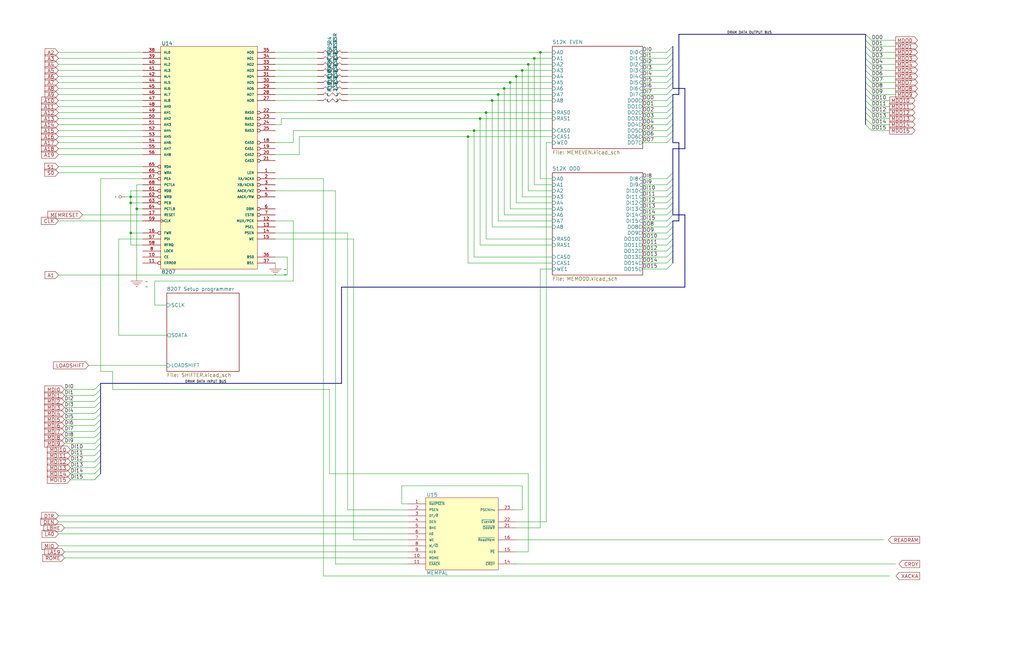
<source format=kicad_sch>
(kicad_sch
	(version 20231120)
	(generator "eeschema")
	(generator_version "8.0")
	(uuid "2e652fd8-0d3e-4e43-8c7d-1c2bc2d70409")
	(paper "B")
	(title_block
		(date "  January  1, 1980")
	)
	(lib_symbols
		(symbol "DEVICE:GND_POWER"
			(pin_names
				(offset 1.27)
			)
			(exclude_from_sim no)
			(in_bom yes)
			(on_board yes)
			(property "Reference" "U"
				(at 6.096 -1.016 0)
				(effects
					(font
						(size 1.524 1.524)
					)
					(justify left bottom)
				)
			)
			(property "Value" "GND_POWER"
				(at 6.096 -1.524 0)
				(effects
					(font
						(size 1.524 1.524)
					)
					(justify left top)
				)
			)
			(property "Footprint" ""
				(at 0 0 0)
				(effects
					(font
						(size 1.27 1.27)
					)
					(hide yes)
				)
			)
			(property "Datasheet" ""
				(at 0 0 0)
				(effects
					(font
						(size 1.27 1.27)
					)
					(hide yes)
				)
			)
			(property "Description" ""
				(at 0 0 0)
				(effects
					(font
						(size 1.27 1.27)
					)
					(hide yes)
				)
			)
			(symbol "GND_POWER_0_1"
				(polyline
					(pts
						(xy 0 0) (xy 5.08 0)
					)
					(stroke
						(width 0)
						(type solid)
					)
					(fill
						(type none)
					)
				)
				(polyline
					(pts
						(xy 0.762 -0.762) (xy 4.318 -0.762)
					)
					(stroke
						(width 0)
						(type solid)
					)
					(fill
						(type none)
					)
				)
				(polyline
					(pts
						(xy 2.286 -2.286) (xy 2.794 -2.286)
					)
					(stroke
						(width 0)
						(type solid)
					)
					(fill
						(type none)
					)
				)
				(polyline
					(pts
						(xy 3.556 -1.524) (xy 1.524 -1.524)
					)
					(stroke
						(width 0)
						(type solid)
					)
					(fill
						(type none)
					)
				)
			)
			(symbol "GND_POWER_1_1"
				(pin power_in line
					(at 2.54 0 270)
					(length 0) hide
					(name "GND"
						(effects
							(font
								(size 1.016 1.016)
							)
						)
					)
					(number "~"
						(effects
							(font
								(size 1.27 1.27)
							)
						)
					)
				)
			)
		)
		(symbol "DEVICE:RESISTOR"
			(pin_names
				(offset 1.27)
			)
			(exclude_from_sim no)
			(in_bom yes)
			(on_board yes)
			(property "Reference" "RES"
				(at 6.096 -3.556 0)
				(effects
					(font
						(size 1.524 1.524)
					)
					(justify left bottom)
				)
			)
			(property "Value" "RESISTOR"
				(at 6.096 -4.064 0)
				(effects
					(font
						(size 1.524 1.524)
					)
					(justify left top)
				)
			)
			(property "Footprint" ""
				(at 0 0 0)
				(effects
					(font
						(size 1.27 1.27)
					)
					(hide yes)
				)
			)
			(property "Datasheet" ""
				(at 0 0 0)
				(effects
					(font
						(size 1.27 1.27)
					)
					(hide yes)
				)
			)
			(property "Description" ""
				(at 0 0 0)
				(effects
					(font
						(size 1.27 1.27)
					)
					(hide yes)
				)
			)
			(symbol "RESISTOR_0_1"
				(polyline
					(pts
						(xy 1.778 -5.334) (xy 3.302 -6.858)
					)
					(stroke
						(width 0)
						(type solid)
					)
					(fill
						(type none)
					)
				)
				(polyline
					(pts
						(xy 1.778 -2.286) (xy 3.302 -3.81)
					)
					(stroke
						(width 0)
						(type solid)
					)
					(fill
						(type none)
					)
				)
				(polyline
					(pts
						(xy 2.54 0) (xy 3.302 -0.762)
					)
					(stroke
						(width 0)
						(type solid)
					)
					(fill
						(type none)
					)
				)
				(polyline
					(pts
						(xy 3.302 -6.858) (xy 2.54 -7.62)
					)
					(stroke
						(width 0)
						(type solid)
					)
					(fill
						(type none)
					)
				)
				(polyline
					(pts
						(xy 3.302 -3.81) (xy 1.778 -5.334)
					)
					(stroke
						(width 0)
						(type solid)
					)
					(fill
						(type none)
					)
				)
				(polyline
					(pts
						(xy 3.302 -0.762) (xy 1.778 -2.286)
					)
					(stroke
						(width 0)
						(type solid)
					)
					(fill
						(type none)
					)
				)
			)
			(symbol "RESISTOR_1_1"
				(pin passive line
					(at 2.54 2.54 270)
					(length 2.54)
					(name "1"
						(effects
							(font
								(size 1.016 1.016)
							)
						)
					)
					(number "~"
						(effects
							(font
								(size 1.27 1.27)
							)
						)
					)
				)
				(pin passive line
					(at 2.54 -10.16 90)
					(length 2.54)
					(name "2"
						(effects
							(font
								(size 1.016 1.016)
							)
						)
					)
					(number "~"
						(effects
							(font
								(size 1.27 1.27)
							)
						)
					)
				)
			)
		)
		(symbol "INTEL:8207"
			(pin_names
				(offset 1.27)
			)
			(exclude_from_sim no)
			(in_bom yes)
			(on_board yes)
			(property "Reference" "U"
				(at 0.254 0.381 0)
				(effects
					(font
						(size 1.524 1.524)
					)
					(justify left bottom)
				)
			)
			(property "Value" "8207"
				(at 0.254 -94.361 0)
				(effects
					(font
						(size 1.524 1.524)
					)
					(justify left top)
				)
			)
			(property "Footprint" ""
				(at 0 0 0)
				(effects
					(font
						(size 1.27 1.27)
					)
					(hide yes)
				)
			)
			(property "Datasheet" ""
				(at 0 0 0)
				(effects
					(font
						(size 1.27 1.27)
					)
					(hide yes)
				)
			)
			(property "Description" ""
				(at 0 0 0)
				(effects
					(font
						(size 1.27 1.27)
					)
					(hide yes)
				)
			)
			(symbol "8207_0_1"
				(rectangle
					(start 0 0)
					(end 40.64 -93.98)
					(stroke
						(width 0)
						(type solid)
					)
					(fill
						(type background)
					)
				)
			)
			(symbol "8207_1_1"
				(pin output line
					(at 48.26 -53.34 180)
					(length 7.62)
					(name "LEN"
						(effects
							(font
								(size 1.016 1.016)
							)
						)
					)
					(number "1"
						(effects
							(font
								(size 1.27 1.27)
							)
						)
					)
				)
				(pin input line
					(at -7.62 -88.9 0)
					(length 7.62)
					(name "CE"
						(effects
							(font
								(size 1.016 1.016)
							)
						)
					)
					(number "10"
						(effects
							(font
								(size 1.27 1.27)
							)
						)
					)
				)
				(pin input inverted
					(at -7.62 -91.44 0)
					(length 7.62)
					(name "ERROR"
						(effects
							(font
								(size 1.016 1.016)
							)
						)
					)
					(number "11"
						(effects
							(font
								(size 1.27 1.27)
							)
						)
					)
				)
				(pin output line
					(at 48.26 -73.66 180)
					(length 7.62)
					(name "MUX/PCK"
						(effects
							(font
								(size 1.016 1.016)
							)
						)
					)
					(number "12"
						(effects
							(font
								(size 1.27 1.27)
							)
						)
					)
				)
				(pin output line
					(at 48.26 -76.2 180)
					(length 7.62)
					(name "PSEL"
						(effects
							(font
								(size 1.016 1.016)
							)
						)
					)
					(number "13"
						(effects
							(font
								(size 1.27 1.27)
							)
						)
					)
				)
				(pin output line
					(at 48.26 -78.74 180)
					(length 7.62)
					(name "PSEN"
						(effects
							(font
								(size 1.016 1.016)
							)
						)
					)
					(number "14"
						(effects
							(font
								(size 1.27 1.27)
							)
						)
					)
				)
				(pin output line
					(at 48.26 -81.28 180)
					(length 7.62)
					(name "WE"
						(effects
							(font
								(size 1.016 1.016)
							)
						)
					)
					(number "15"
						(effects
							(font
								(size 1.27 1.27)
							)
						)
					)
				)
				(pin input inverted
					(at -7.62 -78.74 0)
					(length 7.62)
					(name "FWR"
						(effects
							(font
								(size 1.016 1.016)
							)
						)
					)
					(number "16"
						(effects
							(font
								(size 1.27 1.27)
							)
						)
					)
				)
				(pin input line
					(at -7.62 -71.12 0)
					(length 7.62)
					(name "RESET"
						(effects
							(font
								(size 1.016 1.016)
							)
						)
					)
					(number "17"
						(effects
							(font
								(size 1.27 1.27)
							)
						)
					)
				)
				(pin output inverted
					(at 48.26 -40.64 180)
					(length 7.62)
					(name "CAS0"
						(effects
							(font
								(size 1.016 1.016)
							)
						)
					)
					(number "18"
						(effects
							(font
								(size 1.27 1.27)
							)
						)
					)
				)
				(pin output inverted
					(at 48.26 -43.18 180)
					(length 7.62)
					(name "CAS1"
						(effects
							(font
								(size 1.016 1.016)
							)
						)
					)
					(number "19"
						(effects
							(font
								(size 1.27 1.27)
							)
						)
					)
				)
				(pin output inverted
					(at 48.26 -55.88 180)
					(length 7.62)
					(name "XA/ACKA"
						(effects
							(font
								(size 1.016 1.016)
							)
						)
					)
					(number "2"
						(effects
							(font
								(size 1.27 1.27)
							)
						)
					)
				)
				(pin output inverted
					(at 48.26 -45.72 180)
					(length 7.62)
					(name "CAS2"
						(effects
							(font
								(size 1.016 1.016)
							)
						)
					)
					(number "20"
						(effects
							(font
								(size 1.27 1.27)
							)
						)
					)
				)
				(pin output inverted
					(at 48.26 -48.26 180)
					(length 7.62)
					(name "CAS3"
						(effects
							(font
								(size 1.016 1.016)
							)
						)
					)
					(number "21"
						(effects
							(font
								(size 1.27 1.27)
							)
						)
					)
				)
				(pin output inverted
					(at 48.26 -27.94 180)
					(length 7.62)
					(name "RAS0"
						(effects
							(font
								(size 1.016 1.016)
							)
						)
					)
					(number "22"
						(effects
							(font
								(size 1.27 1.27)
							)
						)
					)
				)
				(pin output inverted
					(at 48.26 -30.48 180)
					(length 7.62)
					(name "RAS1"
						(effects
							(font
								(size 1.016 1.016)
							)
						)
					)
					(number "23"
						(effects
							(font
								(size 1.27 1.27)
							)
						)
					)
				)
				(pin output inverted
					(at 48.26 -33.02 180)
					(length 7.62)
					(name "RAS2"
						(effects
							(font
								(size 1.016 1.016)
							)
						)
					)
					(number "24"
						(effects
							(font
								(size 1.27 1.27)
							)
						)
					)
				)
				(pin output inverted
					(at 48.26 -35.56 180)
					(length 7.62)
					(name "RAS3"
						(effects
							(font
								(size 1.016 1.016)
							)
						)
					)
					(number "25"
						(effects
							(font
								(size 1.27 1.27)
							)
						)
					)
				)
				(pin power_in line
					(at 0 -93.98 90)
					(length 0) hide
					(name "VSS"
						(effects
							(font
								(size 1.016 1.016)
							)
						)
					)
					(number "26"
						(effects
							(font
								(size 1.27 1.27)
							)
						)
					)
				)
				(pin output line
					(at 48.26 -22.86 180)
					(length 7.62)
					(name "AO8"
						(effects
							(font
								(size 1.016 1.016)
							)
						)
					)
					(number "27"
						(effects
							(font
								(size 1.27 1.27)
							)
						)
					)
				)
				(pin output line
					(at 48.26 -20.32 180)
					(length 7.62)
					(name "AO7"
						(effects
							(font
								(size 1.016 1.016)
							)
						)
					)
					(number "28"
						(effects
							(font
								(size 1.27 1.27)
							)
						)
					)
				)
				(pin output line
					(at 48.26 -17.78 180)
					(length 7.62)
					(name "AO6"
						(effects
							(font
								(size 1.016 1.016)
							)
						)
					)
					(number "29"
						(effects
							(font
								(size 1.27 1.27)
							)
						)
					)
				)
				(pin output inverted
					(at 48.26 -58.42 180)
					(length 7.62)
					(name "XB/ACKB"
						(effects
							(font
								(size 1.016 1.016)
							)
						)
					)
					(number "3"
						(effects
							(font
								(size 1.27 1.27)
							)
						)
					)
				)
				(pin output line
					(at 48.26 -15.24 180)
					(length 7.62)
					(name "AO5"
						(effects
							(font
								(size 1.016 1.016)
							)
						)
					)
					(number "30"
						(effects
							(font
								(size 1.27 1.27)
							)
						)
					)
				)
				(pin output line
					(at 48.26 -12.7 180)
					(length 7.62)
					(name "AO4"
						(effects
							(font
								(size 1.016 1.016)
							)
						)
					)
					(number "31"
						(effects
							(font
								(size 1.27 1.27)
							)
						)
					)
				)
				(pin output line
					(at 48.26 -10.16 180)
					(length 7.62)
					(name "AO3"
						(effects
							(font
								(size 1.016 1.016)
							)
						)
					)
					(number "32"
						(effects
							(font
								(size 1.27 1.27)
							)
						)
					)
				)
				(pin output line
					(at 48.26 -7.62 180)
					(length 7.62)
					(name "AO2"
						(effects
							(font
								(size 1.016 1.016)
							)
						)
					)
					(number "33"
						(effects
							(font
								(size 1.27 1.27)
							)
						)
					)
				)
				(pin output line
					(at 48.26 -5.08 180)
					(length 7.62)
					(name "AO1"
						(effects
							(font
								(size 1.016 1.016)
							)
						)
					)
					(number "34"
						(effects
							(font
								(size 1.27 1.27)
							)
						)
					)
				)
				(pin output line
					(at 48.26 -2.54 180)
					(length 7.62)
					(name "AO0"
						(effects
							(font
								(size 1.016 1.016)
							)
						)
					)
					(number "35"
						(effects
							(font
								(size 1.27 1.27)
							)
						)
					)
				)
				(pin input line
					(at 48.26 -88.9 180)
					(length 7.62)
					(name "BS0"
						(effects
							(font
								(size 1.016 1.016)
							)
						)
					)
					(number "36"
						(effects
							(font
								(size 1.27 1.27)
							)
						)
					)
				)
				(pin input line
					(at 48.26 -91.44 180)
					(length 7.62)
					(name "BS1"
						(effects
							(font
								(size 1.016 1.016)
							)
						)
					)
					(number "37"
						(effects
							(font
								(size 1.27 1.27)
							)
						)
					)
				)
				(pin input line
					(at -7.62 -2.54 0)
					(length 7.62)
					(name "AL0"
						(effects
							(font
								(size 1.016 1.016)
							)
						)
					)
					(number "38"
						(effects
							(font
								(size 1.27 1.27)
							)
						)
					)
				)
				(pin input line
					(at -7.62 -5.08 0)
					(length 7.62)
					(name "AL1"
						(effects
							(font
								(size 1.016 1.016)
							)
						)
					)
					(number "39"
						(effects
							(font
								(size 1.27 1.27)
							)
						)
					)
				)
				(pin output inverted
					(at 48.26 -60.96 180)
					(length 7.62)
					(name "AACK/WZ"
						(effects
							(font
								(size 1.016 1.016)
							)
						)
					)
					(number "4"
						(effects
							(font
								(size 1.27 1.27)
							)
						)
					)
				)
				(pin input line
					(at -7.62 -7.62 0)
					(length 7.62)
					(name "AL2"
						(effects
							(font
								(size 1.016 1.016)
							)
						)
					)
					(number "40"
						(effects
							(font
								(size 1.27 1.27)
							)
						)
					)
				)
				(pin input line
					(at -7.62 -10.16 0)
					(length 7.62)
					(name "AL3"
						(effects
							(font
								(size 1.016 1.016)
							)
						)
					)
					(number "41"
						(effects
							(font
								(size 1.27 1.27)
							)
						)
					)
				)
				(pin input line
					(at -7.62 -12.7 0)
					(length 7.62)
					(name "AL4"
						(effects
							(font
								(size 1.016 1.016)
							)
						)
					)
					(number "42"
						(effects
							(font
								(size 1.27 1.27)
							)
						)
					)
				)
				(pin power_in line
					(at 15.24 0 270)
					(length 0) hide
					(name "VCC"
						(effects
							(font
								(size 1.016 1.016)
							)
						)
					)
					(number "43"
						(effects
							(font
								(size 1.27 1.27)
							)
						)
					)
				)
				(pin input line
					(at -7.62 -15.24 0)
					(length 7.62)
					(name "AL5"
						(effects
							(font
								(size 1.016 1.016)
							)
						)
					)
					(number "44"
						(effects
							(font
								(size 1.27 1.27)
							)
						)
					)
				)
				(pin input line
					(at -7.62 -17.78 0)
					(length 7.62)
					(name "AL6"
						(effects
							(font
								(size 1.016 1.016)
							)
						)
					)
					(number "45"
						(effects
							(font
								(size 1.27 1.27)
							)
						)
					)
				)
				(pin input line
					(at -7.62 -20.32 0)
					(length 7.62)
					(name "AL7"
						(effects
							(font
								(size 1.016 1.016)
							)
						)
					)
					(number "46"
						(effects
							(font
								(size 1.27 1.27)
							)
						)
					)
				)
				(pin input line
					(at -7.62 -22.86 0)
					(length 7.62)
					(name "AL8"
						(effects
							(font
								(size 1.016 1.016)
							)
						)
					)
					(number "47"
						(effects
							(font
								(size 1.27 1.27)
							)
						)
					)
				)
				(pin input line
					(at -7.62 -25.4 0)
					(length 7.62)
					(name "AH0"
						(effects
							(font
								(size 1.016 1.016)
							)
						)
					)
					(number "48"
						(effects
							(font
								(size 1.27 1.27)
							)
						)
					)
				)
				(pin input line
					(at -7.62 -27.94 0)
					(length 7.62)
					(name "AH1"
						(effects
							(font
								(size 1.016 1.016)
							)
						)
					)
					(number "49"
						(effects
							(font
								(size 1.27 1.27)
							)
						)
					)
				)
				(pin output inverted
					(at 48.26 -63.5 180)
					(length 7.62)
					(name "AACK/RW"
						(effects
							(font
								(size 1.016 1.016)
							)
						)
					)
					(number "5"
						(effects
							(font
								(size 1.27 1.27)
							)
						)
					)
				)
				(pin input line
					(at -7.62 -30.48 0)
					(length 7.62)
					(name "AH2"
						(effects
							(font
								(size 1.016 1.016)
							)
						)
					)
					(number "50"
						(effects
							(font
								(size 1.27 1.27)
							)
						)
					)
				)
				(pin input line
					(at -7.62 -33.02 0)
					(length 7.62)
					(name "AH3"
						(effects
							(font
								(size 1.016 1.016)
							)
						)
					)
					(number "51"
						(effects
							(font
								(size 1.27 1.27)
							)
						)
					)
				)
				(pin input line
					(at -7.62 -35.56 0)
					(length 7.62)
					(name "AH4"
						(effects
							(font
								(size 1.016 1.016)
							)
						)
					)
					(number "52"
						(effects
							(font
								(size 1.27 1.27)
							)
						)
					)
				)
				(pin input line
					(at -7.62 -38.1 0)
					(length 7.62)
					(name "AH5"
						(effects
							(font
								(size 1.016 1.016)
							)
						)
					)
					(number "53"
						(effects
							(font
								(size 1.27 1.27)
							)
						)
					)
				)
				(pin input line
					(at -7.62 -40.64 0)
					(length 7.62)
					(name "AH6"
						(effects
							(font
								(size 1.016 1.016)
							)
						)
					)
					(number "54"
						(effects
							(font
								(size 1.27 1.27)
							)
						)
					)
				)
				(pin input line
					(at -7.62 -43.18 0)
					(length 7.62)
					(name "AH7"
						(effects
							(font
								(size 1.016 1.016)
							)
						)
					)
					(number "55"
						(effects
							(font
								(size 1.27 1.27)
							)
						)
					)
				)
				(pin input line
					(at -7.62 -45.72 0)
					(length 7.62)
					(name "AH8"
						(effects
							(font
								(size 1.016 1.016)
							)
						)
					)
					(number "56"
						(effects
							(font
								(size 1.27 1.27)
							)
						)
					)
				)
				(pin input line
					(at -7.62 -81.28 0)
					(length 7.62)
					(name "PDI"
						(effects
							(font
								(size 1.016 1.016)
							)
						)
					)
					(number "57"
						(effects
							(font
								(size 1.27 1.27)
							)
						)
					)
				)
				(pin input line
					(at -7.62 -83.82 0)
					(length 7.62)
					(name "RFRQ"
						(effects
							(font
								(size 1.016 1.016)
							)
						)
					)
					(number "58"
						(effects
							(font
								(size 1.27 1.27)
							)
						)
					)
				)
				(pin input clock
					(at -7.62 -73.66 0)
					(length 7.62)
					(name "CLK"
						(effects
							(font
								(size 1.016 1.016)
							)
						)
					)
					(number "59"
						(effects
							(font
								(size 1.27 1.27)
							)
						)
					)
				)
				(pin output inverted
					(at 48.26 -68.58 180)
					(length 7.62)
					(name "DBM"
						(effects
							(font
								(size 1.016 1.016)
							)
						)
					)
					(number "6"
						(effects
							(font
								(size 1.27 1.27)
							)
						)
					)
				)
				(pin power_in line
					(at 15.24 -93.98 90)
					(length 0) hide
					(name "VSS"
						(effects
							(font
								(size 1.016 1.016)
							)
						)
					)
					(number "60"
						(effects
							(font
								(size 1.27 1.27)
							)
						)
					)
				)
				(pin input inverted
					(at -7.62 -60.96 0)
					(length 7.62)
					(name "RDB"
						(effects
							(font
								(size 1.016 1.016)
							)
						)
					)
					(number "61"
						(effects
							(font
								(size 1.27 1.27)
							)
						)
					)
				)
				(pin input inverted
					(at -7.62 -63.5 0)
					(length 7.62)
					(name "WRB"
						(effects
							(font
								(size 1.016 1.016)
							)
						)
					)
					(number "62"
						(effects
							(font
								(size 1.27 1.27)
							)
						)
					)
				)
				(pin input inverted
					(at -7.62 -66.04 0)
					(length 7.62)
					(name "PEB"
						(effects
							(font
								(size 1.016 1.016)
							)
						)
					)
					(number "63"
						(effects
							(font
								(size 1.27 1.27)
							)
						)
					)
				)
				(pin input line
					(at -7.62 -68.58 0)
					(length 7.62)
					(name "PCTLB"
						(effects
							(font
								(size 1.016 1.016)
							)
						)
					)
					(number "64"
						(effects
							(font
								(size 1.27 1.27)
							)
						)
					)
				)
				(pin input inverted
					(at -7.62 -50.8 0)
					(length 7.62)
					(name "RDA"
						(effects
							(font
								(size 1.016 1.016)
							)
						)
					)
					(number "65"
						(effects
							(font
								(size 1.27 1.27)
							)
						)
					)
				)
				(pin input inverted
					(at -7.62 -53.34 0)
					(length 7.62)
					(name "WRA"
						(effects
							(font
								(size 1.016 1.016)
							)
						)
					)
					(number "66"
						(effects
							(font
								(size 1.27 1.27)
							)
						)
					)
				)
				(pin input inverted
					(at -7.62 -55.88 0)
					(length 7.62)
					(name "PEA"
						(effects
							(font
								(size 1.016 1.016)
							)
						)
					)
					(number "67"
						(effects
							(font
								(size 1.27 1.27)
							)
						)
					)
				)
				(pin input line
					(at -7.62 -58.42 0)
					(length 7.62)
					(name "PCTLA"
						(effects
							(font
								(size 1.016 1.016)
							)
						)
					)
					(number "68"
						(effects
							(font
								(size 1.27 1.27)
							)
						)
					)
				)
				(pin output inverted
					(at 48.26 -71.12 180)
					(length 7.62)
					(name "ESTB"
						(effects
							(font
								(size 1.016 1.016)
							)
						)
					)
					(number "7"
						(effects
							(font
								(size 1.27 1.27)
							)
						)
					)
				)
				(pin input line
					(at -7.62 -86.36 0)
					(length 7.62)
					(name "LOCK"
						(effects
							(font
								(size 1.016 1.016)
							)
						)
					)
					(number "8"
						(effects
							(font
								(size 1.27 1.27)
							)
						)
					)
				)
				(pin power_in line
					(at 0 0 270)
					(length 0) hide
					(name "VCC"
						(effects
							(font
								(size 1.016 1.016)
							)
						)
					)
					(number "9"
						(effects
							(font
								(size 1.27 1.27)
							)
						)
					)
				)
			)
		)
		(symbol "PAL:MEMPAL"
			(pin_names
				(offset 1.27)
			)
			(exclude_from_sim no)
			(in_bom yes)
			(on_board yes)
			(property "Reference" "20RS4"
				(at 0.254 0.381 0)
				(effects
					(font
						(size 1.524 1.524)
					)
					(justify left bottom)
				)
			)
			(property "Value" "MEMPAL"
				(at 0.254 -30.861 0)
				(effects
					(font
						(size 1.524 1.524)
					)
					(justify left top)
				)
			)
			(property "Footprint" ""
				(at 0 0 0)
				(effects
					(font
						(size 1.27 1.27)
					)
					(hide yes)
				)
			)
			(property "Datasheet" ""
				(at 0 0 0)
				(effects
					(font
						(size 1.27 1.27)
					)
					(hide yes)
				)
			)
			(property "Description" ""
				(at 0 0 0)
				(effects
					(font
						(size 1.27 1.27)
					)
					(hide yes)
				)
			)
			(symbol "MEMPAL_0_1"
				(rectangle
					(start 0 0)
					(end 30.48 -30.48)
					(stroke
						(width 0)
						(type solid)
					)
					(fill
						(type background)
					)
				)
			)
			(symbol "MEMPAL_1_1"
				(pin input line
					(at -7.62 -2.54 0)
					(length 7.62)
					(name "~{NotPSEN}"
						(effects
							(font
								(size 1.016 1.016)
							)
						)
					)
					(number "1"
						(effects
							(font
								(size 1.27 1.27)
							)
						)
					)
				)
				(pin input line
					(at -7.62 -25.4 0)
					(length 7.62)
					(name "ROME"
						(effects
							(font
								(size 1.016 1.016)
							)
						)
					)
					(number "10"
						(effects
							(font
								(size 1.27 1.27)
							)
						)
					)
				)
				(pin input line
					(at -7.62 -27.94 0)
					(length 7.62)
					(name "~{EAACK}"
						(effects
							(font
								(size 1.016 1.016)
							)
						)
					)
					(number "11"
						(effects
							(font
								(size 1.27 1.27)
							)
						)
					)
				)
				(pin power_in line
					(at 10.16 -30.48 90)
					(length 0) hide
					(name "GND"
						(effects
							(font
								(size 1.016 1.016)
							)
						)
					)
					(number "12"
						(effects
							(font
								(size 1.27 1.27)
							)
						)
					)
				)
				(pin output line
					(at 38.1 -27.94 180)
					(length 7.62)
					(name "~{CRDY}"
						(effects
							(font
								(size 1.016 1.016)
							)
						)
					)
					(number "14"
						(effects
							(font
								(size 1.27 1.27)
							)
						)
					)
				)
				(pin output line
					(at 38.1 -22.86 180)
					(length 7.62)
					(name "~{PE}"
						(effects
							(font
								(size 1.016 1.016)
							)
						)
					)
					(number "15"
						(effects
							(font
								(size 1.27 1.27)
							)
						)
					)
				)
				(pin output line
					(at 38.1 -17.78 180)
					(length 7.62)
					(name "~{ReadMem}"
						(effects
							(font
								(size 1.016 1.016)
							)
						)
					)
					(number "16"
						(effects
							(font
								(size 1.27 1.27)
							)
						)
					)
				)
				(pin input line
					(at -7.62 -5.08 0)
					(length 7.62)
					(name "PSEN"
						(effects
							(font
								(size 1.016 1.016)
							)
						)
					)
					(number "2"
						(effects
							(font
								(size 1.27 1.27)
							)
						)
					)
				)
				(pin output line
					(at 38.1 -12.7 180)
					(length 7.62)
					(name "~{OddWR}"
						(effects
							(font
								(size 1.016 1.016)
							)
						)
					)
					(number "21"
						(effects
							(font
								(size 1.27 1.27)
							)
						)
					)
				)
				(pin output line
					(at 38.1 -10.16 180)
					(length 7.62)
					(name "~{EvenWR}"
						(effects
							(font
								(size 1.016 1.016)
							)
						)
					)
					(number "22"
						(effects
							(font
								(size 1.27 1.27)
							)
						)
					)
				)
				(pin output line
					(at 38.1 -5.08 180)
					(length 7.62)
					(name "PSENInv"
						(effects
							(font
								(size 1.016 1.016)
							)
						)
					)
					(number "23"
						(effects
							(font
								(size 1.27 1.27)
							)
						)
					)
				)
				(pin power_in line
					(at 10.16 0 270)
					(length 0) hide
					(name "VCC"
						(effects
							(font
								(size 1.016 1.016)
							)
						)
					)
					(number "24"
						(effects
							(font
								(size 1.27 1.27)
							)
						)
					)
				)
				(pin input line
					(at -7.62 -7.62 0)
					(length 7.62)
					(name "DT/~{R}"
						(effects
							(font
								(size 1.016 1.016)
							)
						)
					)
					(number "3"
						(effects
							(font
								(size 1.27 1.27)
							)
						)
					)
				)
				(pin input line
					(at -7.62 -10.16 0)
					(length 7.62)
					(name "DEN"
						(effects
							(font
								(size 1.016 1.016)
							)
						)
					)
					(number "4"
						(effects
							(font
								(size 1.27 1.27)
							)
						)
					)
				)
				(pin input line
					(at -7.62 -12.7 0)
					(length 7.62)
					(name "BHE"
						(effects
							(font
								(size 1.016 1.016)
							)
						)
					)
					(number "5"
						(effects
							(font
								(size 1.27 1.27)
							)
						)
					)
				)
				(pin input line
					(at -7.62 -15.24 0)
					(length 7.62)
					(name "A0"
						(effects
							(font
								(size 1.016 1.016)
							)
						)
					)
					(number "6"
						(effects
							(font
								(size 1.27 1.27)
							)
						)
					)
				)
				(pin input line
					(at -7.62 -17.78 0)
					(length 7.62)
					(name "WE"
						(effects
							(font
								(size 1.016 1.016)
							)
						)
					)
					(number "7"
						(effects
							(font
								(size 1.27 1.27)
							)
						)
					)
				)
				(pin input line
					(at -7.62 -20.32 0)
					(length 7.62)
					(name "M/~{IO}"
						(effects
							(font
								(size 1.016 1.016)
							)
						)
					)
					(number "8"
						(effects
							(font
								(size 1.27 1.27)
							)
						)
					)
				)
				(pin input line
					(at -7.62 -22.86 0)
					(length 7.62)
					(name "A19"
						(effects
							(font
								(size 1.016 1.016)
							)
						)
					)
					(number "9"
						(effects
							(font
								(size 1.27 1.27)
							)
						)
					)
				)
			)
		)
		(symbol "RESISTOR_1"
			(pin_names
				(offset 1.27)
			)
			(exclude_from_sim no)
			(in_bom yes)
			(on_board yes)
			(property "Reference" "RES"
				(at 6.096 -3.556 0)
				(effects
					(font
						(size 1.524 1.524)
					)
					(justify left bottom)
				)
			)
			(property "Value" "RESISTOR"
				(at 6.096 -4.064 0)
				(effects
					(font
						(size 1.524 1.524)
					)
					(justify left top)
				)
			)
			(property "Footprint" ""
				(at 0 0 0)
				(effects
					(font
						(size 1.27 1.27)
					)
					(hide yes)
				)
			)
			(property "Datasheet" ""
				(at 0 0 0)
				(effects
					(font
						(size 1.27 1.27)
					)
					(hide yes)
				)
			)
			(property "Description" ""
				(at 0 0 0)
				(effects
					(font
						(size 1.27 1.27)
					)
					(hide yes)
				)
			)
			(symbol "RESISTOR_1_0_1"
				(polyline
					(pts
						(xy 1.778 -5.334) (xy 3.302 -6.858)
					)
					(stroke
						(width 0)
						(type solid)
					)
					(fill
						(type none)
					)
				)
				(polyline
					(pts
						(xy 1.778 -2.286) (xy 3.302 -3.81)
					)
					(stroke
						(width 0)
						(type solid)
					)
					(fill
						(type none)
					)
				)
				(polyline
					(pts
						(xy 2.54 0) (xy 3.302 -0.762)
					)
					(stroke
						(width 0)
						(type solid)
					)
					(fill
						(type none)
					)
				)
				(polyline
					(pts
						(xy 3.302 -6.858) (xy 2.54 -7.62)
					)
					(stroke
						(width 0)
						(type solid)
					)
					(fill
						(type none)
					)
				)
				(polyline
					(pts
						(xy 3.302 -3.81) (xy 1.778 -5.334)
					)
					(stroke
						(width 0)
						(type solid)
					)
					(fill
						(type none)
					)
				)
				(polyline
					(pts
						(xy 3.302 -0.762) (xy 1.778 -2.286)
					)
					(stroke
						(width 0)
						(type solid)
					)
					(fill
						(type none)
					)
				)
			)
			(symbol "RESISTOR_1_1_1"
				(pin passive line
					(at 2.54 2.54 270)
					(length 2.54)
					(name "1"
						(effects
							(font
								(size 1.016 1.016)
							)
						)
					)
					(number "~"
						(effects
							(font
								(size 1.27 1.27)
							)
						)
					)
				)
				(pin passive line
					(at 2.54 -10.16 90)
					(length 2.54)
					(name "2"
						(effects
							(font
								(size 1.016 1.016)
							)
						)
					)
					(number "~"
						(effects
							(font
								(size 1.27 1.27)
							)
						)
					)
				)
			)
		)
		(symbol "pwr:circle"
			(power)
			(pin_numbers hide)
			(pin_names
				(offset 0)
			)
			(exclude_from_sim no)
			(in_bom yes)
			(on_board yes)
			(property "Reference" "#PWR"
				(at 0 -1.524 0)
				(effects
					(font
						(size 1.27 1.27)
					)
					(hide yes)
				)
			)
			(property "Value" "circle"
				(at 0 0 0)
				(effects
					(font
						(size 1.27 1.27)
					)
					(hide yes)
				)
			)
			(property "Footprint" ""
				(at 0 0 0)
				(effects
					(font
						(size 1.27 1.27)
					)
					(hide yes)
				)
			)
			(property "Datasheet" ""
				(at 0 0 0)
				(effects
					(font
						(size 1.27 1.27)
					)
					(hide yes)
				)
			)
			(property "Description" ""
				(at 0 0 0)
				(effects
					(font
						(size 1.27 1.27)
					)
					(hide yes)
				)
			)
			(symbol "circle_0_1"
				(polyline
					(pts
						(xy 0 0) (xy 0 1.27)
					)
					(stroke
						(width 0)
						(type solid)
					)
					(fill
						(type none)
					)
				)
				(circle
					(center 0 1.905)
					(radius 0.5588)
					(stroke
						(width 0)
						(type solid)
					)
					(fill
						(type none)
					)
				)
			)
			(symbol "circle_1_1"
				(pin power_in line
					(at 0 0 90)
					(length 0) hide
					(name "~"
						(effects
							(font
								(size 1.27 1.27)
							)
						)
					)
					(number "1"
						(effects
							(font
								(size 1.27 1.27)
							)
						)
					)
				)
			)
		)
	)
	(junction
		(at 55.118 85.598)
		(diameter 0)
		(color 0 0 0 0)
		(uuid "17b6ca55-e3b9-4bb2-b962-d5b21afa5221")
	)
	(junction
		(at 227.838 22.098)
		(diameter 0)
		(color 0 0 0 0)
		(uuid "1fe5bcb1-f4fb-4afe-ab46-fd7fc0ede509")
	)
	(junction
		(at 204.978 47.498)
		(diameter 0)
		(color 0 0 0 0)
		(uuid "2785350e-e6c1-445e-ad1d-dcae88baa392")
	)
	(junction
		(at 55.118 98.298)
		(diameter 0)
		(color 0 0 0 0)
		(uuid "2bda38b7-54ed-47d0-839b-4721e773b4e8")
	)
	(junction
		(at 57.658 88.138)
		(diameter 0)
		(color 0 0 0 0)
		(uuid "35412dba-de21-454c-a61c-f8405bb1eeb8")
	)
	(junction
		(at 207.518 42.418)
		(diameter 0)
		(color 0 0 0 0)
		(uuid "5975cc1b-67c1-447f-842f-779ce724fbcb")
	)
	(junction
		(at 55.118 83.058)
		(diameter 0)
		(color 0 0 0 0)
		(uuid "63231f13-8122-4a3a-8ff6-857a94f0a84d")
	)
	(junction
		(at 215.138 34.798)
		(diameter 0)
		(color 0 0 0 0)
		(uuid "65fd5b3c-67a9-4812-8716-b2e5fc61b2ec")
	)
	(junction
		(at 217.678 32.258)
		(diameter 0)
		(color 0 0 0 0)
		(uuid "68f8f978-fbcf-4d72-88ab-6a0bb34b76d9")
	)
	(junction
		(at 222.758 27.178)
		(diameter 0)
		(color 0 0 0 0)
		(uuid "8656d9d2-08fb-46e3-a7ac-31a54515a222")
	)
	(junction
		(at 197.358 57.658)
		(diameter 0)
		(color 0 0 0 0)
		(uuid "96e3903c-067c-4d4c-b2ce-85d200e848e9")
	)
	(junction
		(at 212.598 37.338)
		(diameter 0)
		(color 0 0 0 0)
		(uuid "b6ad5ecf-a12a-42d3-a3e6-bce63c7f7a2e")
	)
	(junction
		(at 210.058 39.878)
		(diameter 0)
		(color 0 0 0 0)
		(uuid "c4520b21-a75e-4a65-99a1-fd960c3e18d8")
	)
	(junction
		(at 202.438 50.038)
		(diameter 0)
		(color 0 0 0 0)
		(uuid "cdf81af4-26fe-45ad-ae64-492dc9935e68")
	)
	(junction
		(at 220.218 29.718)
		(diameter 0)
		(color 0 0 0 0)
		(uuid "d166588a-0707-4b3b-ab89-2d51d7ea0080")
	)
	(junction
		(at 199.898 55.118)
		(diameter 0)
		(color 0 0 0 0)
		(uuid "e5f0e75a-b08f-49be-9d1a-6cb98628bd97")
	)
	(junction
		(at 225.298 24.638)
		(diameter 0)
		(color 0 0 0 0)
		(uuid "f7f578fc-eeda-44ac-b666-5d9dab97b0d7")
	)
	(bus_entry
		(at 367.538 42.418)
		(size -2.54 -2.54)
		(stroke
			(width 0)
			(type default)
		)
		(uuid "0637dd14-3ea8-49f7-adc2-e802145940ca")
	)
	(bus_entry
		(at 283.718 93.218)
		(size -2.54 2.54)
		(stroke
			(width 0)
			(type default)
		)
		(uuid "07ab728d-b27b-4a04-929d-64db8f2d9cf9")
	)
	(bus_entry
		(at 283.718 83.058)
		(size -2.54 2.54)
		(stroke
			(width 0)
			(type default)
		)
		(uuid "168ee851-ffe5-4337-a120-c6f8c395a3da")
	)
	(bus_entry
		(at 283.718 34.798)
		(size -2.54 2.54)
		(stroke
			(width 0)
			(type default)
		)
		(uuid "1bbedc48-6f8c-4951-b0b5-aad5a25e3572")
	)
	(bus_entry
		(at 283.718 108.458)
		(size -2.54 2.54)
		(stroke
			(width 0)
			(type default)
		)
		(uuid "23928dff-19c7-41f9-addc-515c3a68e101")
	)
	(bus_entry
		(at 367.538 27.178)
		(size -2.54 -2.54)
		(stroke
			(width 0)
			(type default)
		)
		(uuid "265a0a9b-9060-465a-980e-37fe5df4f268")
	)
	(bus_entry
		(at 283.718 105.918)
		(size -2.54 2.54)
		(stroke
			(width 0)
			(type default)
		)
		(uuid "27ce64b8-50df-42cc-bf70-7325c7c9fd17")
	)
	(bus_entry
		(at 283.718 80.518)
		(size -2.54 2.54)
		(stroke
			(width 0)
			(type default)
		)
		(uuid "29681f96-5a99-410a-91b5-5ac90ffc4f3f")
	)
	(bus_entry
		(at 367.538 22.098)
		(size -2.54 -2.54)
		(stroke
			(width 0)
			(type default)
		)
		(uuid "29719e70-1401-4108-89af-9b76558e6d09")
	)
	(bus_entry
		(at 367.538 32.258)
		(size -2.54 -2.54)
		(stroke
			(width 0)
			(type default)
		)
		(uuid "2ad98c64-ded0-4ef4-8bb5-1089a7a11f69")
	)
	(bus_entry
		(at 283.718 85.598)
		(size -2.54 2.54)
		(stroke
			(width 0)
			(type default)
		)
		(uuid "34814ff2-1506-4e76-9bef-7d088c83f8c9")
	)
	(bus_entry
		(at 283.718 47.498)
		(size -2.54 2.54)
		(stroke
			(width 0)
			(type default)
		)
		(uuid "39dbff7f-848f-4a5e-b199-cb10d110fa15")
	)
	(bus_entry
		(at 42.418 189.738)
		(size -2.54 2.54)
		(stroke
			(width 0)
			(type default)
		)
		(uuid "3cfa75a2-6d37-44f6-b63c-3176b5f462ee")
	)
	(bus_entry
		(at 367.538 44.958)
		(size -2.54 -2.54)
		(stroke
			(width 0)
			(type default)
		)
		(uuid "43e42805-dd0b-4929-9e54-2604a07029a0")
	)
	(bus_entry
		(at 42.418 164.338)
		(size -2.54 2.54)
		(stroke
			(width 0)
			(type default)
		)
		(uuid "4878c2f9-8330-4289-b39c-8e162853c6e3")
	)
	(bus_entry
		(at 283.718 52.578)
		(size -2.54 2.54)
		(stroke
			(width 0)
			(type default)
		)
		(uuid "492bc1d5-02d6-4651-84d7-128e9d0f32b6")
	)
	(bus_entry
		(at 42.418 177.038)
		(size -2.54 2.54)
		(stroke
			(width 0)
			(type default)
		)
		(uuid "4c360cf4-0458-41e8-a858-a6e387209c87")
	)
	(bus_entry
		(at 367.538 50.038)
		(size -2.54 -2.54)
		(stroke
			(width 0)
			(type default)
		)
		(uuid "53fc5ae3-c5e0-40ed-815f-96633fe1198d")
	)
	(bus_entry
		(at 367.538 34.798)
		(size -2.54 -2.54)
		(stroke
			(width 0)
			(type default)
		)
		(uuid "559d3859-ae9a-4016-ae97-da0c8fe9a49b")
	)
	(bus_entry
		(at 42.418 166.878)
		(size -2.54 2.54)
		(stroke
			(width 0)
			(type default)
		)
		(uuid "58c7f737-0c24-4a53-937a-7e688d924fd7")
	)
	(bus_entry
		(at 42.418 184.658)
		(size -2.54 2.54)
		(stroke
			(width 0)
			(type default)
		)
		(uuid "6be928d4-1c22-47e9-b1ef-f8bbfb2ad913")
	)
	(bus_entry
		(at 283.718 42.418)
		(size -2.54 2.54)
		(stroke
			(width 0)
			(type default)
		)
		(uuid "71e5d9dc-c69d-4015-8e20-d1dc2673086f")
	)
	(bus_entry
		(at 283.718 110.998)
		(size -2.54 2.54)
		(stroke
			(width 0)
			(type default)
		)
		(uuid "74212cb2-e114-4b74-9475-15e88cab4e54")
	)
	(bus_entry
		(at 42.418 169.418)
		(size -2.54 2.54)
		(stroke
			(width 0)
			(type default)
		)
		(uuid "74faa631-45a8-46cd-970c-0fc846b4c7f7")
	)
	(bus_entry
		(at 42.418 197.358)
		(size -2.54 2.54)
		(stroke
			(width 0)
			(type default)
		)
		(uuid "7a41201f-09ac-4ceb-834b-f13faaefe6ca")
	)
	(bus_entry
		(at 283.718 24.638)
		(size -2.54 2.54)
		(stroke
			(width 0)
			(type default)
		)
		(uuid "7caf69a6-fdc6-4b0d-9cac-1ee453b191e1")
	)
	(bus_entry
		(at 283.718 57.658)
		(size -2.54 2.54)
		(stroke
			(width 0)
			(type default)
		)
		(uuid "7d7e5713-b58f-485b-9ed3-9c190c3b40b7")
	)
	(bus_entry
		(at 283.718 22.098)
		(size -2.54 2.54)
		(stroke
			(width 0)
			(type default)
		)
		(uuid "7e441647-c736-4ce9-a1ba-763afede469f")
	)
	(bus_entry
		(at 283.718 55.118)
		(size -2.54 2.54)
		(stroke
			(width 0)
			(type default)
		)
		(uuid "83d68026-f616-433f-a116-8078013936e8")
	)
	(bus_entry
		(at 283.718 100.838)
		(size -2.54 2.54)
		(stroke
			(width 0)
			(type default)
		)
		(uuid "83ff5a86-a76f-4054-84f2-fd477b07818b")
	)
	(bus_entry
		(at 42.418 192.278)
		(size -2.54 2.54)
		(stroke
			(width 0)
			(type default)
		)
		(uuid "85a0b04f-71ad-4c34-aa10-2179fbbbd65a")
	)
	(bus_entry
		(at 42.418 171.958)
		(size -2.54 2.54)
		(stroke
			(width 0)
			(type default)
		)
		(uuid "863b2945-045e-47ca-a41c-218d16975d37")
	)
	(bus_entry
		(at 42.418 194.818)
		(size -2.54 2.54)
		(stroke
			(width 0)
			(type default)
		)
		(uuid "882dd0f9-cb21-4a9c-9941-b519313c291e")
	)
	(bus_entry
		(at 283.718 19.558)
		(size -2.54 2.54)
		(stroke
			(width 0)
			(type default)
		)
		(uuid "88a8cf31-3136-44f2-9e9d-a826777143b0")
	)
	(bus_entry
		(at 283.718 95.758)
		(size -2.54 2.54)
		(stroke
			(width 0)
			(type default)
		)
		(uuid "88f9c2d8-82fb-4a36-85e5-ea5c9f5b6e81")
	)
	(bus_entry
		(at 367.538 29.718)
		(size -2.54 -2.54)
		(stroke
			(width 0)
			(type default)
		)
		(uuid "8ae88fdb-4f27-4f51-aba5-cebda519d6cf")
	)
	(bus_entry
		(at 42.418 182.118)
		(size -2.54 2.54)
		(stroke
			(width 0)
			(type default)
		)
		(uuid "8bb5bf54-8939-43b6-9f4f-ae9650c67e7d")
	)
	(bus_entry
		(at 367.538 55.118)
		(size -2.54 -2.54)
		(stroke
			(width 0)
			(type default)
		)
		(uuid "904c2443-e109-4987-a9ee-fa1389b87b2e")
	)
	(bus_entry
		(at 283.718 77.978)
		(size -2.54 2.54)
		(stroke
			(width 0)
			(type default)
		)
		(uuid "990125c9-ffa0-44eb-baef-2b8ac52790af")
	)
	(bus_entry
		(at 42.418 199.898)
		(size -2.54 2.54)
		(stroke
			(width 0)
			(type default)
		)
		(uuid "a03d06a7-6be4-4545-a244-b7ba7ff9e312")
	)
	(bus_entry
		(at 42.418 161.798)
		(size -2.54 2.54)
		(stroke
			(width 0)
			(type default)
		)
		(uuid "a39d23e1-fe51-4d63-8b7d-a658a8447b15")
	)
	(bus_entry
		(at 283.718 37.338)
		(size -2.54 2.54)
		(stroke
			(width 0)
			(type default)
		)
		(uuid "ad0776a2-6cab-43cf-9836-cc6c68b8683b")
	)
	(bus_entry
		(at 367.538 52.578)
		(size -2.54 -2.54)
		(stroke
			(width 0)
			(type default)
		)
		(uuid "ad5b97bf-6df8-4a6f-b5eb-317a202f7bec")
	)
	(bus_entry
		(at 42.418 174.498)
		(size -2.54 2.54)
		(stroke
			(width 0)
			(type default)
		)
		(uuid "b4f9f132-0488-4bee-ae6c-49129bf938ed")
	)
	(bus_entry
		(at 367.538 17.018)
		(size -2.54 -2.54)
		(stroke
			(width 0)
			(type default)
		)
		(uuid "b64ddfad-cb02-46ae-8394-96f7b1515d87")
	)
	(bus_entry
		(at 283.718 90.678)
		(size -2.54 2.54)
		(stroke
			(width 0)
			(type default)
		)
		(uuid "be8015a5-d30b-4276-ad5b-2da2a52861b5")
	)
	(bus_entry
		(at 367.538 19.558)
		(size -2.54 -2.54)
		(stroke
			(width 0)
			(type default)
		)
		(uuid "c0ffc542-0289-4194-bd4c-0416f0c3c55e")
	)
	(bus_entry
		(at 283.718 88.138)
		(size -2.54 2.54)
		(stroke
			(width 0)
			(type default)
		)
		(uuid "c4578a47-9b17-45dc-8de3-ac90cc297293")
	)
	(bus_entry
		(at 283.718 103.378)
		(size -2.54 2.54)
		(stroke
			(width 0)
			(type default)
		)
		(uuid "c68e1b1e-ca19-4b60-aafa-7ad947ca2a1f")
	)
	(bus_entry
		(at 283.718 29.718)
		(size -2.54 2.54)
		(stroke
			(width 0)
			(type default)
		)
		(uuid "c7805731-a94c-438d-9373-caf7860bc5d8")
	)
	(bus_entry
		(at 42.418 187.198)
		(size -2.54 2.54)
		(stroke
			(width 0)
			(type default)
		)
		(uuid "c91a81b1-5652-48e2-8600-588463af63c9")
	)
	(bus_entry
		(at 283.718 98.298)
		(size -2.54 2.54)
		(stroke
			(width 0)
			(type default)
		)
		(uuid "c94fb2b9-c98c-45f4-a1f8-ac5f6cf40cbf")
	)
	(bus_entry
		(at 283.718 72.898)
		(size -2.54 2.54)
		(stroke
			(width 0)
			(type default)
		)
		(uuid "cc3a1c92-4c4e-4cce-95b9-797d9dee540b")
	)
	(bus_entry
		(at 283.718 27.178)
		(size -2.54 2.54)
		(stroke
			(width 0)
			(type default)
		)
		(uuid "d4f9a2a2-083a-4006-883f-ba270edd063d")
	)
	(bus_entry
		(at 283.718 44.958)
		(size -2.54 2.54)
		(stroke
			(width 0)
			(type default)
		)
		(uuid "d62d68e5-2551-490b-8235-bc66e7c2cae0")
	)
	(bus_entry
		(at 367.538 24.638)
		(size -2.54 -2.54)
		(stroke
			(width 0)
			(type default)
		)
		(uuid "d8cf1abd-36a2-48a6-9ff1-c3ff2746f1fb")
	)
	(bus_entry
		(at 367.538 39.878)
		(size -2.54 -2.54)
		(stroke
			(width 0)
			(type default)
		)
		(uuid "dae75c1b-0461-4275-92b1-f56062c7e534")
	)
	(bus_entry
		(at 42.418 199.898)
		(size -2.54 2.54)
		(stroke
			(width 0)
			(type default)
		)
		(uuid "e34f04a8-0dd4-42a2-9aad-ec6990ac9015")
	)
	(bus_entry
		(at 367.538 47.498)
		(size -2.54 -2.54)
		(stroke
			(width 0)
			(type default)
		)
		(uuid "e7cd8b70-4462-48cb-b84e-db5f63849576")
	)
	(bus_entry
		(at 367.538 37.338)
		(size -2.54 -2.54)
		(stroke
			(width 0)
			(type default)
		)
		(uuid "e875b5db-5baa-406e-be56-1f352384a473")
	)
	(bus_entry
		(at 283.718 75.438)
		(size -2.54 2.54)
		(stroke
			(width 0)
			(type default)
		)
		(uuid "e87d83a8-8b59-4faf-bdd6-35f541c7bd6e")
	)
	(bus_entry
		(at 283.718 50.038)
		(size -2.54 2.54)
		(stroke
			(width 0)
			(type default)
		)
		(uuid "f00dcc00-0b58-4b5c-a855-e1635c47d55f")
	)
	(bus_entry
		(at 42.418 179.578)
		(size -2.54 2.54)
		(stroke
			(width 0)
			(type default)
		)
		(uuid "fb4230b5-6c46-457d-8d6e-74ef52d375cf")
	)
	(bus_entry
		(at 283.718 32.258)
		(size -2.54 2.54)
		(stroke
			(width 0)
			(type default)
		)
		(uuid "fc33f38e-f923-4a6e-b31b-e81ee9a375e5")
	)
	(bus_entry
		(at 283.718 39.878)
		(size -2.54 2.54)
		(stroke
			(width 0)
			(type default)
		)
		(uuid "ff01ca6d-60cd-4100-92ce-44c05e3ccd77")
	)
	(wire
		(pts
			(xy 222.758 199.898) (xy 138.938 199.898)
		)
		(stroke
			(width 0)
			(type default)
		)
		(uuid "00d8899f-9499-404c-b366-b75c023b723a")
	)
	(wire
		(pts
			(xy 271.018 47.498) (xy 281.178 47.498)
		)
		(stroke
			(width 0)
			(type default)
		)
		(uuid "0338c821-df17-4b80-896d-a9ffc8431481")
	)
	(wire
		(pts
			(xy 39.878 202.438) (xy 29.718 202.438)
		)
		(stroke
			(width 0)
			(type default)
		)
		(uuid "04ae1602-0d2c-4508-8a53-4a2a79313f3c")
	)
	(wire
		(pts
			(xy 149.098 100.838) (xy 149.098 227.838)
		)
		(stroke
			(width 0)
			(type default)
		)
		(uuid "051c855b-f995-4e45-ad8b-d37a2834237b")
	)
	(wire
		(pts
			(xy 57.658 77.978) (xy 60.198 77.978)
		)
		(stroke
			(width 0)
			(type default)
		)
		(uuid "05239faa-7ce3-41b0-ba97-eab369dc2cc3")
	)
	(wire
		(pts
			(xy 146.558 34.798) (xy 215.138 34.798)
		)
		(stroke
			(width 0)
			(type default)
		)
		(uuid "055275a1-1f80-43f4-a6ff-6da561218d8f")
	)
	(wire
		(pts
			(xy 217.678 232.918) (xy 222.758 232.918)
		)
		(stroke
			(width 0)
			(type default)
		)
		(uuid "055d6efa-f459-46a0-b6a8-51f4f7b5736d")
	)
	(wire
		(pts
			(xy 222.758 27.178) (xy 222.758 80.518)
		)
		(stroke
			(width 0)
			(type default)
		)
		(uuid "0848c470-7d0c-4d9e-8e15-d1aeef0d143f")
	)
	(wire
		(pts
			(xy 146.558 39.878) (xy 210.058 39.878)
		)
		(stroke
			(width 0)
			(type default)
		)
		(uuid "08e2ec4d-b652-4d7a-91cb-17454c9cfe95")
	)
	(bus
		(pts
			(xy 286.258 93.218) (xy 286.258 60.198)
		)
		(stroke
			(width 0)
			(type default)
		)
		(uuid "09f2282e-723a-4c13-b766-4f5c7aca9392")
	)
	(wire
		(pts
			(xy 204.978 47.498) (xy 232.918 47.498)
		)
		(stroke
			(width 0)
			(type default)
		)
		(uuid "0a7e35d7-5086-44bd-8c1f-e7dcb0b42e56")
	)
	(wire
		(pts
			(xy 116.078 27.178) (xy 133.858 27.178)
		)
		(stroke
			(width 0)
			(type default)
		)
		(uuid "0b56afd4-ddff-47d4-8825-9664b1b1c416")
	)
	(wire
		(pts
			(xy 202.438 103.378) (xy 232.918 103.378)
		)
		(stroke
			(width 0)
			(type default)
		)
		(uuid "0b8d1500-021a-410e-97e8-bdd3d5a4dc3c")
	)
	(bus
		(pts
			(xy 288.798 90.678) (xy 288.798 121.158)
		)
		(stroke
			(width 0)
			(type default)
		)
		(uuid "0cf87edb-1e55-41f6-b90a-211ee37ff64e")
	)
	(wire
		(pts
			(xy 367.538 55.118) (xy 375.158 55.118)
		)
		(stroke
			(width 0)
			(type default)
		)
		(uuid "0d5b6ef1-60cf-4b57-a9de-d707a4e74211")
	)
	(wire
		(pts
			(xy 171.958 230.378) (xy 24.638 230.378)
		)
		(stroke
			(width 0)
			(type default)
		)
		(uuid "102776fc-815d-47a7-97f5-0b0fca3287f2")
	)
	(wire
		(pts
			(xy 50.038 100.838) (xy 60.198 100.838)
		)
		(stroke
			(width 0)
			(type default)
		)
		(uuid "12a71395-9e1a-4ce7-b647-236220d79f4d")
	)
	(wire
		(pts
			(xy 377.698 37.338) (xy 367.538 37.338)
		)
		(stroke
			(width 0)
			(type default)
		)
		(uuid "13c4f242-00a0-4801-b2af-6f8d15bddac5")
	)
	(wire
		(pts
			(xy 146.558 22.098) (xy 227.838 22.098)
		)
		(stroke
			(width 0)
			(type default)
		)
		(uuid "13fd9ec8-4e13-400c-84f6-ebc72c52c5e8")
	)
	(bus
		(pts
			(xy 283.718 88.138) (xy 283.718 90.678)
		)
		(stroke
			(width 0)
			(type default)
		)
		(uuid "13fe5e77-343e-4ad8-9e7e-ae4ea1737bc9")
	)
	(wire
		(pts
			(xy 24.638 39.878) (xy 60.198 39.878)
		)
		(stroke
			(width 0)
			(type default)
		)
		(uuid "15084925-cd97-4029-8c72-df66ab01e216")
	)
	(wire
		(pts
			(xy 281.178 85.598) (xy 271.018 85.598)
		)
		(stroke
			(width 0)
			(type default)
		)
		(uuid "15c86729-bf15-4bec-a88d-48b7f5a30a54")
	)
	(wire
		(pts
			(xy 377.698 27.178) (xy 367.538 27.178)
		)
		(stroke
			(width 0)
			(type default)
		)
		(uuid "16b28536-7e07-4c52-b245-fff8479ba9c7")
	)
	(wire
		(pts
			(xy 220.218 204.978) (xy 169.418 204.978)
		)
		(stroke
			(width 0)
			(type default)
		)
		(uuid "1766a8f3-2dc4-4d0f-a892-a4f63ce817c5")
	)
	(wire
		(pts
			(xy 116.078 22.098) (xy 133.858 22.098)
		)
		(stroke
			(width 0)
			(type default)
		)
		(uuid "1832b587-0186-4802-8359-c1840a9ac37e")
	)
	(wire
		(pts
			(xy 271.018 42.418) (xy 281.178 42.418)
		)
		(stroke
			(width 0)
			(type default)
		)
		(uuid "1864569f-8ff0-4a93-8076-e4089d1d9f07")
	)
	(wire
		(pts
			(xy 281.178 100.838) (xy 271.018 100.838)
		)
		(stroke
			(width 0)
			(type default)
		)
		(uuid "19c4d9d4-3483-48d3-aabf-c6ba6cc4f9eb")
	)
	(bus
		(pts
			(xy 283.718 105.918) (xy 283.718 108.458)
		)
		(stroke
			(width 0)
			(type default)
		)
		(uuid "1ace7cf8-09dd-4df9-9723-3950e78e382a")
	)
	(wire
		(pts
			(xy 281.178 88.138) (xy 271.018 88.138)
		)
		(stroke
			(width 0)
			(type default)
		)
		(uuid "1b3d9df5-295e-4726-b954-fe4ce06f9f59")
	)
	(wire
		(pts
			(xy 55.118 83.058) (xy 60.198 83.058)
		)
		(stroke
			(width 0)
			(type default)
		)
		(uuid "1e5552ab-29a3-490f-afb8-372171364e4d")
	)
	(wire
		(pts
			(xy 146.558 24.638) (xy 225.298 24.638)
		)
		(stroke
			(width 0)
			(type default)
		)
		(uuid "207f5eb2-dc2e-4758-a158-b94d7710e81f")
	)
	(wire
		(pts
			(xy 281.178 105.918) (xy 271.018 105.918)
		)
		(stroke
			(width 0)
			(type default)
		)
		(uuid "20eb7d0c-df36-49de-8ac8-63d8aebd9ef7")
	)
	(wire
		(pts
			(xy 116.078 100.838) (xy 149.098 100.838)
		)
		(stroke
			(width 0)
			(type default)
		)
		(uuid "20f7bd68-5757-48e6-9f6f-523b7c09b71c")
	)
	(bus
		(pts
			(xy 364.998 17.018) (xy 364.998 19.558)
		)
		(stroke
			(width 0)
			(type default)
		)
		(uuid "227abb34-1193-4df4-a892-d0435ee23793")
	)
	(bus
		(pts
			(xy 364.998 22.098) (xy 364.998 24.638)
		)
		(stroke
			(width 0)
			(type default)
		)
		(uuid "22d60134-686d-4b47-ab73-da7e9ab210a4")
	)
	(bus
		(pts
			(xy 283.718 95.758) (xy 283.718 98.298)
		)
		(stroke
			(width 0)
			(type default)
		)
		(uuid "2500a33a-228c-468a-9cf8-311d503b7bcf")
	)
	(bus
		(pts
			(xy 42.418 187.198) (xy 42.418 189.738)
		)
		(stroke
			(width 0)
			(type default)
		)
		(uuid "25458484-8cf9-4ec3-94e3-707a3a42543e")
	)
	(wire
		(pts
			(xy 204.978 100.838) (xy 232.918 100.838)
		)
		(stroke
			(width 0)
			(type default)
		)
		(uuid "2557428a-72e3-45d2-98a3-ed3ea7127ad3")
	)
	(wire
		(pts
			(xy 116.078 47.498) (xy 204.978 47.498)
		)
		(stroke
			(width 0)
			(type default)
		)
		(uuid "25634140-bded-43dc-96de-4e1d5338c6c6")
	)
	(wire
		(pts
			(xy 141.478 237.998) (xy 141.478 80.518)
		)
		(stroke
			(width 0)
			(type default)
		)
		(uuid "25f0213e-d056-4d29-b0db-9247882dbb19")
	)
	(wire
		(pts
			(xy 197.358 57.658) (xy 197.358 110.998)
		)
		(stroke
			(width 0)
			(type default)
		)
		(uuid "2730804e-b5d8-4c22-a96b-00ae1eb4acfd")
	)
	(wire
		(pts
			(xy 281.178 93.218) (xy 271.018 93.218)
		)
		(stroke
			(width 0)
			(type default)
		)
		(uuid "27ff58cc-42f0-44c1-b284-0423820d4f24")
	)
	(wire
		(pts
			(xy 121.158 108.458) (xy 121.158 116.078)
		)
		(stroke
			(width 0)
			(type default)
		)
		(uuid "280546c7-bbce-4d90-8c80-96711f3e7e1e")
	)
	(wire
		(pts
			(xy 230.378 60.198) (xy 232.918 60.198)
		)
		(stroke
			(width 0)
			(type default)
		)
		(uuid "2a2b98aa-d9b6-4d03-9fed-3edd12f9cbf3")
	)
	(bus
		(pts
			(xy 42.418 169.418) (xy 42.418 171.958)
		)
		(stroke
			(width 0)
			(type default)
		)
		(uuid "2a5bc32b-69a5-4aef-a695-e3506a726976")
	)
	(bus
		(pts
			(xy 42.418 177.038) (xy 42.418 179.578)
		)
		(stroke
			(width 0)
			(type default)
		)
		(uuid "2a651327-d8b6-4f57-bafb-c1e09f5fcc18")
	)
	(wire
		(pts
			(xy 146.558 27.178) (xy 222.758 27.178)
		)
		(stroke
			(width 0)
			(type default)
		)
		(uuid "2a8d7522-637a-4280-9f3c-323db0e78683")
	)
	(wire
		(pts
			(xy 212.598 90.678) (xy 232.918 90.678)
		)
		(stroke
			(width 0)
			(type default)
		)
		(uuid "2b18d1dc-c51d-41b0-950c-838edf1b8d53")
	)
	(wire
		(pts
			(xy 217.678 215.138) (xy 220.218 215.138)
		)
		(stroke
			(width 0)
			(type default)
		)
		(uuid "2c1d60a2-0f4b-4d9d-b77d-4a3c21a504e9")
	)
	(wire
		(pts
			(xy 24.638 70.358) (xy 60.198 70.358)
		)
		(stroke
			(width 0)
			(type default)
		)
		(uuid "2c503f50-af83-425a-b6e1-170bbdec943b")
	)
	(wire
		(pts
			(xy 220.218 29.718) (xy 232.918 29.718)
		)
		(stroke
			(width 0)
			(type default)
		)
		(uuid "2dd3fcf4-e0d9-4554-a46a-76982134700e")
	)
	(wire
		(pts
			(xy 281.178 75.438) (xy 271.018 75.438)
		)
		(stroke
			(width 0)
			(type default)
		)
		(uuid "2f7fabb0-1b88-49ee-9c5c-415e7b726919")
	)
	(wire
		(pts
			(xy 377.698 17.018) (xy 367.538 17.018)
		)
		(stroke
			(width 0)
			(type default)
		)
		(uuid "2fa3f744-6332-4ea2-bbad-c2e10a0cfda7")
	)
	(wire
		(pts
			(xy 169.418 204.978) (xy 169.418 212.598)
		)
		(stroke
			(width 0)
			(type default)
		)
		(uuid "307826b3-3365-4a2c-9783-7aa7d53adc16")
	)
	(wire
		(pts
			(xy 42.418 75.438) (xy 60.198 75.438)
		)
		(stroke
			(width 0)
			(type default)
		)
		(uuid "32091939-3ff3-43a3-8780-a39acbc0ef5f")
	)
	(wire
		(pts
			(xy 281.178 95.758) (xy 271.018 95.758)
		)
		(stroke
			(width 0)
			(type default)
		)
		(uuid "327a5b0d-3b46-4507-825f-6cca08cab70f")
	)
	(wire
		(pts
			(xy 34.798 90.678) (xy 60.198 90.678)
		)
		(stroke
			(width 0)
			(type default)
		)
		(uuid "3338620c-ca77-4696-bef6-2ba9a51accd5")
	)
	(bus
		(pts
			(xy 364.998 42.418) (xy 364.998 44.958)
		)
		(stroke
			(width 0)
			(type default)
		)
		(uuid "3386ad7a-7778-424e-b4bb-e56fd344762f")
	)
	(wire
		(pts
			(xy 377.698 19.558) (xy 367.538 19.558)
		)
		(stroke
			(width 0)
			(type default)
		)
		(uuid "34a888cc-6c3e-43f7-9309-091a8fdb7b20")
	)
	(bus
		(pts
			(xy 364.998 39.878) (xy 364.998 42.418)
		)
		(stroke
			(width 0)
			(type default)
		)
		(uuid "34db9abb-782b-4371-b9a6-02abb71a9ac7")
	)
	(wire
		(pts
			(xy 149.098 227.838) (xy 171.958 227.838)
		)
		(stroke
			(width 0)
			(type default)
		)
		(uuid "34e8ace3-2163-4d2a-a3d9-ce717a7cdf0a")
	)
	(wire
		(pts
			(xy 116.078 39.878) (xy 133.858 39.878)
		)
		(stroke
			(width 0)
			(type default)
		)
		(uuid "35622a43-8e2b-4fd5-b780-8b48acfd2f6d")
	)
	(wire
		(pts
			(xy 271.018 50.038) (xy 281.178 50.038)
		)
		(stroke
			(width 0)
			(type default)
		)
		(uuid "35c45fa1-0e5b-4eca-a842-86b4186ffd69")
	)
	(wire
		(pts
			(xy 55.118 103.378) (xy 60.198 103.378)
		)
		(stroke
			(width 0)
			(type default)
		)
		(uuid "37494c9e-3f9c-492b-b66c-cf59bb14e7f6")
	)
	(wire
		(pts
			(xy 24.638 72.898) (xy 60.198 72.898)
		)
		(stroke
			(width 0)
			(type default)
		)
		(uuid "386a863f-e9d2-4232-b342-d2b428c7297d")
	)
	(wire
		(pts
			(xy 227.838 113.538) (xy 227.838 222.758)
		)
		(stroke
			(width 0)
			(type default)
		)
		(uuid "38afc409-0e06-474f-af63-15a0d4b8b237")
	)
	(wire
		(pts
			(xy 367.538 50.038) (xy 375.158 50.038)
		)
		(stroke
			(width 0)
			(type default)
		)
		(uuid "38b2cea8-6c84-4373-833b-292cc117929a")
	)
	(wire
		(pts
			(xy 24.638 29.718) (xy 60.198 29.718)
		)
		(stroke
			(width 0)
			(type default)
		)
		(uuid "398bf952-7826-4fd6-b079-b74d2744ec21")
	)
	(wire
		(pts
			(xy 217.678 237.998) (xy 377.698 237.998)
		)
		(stroke
			(width 0)
			(type default)
		)
		(uuid "39e7e02b-7394-4e16-a09c-2c83cc947137")
	)
	(wire
		(pts
			(xy 24.638 116.078) (xy 121.158 116.078)
		)
		(stroke
			(width 0)
			(type default)
		)
		(uuid "3df002a0-d3ef-47d6-8497-b0a2f0940c32")
	)
	(wire
		(pts
			(xy 116.078 93.218) (xy 123.698 93.218)
		)
		(stroke
			(width 0)
			(type default)
		)
		(uuid "3f1c4019-6fe9-478b-90b3-426e0d449100")
	)
	(wire
		(pts
			(xy 171.958 215.138) (xy 146.558 215.138)
		)
		(stroke
			(width 0)
			(type default)
		)
		(uuid "3f3f6275-3c4d-4c51-a283-b76f6e358772")
	)
	(bus
		(pts
			(xy 364.998 14.478) (xy 286.258 14.478)
		)
		(stroke
			(width 0)
			(type default)
		)
		(uuid "3fe72134-bdef-4cc1-b46b-c72c483a3dc6")
	)
	(wire
		(pts
			(xy 271.018 29.718) (xy 281.178 29.718)
		)
		(stroke
			(width 0)
			(type default)
		)
		(uuid "4004b425-574c-4397-b25c-4eb3a9438d89")
	)
	(wire
		(pts
			(xy 24.638 42.418) (xy 60.198 42.418)
		)
		(stroke
			(width 0)
			(type default)
		)
		(uuid "400dca40-e1ce-4c88-8794-81de531d9ba7")
	)
	(wire
		(pts
			(xy 281.178 98.298) (xy 271.018 98.298)
		)
		(stroke
			(width 0)
			(type default)
		)
		(uuid "403578db-4dd4-42cc-b53e-6b95741f80ed")
	)
	(wire
		(pts
			(xy 271.018 60.198) (xy 281.178 60.198)
		)
		(stroke
			(width 0)
			(type default)
		)
		(uuid "408e2367-d45f-4952-8392-ac68a3e8ed0a")
	)
	(wire
		(pts
			(xy 24.638 24.638) (xy 60.198 24.638)
		)
		(stroke
			(width 0)
			(type default)
		)
		(uuid "42b805d2-2114-49b3-a45b-c06b2ff9f833")
	)
	(wire
		(pts
			(xy 212.598 37.338) (xy 232.918 37.338)
		)
		(stroke
			(width 0)
			(type default)
		)
		(uuid "448352eb-3c79-402b-8b65-02bd6dca95bf")
	)
	(bus
		(pts
			(xy 283.718 108.458) (xy 283.718 110.998)
		)
		(stroke
			(width 0)
			(type default)
		)
		(uuid "45842264-88fd-4274-879d-faae44acf966")
	)
	(bus
		(pts
			(xy 283.718 50.038) (xy 283.718 52.578)
		)
		(stroke
			(width 0)
			(type default)
		)
		(uuid "45e2eb3d-7b95-48c9-9178-47b29178c47b")
	)
	(bus
		(pts
			(xy 283.718 93.218) (xy 283.718 95.758)
		)
		(stroke
			(width 0)
			(type default)
		)
		(uuid "47dfe511-6d72-435a-b2d5-2a000c0db369")
	)
	(wire
		(pts
			(xy 375.158 243.078) (xy 136.398 243.078)
		)
		(stroke
			(width 0)
			(type default)
		)
		(uuid "480d9773-96dc-43e6-a98e-baff9c27b813")
	)
	(wire
		(pts
			(xy 27.178 166.878) (xy 39.878 166.878)
		)
		(stroke
			(width 0)
			(type default)
		)
		(uuid "4b294b06-8f26-445f-a85f-cc2ac746fb13")
	)
	(wire
		(pts
			(xy 55.118 80.518) (xy 60.198 80.518)
		)
		(stroke
			(width 0)
			(type default)
		)
		(uuid "4c874d79-21a9-4c41-9195-1e52ea3fc7dd")
	)
	(wire
		(pts
			(xy 207.518 42.418) (xy 207.518 95.758)
		)
		(stroke
			(width 0)
			(type default)
		)
		(uuid "4c999f4a-fb57-4b30-a651-ebb32d227a6d")
	)
	(bus
		(pts
			(xy 283.718 44.958) (xy 283.718 47.498)
		)
		(stroke
			(width 0)
			(type default)
		)
		(uuid "4e1c921c-9697-4a87-a337-c267f5ea3769")
	)
	(wire
		(pts
			(xy 116.078 34.798) (xy 133.858 34.798)
		)
		(stroke
			(width 0)
			(type default)
		)
		(uuid "4f4153c5-8fc2-4934-ac4c-97ae287b9839")
	)
	(wire
		(pts
			(xy 116.078 42.418) (xy 133.858 42.418)
		)
		(stroke
			(width 0)
			(type default)
		)
		(uuid "4fe82196-7abf-43af-99f4-abba8496ff8f")
	)
	(wire
		(pts
			(xy 225.298 24.638) (xy 225.298 77.978)
		)
		(stroke
			(width 0)
			(type default)
		)
		(uuid "508dbf34-dc8e-4f92-a6ff-5db837da6263")
	)
	(wire
		(pts
			(xy 118.618 52.578) (xy 118.618 50.038)
		)
		(stroke
			(width 0)
			(type default)
		)
		(uuid "512ce094-a409-4d88-9acb-1e5418bcbbaa")
	)
	(wire
		(pts
			(xy 217.678 220.218) (xy 230.378 220.218)
		)
		(stroke
			(width 0)
			(type default)
		)
		(uuid "5269e38d-f558-4cb2-ae70-e63f13d9686d")
	)
	(wire
		(pts
			(xy 227.838 75.438) (xy 232.918 75.438)
		)
		(stroke
			(width 0)
			(type default)
		)
		(uuid "5494d31b-3f50-4f89-a4c6-1813d4ee137f")
	)
	(wire
		(pts
			(xy 212.598 37.338) (xy 212.598 90.678)
		)
		(stroke
			(width 0)
			(type default)
		)
		(uuid "553537dd-421d-4d48-8c14-fb18aaed8575")
	)
	(wire
		(pts
			(xy 204.978 47.498) (xy 204.978 100.838)
		)
		(stroke
			(width 0)
			(type default)
		)
		(uuid "564a2a19-44f2-4c7d-ad55-22473a6ceeb9")
	)
	(wire
		(pts
			(xy 215.138 34.798) (xy 232.918 34.798)
		)
		(stroke
			(width 0)
			(type default)
		)
		(uuid "568cdefb-f863-4fbd-884b-b1628eff04e6")
	)
	(bus
		(pts
			(xy 42.418 161.798) (xy 42.418 164.338)
		)
		(stroke
			(width 0)
			(type default)
		)
		(uuid "56e71886-b4f8-42ef-a68e-929a4e51441d")
	)
	(wire
		(pts
			(xy 118.618 50.038) (xy 202.438 50.038)
		)
		(stroke
			(width 0)
			(type default)
		)
		(uuid "58294dcd-b8eb-4d97-beeb-90435425ab5d")
	)
	(bus
		(pts
			(xy 283.718 24.638) (xy 283.718 27.178)
		)
		(stroke
			(width 0)
			(type default)
		)
		(uuid "5870a7ad-b186-4720-bf95-d84920ab9af8")
	)
	(wire
		(pts
			(xy 367.538 44.958) (xy 375.158 44.958)
		)
		(stroke
			(width 0)
			(type default)
		)
		(uuid "58822ed3-a487-4544-80ea-6adac6ecceac")
	)
	(bus
		(pts
			(xy 42.418 174.498) (xy 42.418 177.038)
		)
		(stroke
			(width 0)
			(type default)
		)
		(uuid "58d24356-2c83-4bc5-85ee-02cdc00ad88a")
	)
	(wire
		(pts
			(xy 281.178 103.378) (xy 271.018 103.378)
		)
		(stroke
			(width 0)
			(type default)
		)
		(uuid "599250ea-334a-4f9b-ac64-ef51950ac99e")
	)
	(wire
		(pts
			(xy 116.078 80.518) (xy 141.478 80.518)
		)
		(stroke
			(width 0)
			(type default)
		)
		(uuid "59de522a-cad0-460e-b0e9-71c79fd75285")
	)
	(bus
		(pts
			(xy 288.798 37.338) (xy 283.718 37.338)
		)
		(stroke
			(width 0)
			(type default)
		)
		(uuid "5af6c4a3-4c31-4fa5-9dfa-8c607dd96474")
	)
	(wire
		(pts
			(xy 377.698 29.718) (xy 367.538 29.718)
		)
		(stroke
			(width 0)
			(type default)
		)
		(uuid "5bd880e7-ed58-474c-b192-f0f8019f310f")
	)
	(wire
		(pts
			(xy 24.638 22.098) (xy 60.198 22.098)
		)
		(stroke
			(width 0)
			(type default)
		)
		(uuid "5d375f1e-1765-4e86-a337-5d37f09b6e1f")
	)
	(wire
		(pts
			(xy 123.698 118.618) (xy 123.698 93.218)
		)
		(stroke
			(width 0)
			(type default)
		)
		(uuid "5e907da6-8dc0-4d0d-b4f4-72731cf3be47")
	)
	(bus
		(pts
			(xy 364.998 24.638) (xy 364.998 27.178)
		)
		(stroke
			(width 0)
			(type default)
		)
		(uuid "5eed6b88-48a6-4a28-89fc-361e16213820")
	)
	(wire
		(pts
			(xy 50.038 141.478) (xy 50.038 100.838)
		)
		(stroke
			(width 0)
			(type default)
		)
		(uuid "5f0e08b3-4de2-4afa-af97-f2e8a91a71f9")
	)
	(bus
		(pts
			(xy 283.718 27.178) (xy 283.718 29.718)
		)
		(stroke
			(width 0)
			(type default)
		)
		(uuid "5f29e583-4279-4cb2-bad1-34fe81ea366c")
	)
	(wire
		(pts
			(xy 227.838 22.098) (xy 232.918 22.098)
		)
		(stroke
			(width 0)
			(type default)
		)
		(uuid "5fdc52a8-6dfd-4f10-98f7-736f389b63c2")
	)
	(wire
		(pts
			(xy 50.038 141.478) (xy 70.358 141.478)
		)
		(stroke
			(width 0)
			(type default)
		)
		(uuid "6005e773-651d-409f-b6a9-ca9bcb541cf7")
	)
	(wire
		(pts
			(xy 116.078 52.578) (xy 118.618 52.578)
		)
		(stroke
			(width 0)
			(type default)
		)
		(uuid "60ea226e-3b47-438a-90ae-d34f5ca50884")
	)
	(wire
		(pts
			(xy 55.118 83.058) (xy 55.118 85.598)
		)
		(stroke
			(width 0)
			(type default)
		)
		(uuid "617f6a29-dba8-42ad-8955-46d230826e27")
	)
	(bus
		(pts
			(xy 364.998 29.718) (xy 364.998 32.258)
		)
		(stroke
			(width 0)
			(type default)
		)
		(uuid "618b8bc5-798e-42b2-8202-14e85426610d")
	)
	(wire
		(pts
			(xy 116.078 110.998) (xy 116.078 113.538)
		)
		(stroke
			(width 0)
			(type default)
		)
		(uuid "61b512a1-4a61-4d1d-8685-c88d9d71fb34")
	)
	(wire
		(pts
			(xy 220.218 83.058) (xy 232.918 83.058)
		)
		(stroke
			(width 0)
			(type default)
		)
		(uuid "62789cb5-dd9e-4414-8760-f3745a995f8e")
	)
	(bus
		(pts
			(xy 42.418 197.358) (xy 42.418 199.898)
		)
		(stroke
			(width 0)
			(type default)
		)
		(uuid "63759364-9561-4bdb-a3c2-aa7d87398ef0")
	)
	(wire
		(pts
			(xy 227.838 222.758) (xy 217.678 222.758)
		)
		(stroke
			(width 0)
			(type default)
		)
		(uuid "63aa7f7e-26bd-4e8e-a439-861fb7c4a258")
	)
	(bus
		(pts
			(xy 42.418 182.118) (xy 42.418 184.658)
		)
		(stroke
			(width 0)
			(type default)
		)
		(uuid "648b0a16-7557-44c3-8cb6-c9bedd68119c")
	)
	(bus
		(pts
			(xy 364.998 34.798) (xy 364.998 37.338)
		)
		(stroke
			(width 0)
			(type default)
		)
		(uuid "6539f185-0533-4f61-908e-d66f15ce2d75")
	)
	(wire
		(pts
			(xy 138.938 164.338) (xy 47.498 164.338)
		)
		(stroke
			(width 0)
			(type default)
		)
		(uuid "66e443d7-9a75-4220-8cf3-6b84509fac8b")
	)
	(wire
		(pts
			(xy 27.178 174.498) (xy 39.878 174.498)
		)
		(stroke
			(width 0)
			(type default)
		)
		(uuid "6a5b80b8-b102-4d69-b1e2-69d1ddf80b2b")
	)
	(bus
		(pts
			(xy 283.718 103.378) (xy 283.718 105.918)
		)
		(stroke
			(width 0)
			(type default)
		)
		(uuid "6a941a52-93ee-4f7b-a3f4-8ee62d0f7fcc")
	)
	(wire
		(pts
			(xy 65.278 128.778) (xy 70.358 128.778)
		)
		(stroke
			(width 0)
			(type default)
		)
		(uuid "6ad40427-f475-4d53-bcee-05a54d17934c")
	)
	(wire
		(pts
			(xy 215.138 88.138) (xy 232.918 88.138)
		)
		(stroke
			(width 0)
			(type default)
		)
		(uuid "6b3bd90d-c259-4bcf-b049-af51c6bb674e")
	)
	(bus
		(pts
			(xy 283.718 77.978) (xy 283.718 80.518)
		)
		(stroke
			(width 0)
			(type default)
		)
		(uuid "6b405c91-4442-419e-b849-85a514a048c3")
	)
	(bus
		(pts
			(xy 42.418 179.578) (xy 42.418 182.118)
		)
		(stroke
			(width 0)
			(type default)
		)
		(uuid "6bdf8752-266a-41e6-aebe-289a7316664a")
	)
	(wire
		(pts
			(xy 24.638 52.578) (xy 60.198 52.578)
		)
		(stroke
			(width 0)
			(type default)
		)
		(uuid "6be03edc-4c3d-4287-9a7a-38e17672b1ef")
	)
	(bus
		(pts
			(xy 283.718 22.098) (xy 283.718 24.638)
		)
		(stroke
			(width 0)
			(type default)
		)
		(uuid "6ca89a11-5f5b-4c00-9f96-ce241f5f61d3")
	)
	(bus
		(pts
			(xy 283.718 39.878) (xy 286.258 39.878)
		)
		(stroke
			(width 0)
			(type default)
		)
		(uuid "6d43591d-76c6-409e-a366-a3bc03ced6b4")
	)
	(bus
		(pts
			(xy 42.418 166.878) (xy 42.418 169.418)
		)
		(stroke
			(width 0)
			(type default)
		)
		(uuid "6de85161-d54d-4a39-9a06-4bab8b93b692")
	)
	(wire
		(pts
			(xy 55.118 98.298) (xy 60.198 98.298)
		)
		(stroke
			(width 0)
			(type default)
		)
		(uuid "6e998070-b76c-452a-838c-8a6313df3e2d")
	)
	(wire
		(pts
			(xy 24.638 27.178) (xy 60.198 27.178)
		)
		(stroke
			(width 0)
			(type default)
		)
		(uuid "6f010dda-66a0-45dd-86a5-d50e638a061b")
	)
	(wire
		(pts
			(xy 138.938 199.898) (xy 138.938 164.338)
		)
		(stroke
			(width 0)
			(type default)
		)
		(uuid "6f540110-75b3-4bc9-a3bf-5c087ec88614")
	)
	(wire
		(pts
			(xy 377.698 32.258) (xy 367.538 32.258)
		)
		(stroke
			(width 0)
			(type default)
		)
		(uuid "70233a00-567c-4162-8555-8c36afe6e7de")
	)
	(wire
		(pts
			(xy 24.638 50.038) (xy 60.198 50.038)
		)
		(stroke
			(width 0)
			(type default)
		)
		(uuid "702aec2e-1954-4793-b123-924f538befab")
	)
	(bus
		(pts
			(xy 42.418 161.798) (xy 144.018 161.798)
		)
		(stroke
			(width 0)
			(type default)
		)
		(uuid "70d8f7d6-fa80-4513-ade1-e8975cf49344")
	)
	(wire
		(pts
			(xy 199.898 55.118) (xy 199.898 108.458)
		)
		(stroke
			(width 0)
			(type default)
		)
		(uuid "71da6db7-acb0-441e-9298-6c7ab1e674c5")
	)
	(bus
		(pts
			(xy 283.718 55.118) (xy 283.718 57.658)
		)
		(stroke
			(width 0)
			(type default)
		)
		(uuid "7312614b-3557-4392-b3e2-4f9bace1d467")
	)
	(wire
		(pts
			(xy 281.178 113.538) (xy 271.018 113.538)
		)
		(stroke
			(width 0)
			(type default)
		)
		(uuid "76d709df-14a0-4ff3-8761-7ecf771f2afa")
	)
	(wire
		(pts
			(xy 207.518 95.758) (xy 232.918 95.758)
		)
		(stroke
			(width 0)
			(type default)
		)
		(uuid "7724c380-1dd2-4750-a800-ad54be93aae8")
	)
	(bus
		(pts
			(xy 364.998 14.478) (xy 364.998 17.018)
		)
		(stroke
			(width 0)
			(type default)
		)
		(uuid "77d9ef87-70b9-4e39-8d3d-a585e01487bd")
	)
	(wire
		(pts
			(xy 24.638 62.738) (xy 60.198 62.738)
		)
		(stroke
			(width 0)
			(type default)
		)
		(uuid "78cfe0ee-d684-4c45-b750-e79092a13671")
	)
	(wire
		(pts
			(xy 367.538 42.418) (xy 375.158 42.418)
		)
		(stroke
			(width 0)
			(type default)
		)
		(uuid "7aafbc98-bf55-4bba-b2ac-55df7d23b685")
	)
	(wire
		(pts
			(xy 116.078 24.638) (xy 133.858 24.638)
		)
		(stroke
			(width 0)
			(type default)
		)
		(uuid "7b8d0d61-2fc1-470e-8813-887c781bf44d")
	)
	(wire
		(pts
			(xy 271.018 52.578) (xy 281.178 52.578)
		)
		(stroke
			(width 0)
			(type default)
		)
		(uuid "7cd3c4e7-fd2a-482e-b57b-298f9c1d1e5c")
	)
	(bus
		(pts
			(xy 283.718 80.518) (xy 283.718 83.058)
		)
		(stroke
			(width 0)
			(type default)
		)
		(uuid "7d1aaf0a-15c0-45af-a7d2-a30f71057da9")
	)
	(bus
		(pts
			(xy 364.998 37.338) (xy 364.998 39.878)
		)
		(stroke
			(width 0)
			(type default)
		)
		(uuid "7ef99a46-ed41-4ec5-80c4-60cd1bc2602d")
	)
	(wire
		(pts
			(xy 146.558 98.298) (xy 116.078 98.298)
		)
		(stroke
			(width 0)
			(type default)
		)
		(uuid "7f1bb2b9-f3fe-44cd-a8e0-b45b411c15b0")
	)
	(wire
		(pts
			(xy 24.638 220.218) (xy 171.958 220.218)
		)
		(stroke
			(width 0)
			(type default)
		)
		(uuid "80e8ed67-746b-49d4-8837-38090fc9e149")
	)
	(wire
		(pts
			(xy 116.078 60.198) (xy 123.698 60.198)
		)
		(stroke
			(width 0)
			(type default)
		)
		(uuid "822fc98f-9e7f-46a3-858a-4a758cd10d59")
	)
	(wire
		(pts
			(xy 27.178 222.758) (xy 171.958 222.758)
		)
		(stroke
			(width 0)
			(type default)
		)
		(uuid "8261f67f-5de6-4475-849d-a5e131891611")
	)
	(wire
		(pts
			(xy 42.418 156.718) (xy 47.498 156.718)
		)
		(stroke
			(width 0)
			(type default)
		)
		(uuid "82afb6bb-3c27-4039-963a-b975d923e51b")
	)
	(wire
		(pts
			(xy 271.018 32.258) (xy 281.178 32.258)
		)
		(stroke
			(width 0)
			(type default)
		)
		(uuid "82e34ca1-8411-4c43-a480-832bda4eb1f8")
	)
	(wire
		(pts
			(xy 217.678 85.598) (xy 232.918 85.598)
		)
		(stroke
			(width 0)
			(type default)
		)
		(uuid "82e9b49b-2f6d-4bf2-8ca5-da1153af8907")
	)
	(wire
		(pts
			(xy 217.678 32.258) (xy 232.918 32.258)
		)
		(stroke
			(width 0)
			(type default)
		)
		(uuid "82eafc9d-f5ff-4623-b744-e89ec9fca005")
	)
	(wire
		(pts
			(xy 126.238 65.278) (xy 116.078 65.278)
		)
		(stroke
			(width 0)
			(type default)
		)
		(uuid "84390fcf-6bcd-434f-afc5-5d60d9805466")
	)
	(wire
		(pts
			(xy 116.078 29.718) (xy 133.858 29.718)
		)
		(stroke
			(width 0)
			(type default)
		)
		(uuid "8562b382-afb9-4479-bf13-e2148d505c49")
	)
	(wire
		(pts
			(xy 24.638 34.798) (xy 60.198 34.798)
		)
		(stroke
			(width 0)
			(type default)
		)
		(uuid "857dc523-bb86-4ecf-a2b2-f8b8660799f6")
	)
	(wire
		(pts
			(xy 57.658 88.138) (xy 60.198 88.138)
		)
		(stroke
			(width 0)
			(type default)
		)
		(uuid "85a20c50-1582-4d53-9e63-b1ad7b92cc86")
	)
	(wire
		(pts
			(xy 377.698 24.638) (xy 367.538 24.638)
		)
		(stroke
			(width 0)
			(type default)
		)
		(uuid "861b4e60-ad04-47a6-9f43-cd2235532c42")
	)
	(wire
		(pts
			(xy 225.298 77.978) (xy 232.918 77.978)
		)
		(stroke
			(width 0)
			(type default)
		)
		(uuid "87031066-34dc-44b3-b06e-d0c71f90a00e")
	)
	(wire
		(pts
			(xy 39.878 199.898) (xy 29.718 199.898)
		)
		(stroke
			(width 0)
			(type default)
		)
		(uuid "8838e445-98fa-4035-8561-54efa58af4f5")
	)
	(wire
		(pts
			(xy 377.698 34.798) (xy 367.538 34.798)
		)
		(stroke
			(width 0)
			(type default)
		)
		(uuid "8849f13e-6063-4883-a267-fa47754e5441")
	)
	(wire
		(pts
			(xy 24.638 47.498) (xy 60.198 47.498)
		)
		(stroke
			(width 0)
			(type default)
		)
		(uuid "8ae83e0c-d0ff-49a3-ac61-719ff5cf33c9")
	)
	(wire
		(pts
			(xy 377.698 22.098) (xy 367.538 22.098)
		)
		(stroke
			(width 0)
			(type default)
		)
		(uuid "8be5dae5-fffa-4352-b257-4973b0c4856b")
	)
	(wire
		(pts
			(xy 136.398 75.438) (xy 116.078 75.438)
		)
		(stroke
			(width 0)
			(type default)
		)
		(uuid "8c3d47ff-b0a4-4203-ae89-b28155df1346")
	)
	(wire
		(pts
			(xy 377.698 39.878) (xy 367.538 39.878)
		)
		(stroke
			(width 0)
			(type default)
		)
		(uuid "8c790e7d-e7fc-4578-9412-84bb4afaa55d")
	)
	(bus
		(pts
			(xy 283.718 52.578) (xy 283.718 55.118)
		)
		(stroke
			(width 0)
			(type default)
		)
		(uuid "8e51208a-f63b-449a-923b-1fdfa6cbe48c")
	)
	(wire
		(pts
			(xy 146.558 29.718) (xy 220.218 29.718)
		)
		(stroke
			(width 0)
			(type default)
		)
		(uuid "90165ecd-4299-49ec-895d-c263d89216e4")
	)
	(bus
		(pts
			(xy 283.718 100.838) (xy 283.718 103.378)
		)
		(stroke
			(width 0)
			(type default)
		)
		(uuid "910dfc3f-e093-43dd-9366-7cea07db926b")
	)
	(wire
		(pts
			(xy 57.658 77.978) (xy 57.658 88.138)
		)
		(stroke
			(width 0)
			(type default)
		)
		(uuid "91e6d0e4-703c-430f-977c-88949fbe5de8")
	)
	(wire
		(pts
			(xy 271.018 24.638) (xy 281.178 24.638)
		)
		(stroke
			(width 0)
			(type default)
		)
		(uuid "93b91f8c-5e3c-4a86-a50f-f6cba654911c")
	)
	(wire
		(pts
			(xy 199.898 55.118) (xy 232.918 55.118)
		)
		(stroke
			(width 0)
			(type default)
		)
		(uuid "93cbde72-2914-4a2b-a530-7c13bf745dd8")
	)
	(wire
		(pts
			(xy 222.758 232.918) (xy 222.758 199.898)
		)
		(stroke
			(width 0)
			(type default)
		)
		(uuid "940a0c12-a6a4-4bd8-884e-04941661212a")
	)
	(bus
		(pts
			(xy 42.418 171.958) (xy 42.418 174.498)
		)
		(stroke
			(width 0)
			(type default)
		)
		(uuid "9548ef01-921e-4fd4-b5d7-1d03540e79a7")
	)
	(wire
		(pts
			(xy 27.178 169.418) (xy 39.878 169.418)
		)
		(stroke
			(width 0)
			(type default)
		)
		(uuid "957f45ec-6884-47df-af8f-82abb8fc1c1d")
	)
	(wire
		(pts
			(xy 136.398 243.078) (xy 136.398 75.438)
		)
		(stroke
			(width 0)
			(type default)
		)
		(uuid "966d0b3d-9617-4e93-9857-9a0dd080f5d9")
	)
	(wire
		(pts
			(xy 222.758 27.178) (xy 232.918 27.178)
		)
		(stroke
			(width 0)
			(type default)
		)
		(uuid "9736c1ca-10c8-48cd-8405-3721a12aa7df")
	)
	(wire
		(pts
			(xy 202.438 50.038) (xy 232.918 50.038)
		)
		(stroke
			(width 0)
			(type default)
		)
		(uuid "973ddf8f-c734-4580-9f28-5d0068638bfd")
	)
	(bus
		(pts
			(xy 283.718 98.298) (xy 283.718 100.838)
		)
		(stroke
			(width 0)
			(type default)
		)
		(uuid "97b99d97-cbfa-48f4-8636-dd48a93e4b94")
	)
	(wire
		(pts
			(xy 37.338 154.178) (xy 70.358 154.178)
		)
		(stroke
			(width 0)
			(type default)
		)
		(uuid "98eb9288-5ee0-4708-b9b7-2c395438c0d3")
	)
	(wire
		(pts
			(xy 220.218 215.138) (xy 220.218 204.978)
		)
		(stroke
			(width 0)
			(type default)
		)
		(uuid "990e63e1-69a6-4361-ba51-42ceb2f1e5b3")
	)
	(bus
		(pts
			(xy 283.718 19.558) (xy 283.718 22.098)
		)
		(stroke
			(width 0)
			(type default)
		)
		(uuid "99c025c1-c754-46d8-8849-bf9cc3410802")
	)
	(bus
		(pts
			(xy 283.718 62.738) (xy 283.718 72.898)
		)
		(stroke
			(width 0)
			(type default)
		)
		(uuid "9a1f738a-1ae4-4142-94b1-2b1545557cd6")
	)
	(wire
		(pts
			(xy 116.078 37.338) (xy 133.858 37.338)
		)
		(stroke
			(width 0)
			(type default)
		)
		(uuid "9a872df7-57a3-4822-abcf-7d2f6b76792c")
	)
	(bus
		(pts
			(xy 42.418 194.818) (xy 42.418 197.358)
		)
		(stroke
			(width 0)
			(type default)
		)
		(uuid "9c6eb75c-1cc7-43d2-97ac-d4357bd9652d")
	)
	(wire
		(pts
			(xy 27.178 182.118) (xy 39.878 182.118)
		)
		(stroke
			(width 0)
			(type default)
		)
		(uuid "9d4e4ad9-dad1-4192-a6ed-37509c588a5e")
	)
	(wire
		(pts
			(xy 146.558 215.138) (xy 146.558 98.298)
		)
		(stroke
			(width 0)
			(type default)
		)
		(uuid "9e2861c6-7ad7-466a-bdf2-5199cd79a3a6")
	)
	(wire
		(pts
			(xy 24.638 60.198) (xy 60.198 60.198)
		)
		(stroke
			(width 0)
			(type default)
		)
		(uuid "9eae0363-930e-47d9-bb32-757c135035b6")
	)
	(wire
		(pts
			(xy 210.058 93.218) (xy 232.918 93.218)
		)
		(stroke
			(width 0)
			(type default)
		)
		(uuid "9f438f5f-7c74-4893-a1bb-25aba5e9dee4")
	)
	(wire
		(pts
			(xy 271.018 39.878) (xy 281.178 39.878)
		)
		(stroke
			(width 0)
			(type default)
		)
		(uuid "9fd21a9b-820e-44e0-a6b9-a17cfcd7581c")
	)
	(bus
		(pts
			(xy 283.718 72.898) (xy 283.718 75.438)
		)
		(stroke
			(width 0)
			(type default)
		)
		(uuid "a1233bd8-ab28-4875-96af-b8834be83ce8")
	)
	(wire
		(pts
			(xy 24.638 217.678) (xy 171.958 217.678)
		)
		(stroke
			(width 0)
			(type default)
		)
		(uuid "a187cfad-bdd1-45f4-a7fb-3776c8bbfd2c")
	)
	(bus
		(pts
			(xy 288.798 62.738) (xy 288.798 37.338)
		)
		(stroke
			(width 0)
			(type default)
		)
		(uuid "a191feb0-f505-49ab-871a-6565777ddb4b")
	)
	(wire
		(pts
			(xy 24.638 32.258) (xy 60.198 32.258)
		)
		(stroke
			(width 0)
			(type default)
		)
		(uuid "a1a20aef-00f0-4349-a39c-a948372e1c82")
	)
	(wire
		(pts
			(xy 24.638 65.278) (xy 60.198 65.278)
		)
		(stroke
			(width 0)
			(type default)
		)
		(uuid "a1b4312d-b79d-4f75-b23d-91f1d3ca8361")
	)
	(wire
		(pts
			(xy 271.018 44.958) (xy 281.178 44.958)
		)
		(stroke
			(width 0)
			(type default)
		)
		(uuid "a1e92264-dfbb-43ed-8ec1-46512b7e3026")
	)
	(bus
		(pts
			(xy 283.718 93.218) (xy 286.258 93.218)
		)
		(stroke
			(width 0)
			(type default)
		)
		(uuid "a26e73ea-d987-43cf-93d6-670f2821ff9f")
	)
	(wire
		(pts
			(xy 232.918 113.538) (xy 227.838 113.538)
		)
		(stroke
			(width 0)
			(type default)
		)
		(uuid "a562079a-b609-40f5-9fe8-ae74c2d1f46b")
	)
	(wire
		(pts
			(xy 367.538 47.498) (xy 375.158 47.498)
		)
		(stroke
			(width 0)
			(type default)
		)
		(uuid "a6cde921-968d-41fd-8075-91d699c1c065")
	)
	(wire
		(pts
			(xy 281.178 77.978) (xy 271.018 77.978)
		)
		(stroke
			(width 0)
			(type default)
		)
		(uuid "a7137a6c-cde3-4aad-b7a3-5114d20abad8")
	)
	(wire
		(pts
			(xy 24.638 44.958) (xy 60.198 44.958)
		)
		(stroke
			(width 0)
			(type default)
		)
		(uuid "a7812fea-ea55-48d2-897e-5b5b86b75044")
	)
	(bus
		(pts
			(xy 283.718 85.598) (xy 283.718 88.138)
		)
		(stroke
			(width 0)
			(type default)
		)
		(uuid "aae359cd-537d-45ad-aad9-d7c1ec22c236")
	)
	(wire
		(pts
			(xy 367.538 52.578) (xy 375.158 52.578)
		)
		(stroke
			(width 0)
			(type default)
		)
		(uuid "ac79b079-757f-4025-b1dc-83a73cbe1b85")
	)
	(wire
		(pts
			(xy 126.238 57.658) (xy 126.238 65.278)
		)
		(stroke
			(width 0)
			(type default)
		)
		(uuid "ad16aae8-d221-41af-8dc7-17b1bf5aa996")
	)
	(wire
		(pts
			(xy 271.018 22.098) (xy 281.178 22.098)
		)
		(stroke
			(width 0)
			(type default)
		)
		(uuid "ad2329f8-c676-4569-850e-5a904088b3e3")
	)
	(wire
		(pts
			(xy 39.878 194.818) (xy 29.718 194.818)
		)
		(stroke
			(width 0)
			(type default)
		)
		(uuid "ad8d265b-34a2-425d-9af7-41d1d009cbcf")
	)
	(wire
		(pts
			(xy 210.058 39.878) (xy 210.058 93.218)
		)
		(stroke
			(width 0)
			(type default)
		)
		(uuid "ae11022e-720e-4dad-8e06-dcb311bab6ed")
	)
	(wire
		(pts
			(xy 146.558 42.418) (xy 207.518 42.418)
		)
		(stroke
			(width 0)
			(type default)
		)
		(uuid "aeed0e83-86f3-4191-b67a-20a4e8bc0ffc")
	)
	(wire
		(pts
			(xy 27.178 184.658) (xy 39.878 184.658)
		)
		(stroke
			(width 0)
			(type default)
		)
		(uuid "aefd08f2-4193-41d4-ac33-f35f4491af51")
	)
	(wire
		(pts
			(xy 146.558 37.338) (xy 212.598 37.338)
		)
		(stroke
			(width 0)
			(type default)
		)
		(uuid "b0c05de6-3933-451a-80ee-77fe0b27a3ef")
	)
	(wire
		(pts
			(xy 281.178 80.518) (xy 271.018 80.518)
		)
		(stroke
			(width 0)
			(type default)
		)
		(uuid "b0e83f42-e95a-4347-8cb5-b3eadb9abf74")
	)
	(wire
		(pts
			(xy 123.698 55.118) (xy 199.898 55.118)
		)
		(stroke
			(width 0)
			(type default)
		)
		(uuid "b10ad561-67c6-492d-9738-1c195b56661c")
	)
	(bus
		(pts
			(xy 42.418 192.278) (xy 42.418 194.818)
		)
		(stroke
			(width 0)
			(type default)
		)
		(uuid "b1fcbbb4-1b15-41f6-8718-8e9b6559eee3")
	)
	(wire
		(pts
			(xy 197.358 57.658) (xy 232.918 57.658)
		)
		(stroke
			(width 0)
			(type default)
		)
		(uuid "b33e0839-3698-4981-a5a1-d5c1986e88a2")
	)
	(bus
		(pts
			(xy 364.998 50.038) (xy 364.998 52.578)
		)
		(stroke
			(width 0)
			(type default)
		)
		(uuid "b384d5f8-a4f7-4371-a8f5-f050f7082cc4")
	)
	(wire
		(pts
			(xy 27.178 171.958) (xy 39.878 171.958)
		)
		(stroke
			(width 0)
			(type default)
		)
		(uuid "b4f4b948-673f-4fc4-9146-f679e14f0795")
	)
	(bus
		(pts
			(xy 42.418 164.338) (xy 42.418 166.878)
		)
		(stroke
			(width 0)
			(type default)
		)
		(uuid "b65e8827-d8d0-44f9-a027-f8f1318dfa77")
	)
	(bus
		(pts
			(xy 283.718 62.738) (xy 288.798 62.738)
		)
		(stroke
			(width 0)
			(type default)
		)
		(uuid "b66ec2c0-026c-4746-b865-4fcb547a561c")
	)
	(wire
		(pts
			(xy 222.758 80.518) (xy 232.918 80.518)
		)
		(stroke
			(width 0)
			(type default)
		)
		(uuid "b84d6382-3eca-4fc3-a2a8-c8dff1ca675d")
	)
	(wire
		(pts
			(xy 217.678 227.838) (xy 372.618 227.838)
		)
		(stroke
			(width 0)
			(type default)
		)
		(uuid "b8fbda4a-cd2a-4219-b533-b3521740ae5f")
	)
	(wire
		(pts
			(xy 271.018 27.178) (xy 281.178 27.178)
		)
		(stroke
			(width 0)
			(type default)
		)
		(uuid "bbe5564f-9e84-45de-b922-43989afae876")
	)
	(wire
		(pts
			(xy 47.498 156.718) (xy 47.498 164.338)
		)
		(stroke
			(width 0)
			(type default)
		)
		(uuid "bd092c84-6eb4-486d-a54b-948d0afccca7")
	)
	(wire
		(pts
			(xy 27.178 187.198) (xy 39.878 187.198)
		)
		(stroke
			(width 0)
			(type default)
		)
		(uuid "c18b94d4-8eec-4d0c-9589-bf61308df62a")
	)
	(bus
		(pts
			(xy 364.998 44.958) (xy 364.998 47.498)
		)
		(stroke
			(width 0)
			(type default)
		)
		(uuid "c4038226-2590-44b9-a44b-7d29db86f4ea")
	)
	(wire
		(pts
			(xy 39.878 197.358) (xy 29.718 197.358)
		)
		(stroke
			(width 0)
			(type default)
		)
		(uuid "c44a1406-a71e-44d1-8637-f04498c794e5")
	)
	(bus
		(pts
			(xy 286.258 39.878) (xy 286.258 14.478)
		)
		(stroke
			(width 0)
			(type default)
		)
		(uuid "c521fc71-5f5c-4d78-8a59-fe33c9457e0e")
	)
	(wire
		(pts
			(xy 24.638 55.118) (xy 60.198 55.118)
		)
		(stroke
			(width 0)
			(type default)
		)
		(uuid "c5ea0b33-416e-4355-ad48-8264d026f7de")
	)
	(wire
		(pts
			(xy 199.898 108.458) (xy 232.918 108.458)
		)
		(stroke
			(width 0)
			(type default)
		)
		(uuid "c6c0b93f-6450-4ed5-a60a-9f07b3bc5a87")
	)
	(wire
		(pts
			(xy 65.278 118.618) (xy 123.698 118.618)
		)
		(stroke
			(width 0)
			(type default)
		)
		(uuid "c7a797ba-f294-46ea-935a-af4daa35744e")
	)
	(wire
		(pts
			(xy 55.118 85.598) (xy 60.198 85.598)
		)
		(stroke
			(width 0)
			(type default)
		)
		(uuid "c84a7d4d-7f37-4ff5-8116-84f5fb4701fe")
	)
	(bus
		(pts
			(xy 364.998 32.258) (xy 364.998 34.798)
		)
		(stroke
			(width 0)
			(type default)
		)
		(uuid "c9c1edd5-e6d1-45b1-8431-476b563de98d")
	)
	(wire
		(pts
			(xy 24.638 225.298) (xy 171.958 225.298)
		)
		(stroke
			(width 0)
			(type default)
		)
		(uuid "ca97719e-3f43-447a-b030-4c365b214f7f")
	)
	(wire
		(pts
			(xy 42.418 75.438) (xy 42.418 156.718)
		)
		(stroke
			(width 0)
			(type default)
		)
		(uuid "cb68b8bf-50cd-4ee3-8cbc-75b86786c8e7")
	)
	(wire
		(pts
			(xy 24.638 37.338) (xy 60.198 37.338)
		)
		(stroke
			(width 0)
			(type default)
		)
		(uuid "cbd49a16-fc1a-49e0-b01a-03af70eba9b2")
	)
	(wire
		(pts
			(xy 281.178 108.458) (xy 271.018 108.458)
		)
		(stroke
			(width 0)
			(type default)
		)
		(uuid "cbf83ea4-fc15-4769-87fd-6eabb2ea8348")
	)
	(wire
		(pts
			(xy 217.678 32.258) (xy 217.678 85.598)
		)
		(stroke
			(width 0)
			(type default)
		)
		(uuid "ccd3af83-40be-421e-b343-8c7b8e3fcaf8")
	)
	(wire
		(pts
			(xy 39.878 192.278) (xy 29.718 192.278)
		)
		(stroke
			(width 0)
			(type default)
		)
		(uuid "cd49a0fa-dc8f-4abc-8b76-23da2dbde909")
	)
	(wire
		(pts
			(xy 65.278 128.778) (xy 65.278 118.618)
		)
		(stroke
			(width 0)
			(type default)
		)
		(uuid "d0baad44-7fff-4517-ae96-140cefaef2ad")
	)
	(bus
		(pts
			(xy 364.998 47.498) (xy 364.998 50.038)
		)
		(stroke
			(width 0)
			(type default)
		)
		(uuid "d278309a-d266-4274-8778-bda6185af710")
	)
	(bus
		(pts
			(xy 364.998 27.178) (xy 364.998 29.718)
		)
		(stroke
			(width 0)
			(type default)
		)
		(uuid "d2ab847e-e13e-4d20-a3c8-49bc74d15426")
	)
	(wire
		(pts
			(xy 271.018 55.118) (xy 281.178 55.118)
		)
		(stroke
			(width 0)
			(type default)
		)
		(uuid "d3d4c4de-ea52-4b18-bbf8-795a6364fdc8")
	)
	(bus
		(pts
			(xy 283.718 39.878) (xy 283.718 42.418)
		)
		(stroke
			(width 0)
			(type default)
		)
		(uuid "d484b9d9-3f4a-4e85-98b2-9e605ced6fe7")
	)
	(wire
		(pts
			(xy 171.958 237.998) (xy 141.478 237.998)
		)
		(stroke
			(width 0)
			(type default)
		)
		(uuid "d56d55e9-2d0d-4127-be76-6e8bb0e32dd0")
	)
	(wire
		(pts
			(xy 197.358 110.998) (xy 232.918 110.998)
		)
		(stroke
			(width 0)
			(type default)
		)
		(uuid "d5b89a0b-8bbb-48c1-bc93-02c2c90acbac")
	)
	(bus
		(pts
			(xy 283.718 29.718) (xy 283.718 32.258)
		)
		(stroke
			(width 0)
			(type default)
		)
		(uuid "d63641ad-9ec8-4fe9-a5f4-93b5a1313bd7")
	)
	(wire
		(pts
			(xy 55.118 85.598) (xy 55.118 98.298)
		)
		(stroke
			(width 0)
			(type default)
		)
		(uuid "d6d2f1cc-f307-4a35-aaf0-44917451a067")
	)
	(bus
		(pts
			(xy 283.718 57.658) (xy 283.718 60.198)
		)
		(stroke
			(width 0)
			(type default)
		)
		(uuid "d79c1fca-5f6f-45eb-b380-e90a6a46fdd2")
	)
	(wire
		(pts
			(xy 281.178 90.678) (xy 271.018 90.678)
		)
		(stroke
			(width 0)
			(type default)
		)
		(uuid "d918a687-14fb-4366-a409-ab0efad8f150")
	)
	(wire
		(pts
			(xy 215.138 34.798) (xy 215.138 88.138)
		)
		(stroke
			(width 0)
			(type default)
		)
		(uuid "d9c03688-382a-4b24-aa15-9c5a3e467fc3")
	)
	(wire
		(pts
			(xy 207.518 42.418) (xy 232.918 42.418)
		)
		(stroke
			(width 0)
			(type default)
		)
		(uuid "da0d62b5-8c92-4644-b18f-6d7974b7e028")
	)
	(wire
		(pts
			(xy 55.118 98.298) (xy 55.118 103.378)
		)
		(stroke
			(width 0)
			(type default)
		)
		(uuid "da15fc24-fd46-468e-b7f1-eb93c41e54cc")
	)
	(wire
		(pts
			(xy 116.078 108.458) (xy 121.158 108.458)
		)
		(stroke
			(width 0)
			(type default)
		)
		(uuid "da563705-4d83-4930-bc57-a7ec06629f5d")
	)
	(bus
		(pts
			(xy 283.718 75.438) (xy 283.718 77.978)
		)
		(stroke
			(width 0)
			(type default)
		)
		(uuid "dbb8f13e-f3f7-49b1-be3c-b6d4ac70dc65")
	)
	(wire
		(pts
			(xy 123.698 55.118) (xy 123.698 60.198)
		)
		(stroke
			(width 0)
			(type default)
		)
		(uuid "dc42dd1e-5a9d-4e8b-ab7f-34145f056dc1")
	)
	(wire
		(pts
			(xy 281.178 83.058) (xy 271.018 83.058)
		)
		(stroke
			(width 0)
			(type default)
		)
		(uuid "dc6f87e1-920a-4591-9db5-497c72ca8876")
	)
	(wire
		(pts
			(xy 27.178 179.578) (xy 39.878 179.578)
		)
		(stroke
			(width 0)
			(type default)
		)
		(uuid "dc845135-715a-4c4d-a93a-26a85b3dc397")
	)
	(wire
		(pts
			(xy 202.438 50.038) (xy 202.438 103.378)
		)
		(stroke
			(width 0)
			(type default)
		)
		(uuid "dd7fa14a-2b9e-44e9-9efb-45a3c998d3f1")
	)
	(bus
		(pts
			(xy 283.718 42.418) (xy 283.718 44.958)
		)
		(stroke
			(width 0)
			(type default)
		)
		(uuid "ddb20d05-bd6a-4127-8a64-9ba0cf7b6196")
	)
	(bus
		(pts
			(xy 283.718 32.258) (xy 283.718 34.798)
		)
		(stroke
			(width 0)
			(type default)
		)
		(uuid "de855d02-5db6-492d-a0b4-31e04fb89b3a")
	)
	(wire
		(pts
			(xy 55.118 80.518) (xy 55.118 83.058)
		)
		(stroke
			(width 0)
			(type default)
		)
		(uuid "df288455-4ca6-4d43-815c-4eafb27ec3c8")
	)
	(wire
		(pts
			(xy 57.658 88.138) (xy 57.658 118.618)
		)
		(stroke
			(width 0)
			(type default)
		)
		(uuid "e0c0245d-ea1c-4019-b6ba-5f27a075306f")
	)
	(wire
		(pts
			(xy 24.638 93.218) (xy 60.198 93.218)
		)
		(stroke
			(width 0)
			(type default)
		)
		(uuid "e12a8692-ae3a-42a9-871c-d6ab8f218198")
	)
	(wire
		(pts
			(xy 227.838 22.098) (xy 227.838 75.438)
		)
		(stroke
			(width 0)
			(type default)
		)
		(uuid "e2cdf069-9cb7-46a7-805e-501bbfe960fe")
	)
	(bus
		(pts
			(xy 42.418 184.658) (xy 42.418 187.198)
		)
		(stroke
			(width 0)
			(type default)
		)
		(uuid "e2ea8ed7-7562-419d-bfe5-cc7c1a4793c1")
	)
	(wire
		(pts
			(xy 146.558 32.258) (xy 217.678 32.258)
		)
		(stroke
			(width 0)
			(type default)
		)
		(uuid "e35851f7-9b43-4d65-aa2d-dda9fb9d89f3")
	)
	(bus
		(pts
			(xy 283.718 83.058) (xy 283.718 85.598)
		)
		(stroke
			(width 0)
			(type default)
		)
		(uuid "e3e55cdf-c7e5-4d64-82cd-0fdc7a1fbdc8")
	)
	(bus
		(pts
			(xy 283.718 90.678) (xy 288.798 90.678)
		)
		(stroke
			(width 0)
			(type default)
		)
		(uuid "e3f7e8da-8bd3-406a-b02f-48df4d1fa103")
	)
	(wire
		(pts
			(xy 24.638 57.658) (xy 60.198 57.658)
		)
		(stroke
			(width 0)
			(type default)
		)
		(uuid "e4fd04d6-0e7e-4e2d-b7e7-63ce74cda0bd")
	)
	(wire
		(pts
			(xy 126.238 57.658) (xy 197.358 57.658)
		)
		(stroke
			(width 0)
			(type default)
		)
		(uuid "e4fed0c2-28fd-4193-bedf-f467e18e48d6")
	)
	(bus
		(pts
			(xy 288.798 121.158) (xy 144.018 121.158)
		)
		(stroke
			(width 0)
			(type default)
		)
		(uuid "e5d09925-61e3-40c1-945c-d65e567ed399")
	)
	(bus
		(pts
			(xy 286.258 60.198) (xy 283.718 60.198)
		)
		(stroke
			(width 0)
			(type default)
		)
		(uuid "e64d56b7-ddc5-4fb2-af59-65809d4cac43")
	)
	(wire
		(pts
			(xy 271.018 37.338) (xy 281.178 37.338)
		)
		(stroke
			(width 0)
			(type default)
		)
		(uuid "e7d3b994-5d24-4145-9d2b-6bd69989b92a")
	)
	(wire
		(pts
			(xy 271.018 57.658) (xy 281.178 57.658)
		)
		(stroke
			(width 0)
			(type default)
		)
		(uuid "e96584c7-230f-40e9-85f3-9785eb2c5dd6")
	)
	(wire
		(pts
			(xy 116.078 32.258) (xy 133.858 32.258)
		)
		(stroke
			(width 0)
			(type default)
		)
		(uuid "e99dd054-860d-4c67-b592-78e4c283c505")
	)
	(wire
		(pts
			(xy 171.958 235.458) (xy 27.178 235.458)
		)
		(stroke
			(width 0)
			(type default)
		)
		(uuid "ea936b61-3767-4f72-82d6-8bdcb24e80aa")
	)
	(wire
		(pts
			(xy 39.878 189.738) (xy 29.718 189.738)
		)
		(stroke
			(width 0)
			(type default)
		)
		(uuid "ea9cbead-76aa-4ac3-9a7e-44500198bc5e")
	)
	(bus
		(pts
			(xy 364.998 19.558) (xy 364.998 22.098)
		)
		(stroke
			(width 0)
			(type default)
		)
		(uuid "ebbad9f3-b286-4f74-9ca6-028d6f7d991f")
	)
	(wire
		(pts
			(xy 27.178 232.918) (xy 171.958 232.918)
		)
		(stroke
			(width 0)
			(type default)
		)
		(uuid "ec449690-43f2-479b-80dd-1cecb6ddd04c")
	)
	(wire
		(pts
			(xy 281.178 110.998) (xy 271.018 110.998)
		)
		(stroke
			(width 0)
			(type default)
		)
		(uuid "ece36015-60a1-4a73-ae6a-c46350ebc8a3")
	)
	(wire
		(pts
			(xy 225.298 24.638) (xy 232.918 24.638)
		)
		(stroke
			(width 0)
			(type default)
		)
		(uuid "edc35aac-f1e7-4eae-b01d-aaa84165e21f")
	)
	(wire
		(pts
			(xy 27.178 177.038) (xy 39.878 177.038)
		)
		(stroke
			(width 0)
			(type default)
		)
		(uuid "ee553f68-cfd3-476f-93e7-71e027322cdc")
	)
	(wire
		(pts
			(xy 169.418 212.598) (xy 171.958 212.598)
		)
		(stroke
			(width 0)
			(type default)
		)
		(uuid "ef3a344e-c1c6-434f-a323-4124f101fe42")
	)
	(bus
		(pts
			(xy 42.418 189.738) (xy 42.418 192.278)
		)
		(stroke
			(width 0)
			(type default)
		)
		(uuid "ef9ead49-bc12-4669-a14a-a04086eca9fb")
	)
	(wire
		(pts
			(xy 220.218 29.718) (xy 220.218 83.058)
		)
		(stroke
			(width 0)
			(type default)
		)
		(uuid "f24afa75-a8e0-4e90-b340-7df5b59a9d4b")
	)
	(wire
		(pts
			(xy 52.578 83.058) (xy 55.118 83.058)
		)
		(stroke
			(width 0)
			(type default)
		)
		(uuid "f69942af-771f-41e8-8bdf-c46ced960f28")
	)
	(bus
		(pts
			(xy 283.718 47.498) (xy 283.718 50.038)
		)
		(stroke
			(width 0)
			(type default)
		)
		(uuid "f6a49d64-8ee8-4054-bdca-4cb673dd8291")
	)
	(bus
		(pts
			(xy 144.018 121.158) (xy 144.018 161.798)
		)
		(stroke
			(width 0)
			(type default)
		)
		(uuid "f7f5f8f8-c567-43f9-ae2b-1640093e5cf1")
	)
	(wire
		(pts
			(xy 27.178 164.338) (xy 39.878 164.338)
		)
		(stroke
			(width 0)
			(type default)
		)
		(uuid "f86dc9e6-437b-4d44-a572-cfa1afaac6af")
	)
	(wire
		(pts
			(xy 230.378 220.218) (xy 230.378 60.198)
		)
		(stroke
			(width 0)
			(type default)
		)
		(uuid "fbd289c1-5b57-4e44-a9cf-7d7a0bd270b7")
	)
	(wire
		(pts
			(xy 210.058 39.878) (xy 232.918 39.878)
		)
		(stroke
			(width 0)
			(type default)
		)
		(uuid "fc0f720f-20a4-4c35-a6f0-80435ad9e163")
	)
	(bus
		(pts
			(xy 283.718 34.798) (xy 283.718 37.338)
		)
		(stroke
			(width 0)
			(type default)
		)
		(uuid "fd6cf236-e8d1-4e0c-beef-3382e839cb83")
	)
	(wire
		(pts
			(xy 271.018 34.798) (xy 281.178 34.798)
		)
		(stroke
			(width 0)
			(type default)
		)
		(uuid "ff0d5efd-3799-4b22-a107-644359b6f7b9")
	)
	(label "DRAM DATA OUTPUT BUS"
		(at 306.578 14.478 0)
		(fields_autoplaced yes)
		(effects
			(font
				(size 1.016 1.016)
			)
			(justify left bottom)
		)
		(uuid "01f5828e-bdfc-4eec-a5ee-e1cf8975ed5c")
	)
	(label "DO2"
		(at 367.538 22.098 0)
		(fields_autoplaced yes)
		(effects
			(font
				(size 1.524 1.524)
			)
			(justify left bottom)
		)
		(uuid "0485baac-8549-4670-9eaa-09d83fb586b5")
	)
	(label "DI15"
		(at 271.018 93.218 0)
		(fields_autoplaced yes)
		(effects
			(font
				(size 1.524 1.524)
			)
			(justify left bottom)
		)
		(uuid "07973fb6-61fc-4551-9cc5-b3151d1b8568")
	)
	(label "DO1"
		(at 367.538 19.558 0)
		(fields_autoplaced yes)
		(effects
			(font
				(size 1.524 1.524)
			)
			(justify left bottom)
		)
		(uuid "08bed735-62ab-4a6a-8366-ccd32a985183")
	)
	(label "DI2"
		(at 271.018 27.178 0)
		(fields_autoplaced yes)
		(effects
			(font
				(size 1.524 1.524)
			)
			(justify left bottom)
		)
		(uuid "0d5e3506-0cd3-4215-ac95-d5c1b026c710")
	)
	(label "DI7"
		(at 27.178 182.118 0)
		(fields_autoplaced yes)
		(effects
			(font
				(size 1.524 1.524)
			)
			(justify left bottom)
		)
		(uuid "1360ed6a-5e19-4b71-a9ee-7cec3f12b852")
	)
	(label "DO12"
		(at 271.018 105.918 0)
		(fields_autoplaced yes)
		(effects
			(font
				(size 1.524 1.524)
			)
			(justify left bottom)
		)
		(uuid "1b8ccb68-aeb2-46ae-9996-34dd69d2f960")
	)
	(label "DO12"
		(at 367.538 47.498 0)
		(fields_autoplaced yes)
		(effects
			(font
				(size 1.524 1.524)
			)
			(justify left bottom)
		)
		(uuid "2140ac1c-5b52-40c2-9ec6-79bed261965f")
	)
	(label "DO10"
		(at 367.538 42.418 0)
		(fields_autoplaced yes)
		(effects
			(font
				(size 1.524 1.524)
			)
			(justify left bottom)
		)
		(uuid "224cf19f-b7ea-4a26-a3cd-16e5e262e3dc")
	)
	(label "DO7"
		(at 271.018 60.198 0)
		(fields_autoplaced yes)
		(effects
			(font
				(size 1.524 1.524)
			)
			(justify left bottom)
		)
		(uuid "26d927f0-296c-4f8f-91fe-ca0971e6ddf6")
	)
	(label "DO1"
		(at 271.018 44.958 0)
		(fields_autoplaced yes)
		(effects
			(font
				(size 1.524 1.524)
			)
			(justify left bottom)
		)
		(uuid "2bb81cb2-9219-4be2-9c33-0453d8b16c56")
	)
	(label "DI8"
		(at 271.018 75.438 0)
		(fields_autoplaced yes)
		(effects
			(font
				(size 1.524 1.524)
			)
			(justify left bottom)
		)
		(uuid "2ced066b-5bc3-4464-9802-b78510190124")
	)
	(label "DO0"
		(at 271.018 42.418 0)
		(fields_autoplaced yes)
		(effects
			(font
				(size 1.524 1.524)
			)
			(justify left bottom)
		)
		(uuid "2e484a94-2fb7-479b-b939-56380a117391")
	)
	(label "DI9"
		(at 271.018 77.978 0)
		(fields_autoplaced yes)
		(effects
			(font
				(size 1.524 1.524)
			)
			(justify left bottom)
		)
		(uuid "37257ccf-962e-4471-aeb1-1c7a19258781")
	)
	(label "DI14"
		(at 29.718 199.898 0)
		(fields_autoplaced yes)
		(effects
			(font
				(size 1.524 1.524)
			)
			(justify left bottom)
		)
		(uuid "3cd27c0b-8ed1-4a74-aa1b-6ee066723ab2")
	)
	(label "DO15"
		(at 367.538 55.118 0)
		(fields_autoplaced yes)
		(effects
			(font
				(size 1.524 1.524)
			)
			(justify left bottom)
		)
		(uuid "3db63870-dc1d-41af-98bf-330383ec1407")
	)
	(label "DO13"
		(at 271.018 108.458 0)
		(fields_autoplaced yes)
		(effects
			(font
				(size 1.524 1.524)
			)
			(justify left bottom)
		)
		(uuid "3ecbf44b-c672-408f-8844-66b68925b835")
	)
	(label "DO5"
		(at 271.018 55.118 0)
		(fields_autoplaced yes)
		(effects
			(font
				(size 1.524 1.524)
			)
			(justify left bottom)
		)
		(uuid "487ad82a-b350-4dde-a4a8-bbe67a6a210f")
	)
	(label "DI3"
		(at 27.178 171.958 0)
		(fields_autoplaced yes)
		(effects
			(font
				(size 1.524 1.524)
			)
			(justify left bottom)
		)
		(uuid "4a9e4a31-54eb-4bf6-809d-6dc5465cf97b")
	)
	(label "DI11"
		(at 29.718 192.278 0)
		(fields_autoplaced yes)
		(effects
			(font
				(size 1.524 1.524)
			)
			(justify left bottom)
		)
		(uuid "4e6314a9-bb62-412f-b614-8424c179219e")
	)
	(label "DO8"
		(at 367.538 37.338 0)
		(fields_autoplaced yes)
		(effects
			(font
				(size 1.524 1.524)
			)
			(justify left bottom)
		)
		(uuid "598cb123-f162-4c1c-b8c2-d5f73a31e020")
	)
	(label "DI7"
		(at 271.018 39.878 0)
		(fields_autoplaced yes)
		(effects
			(font
				(size 1.524 1.524)
			)
			(justify left bottom)
		)
		(uuid "5d172178-bbf8-4c10-9eb6-bf57ed9a2148")
	)
	(label "DO11"
		(at 367.538 44.958 0)
		(fields_autoplaced yes)
		(effects
			(font
				(size 1.524 1.524)
			)
			(justify left bottom)
		)
		(uuid "5d29c547-f566-4d64-8e8d-52281b1a75fb")
	)
	(label "DO8"
		(at 271.018 95.758 0)
		(fields_autoplaced yes)
		(effects
			(font
				(size 1.524 1.524)
			)
			(justify left bottom)
		)
		(uuid "5e708cb5-1039-42f3-9e1d-cba9e5f5e5d6")
	)
	(label "DI6"
		(at 27.178 179.578 0)
		(fields_autoplaced yes)
		(effects
			(font
				(size 1.524 1.524)
			)
			(justify left bottom)
		)
		(uuid "5fbe15f0-82a2-416b-8192-a5ee32415654")
	)
	(label "DI13"
		(at 29.718 197.358 0)
		(fields_autoplaced yes)
		(effects
			(font
				(size 1.524 1.524)
			)
			(justify left bottom)
		)
		(uuid "62998c4b-57dd-4c23-ae3d-8ac24d218cca")
	)
	(label "DO9"
		(at 271.018 98.298 0)
		(fields_autoplaced yes)
		(effects
			(font
				(size 1.524 1.524)
			)
			(justify left bottom)
		)
		(uuid "655114fb-2165-4a0a-9272-c3c2a6b928b5")
	)
	(label "DO6"
		(at 367.538 32.258 0)
		(fields_autoplaced yes)
		(effects
			(font
				(size 1.524 1.524)
			)
			(justify left bottom)
		)
		(uuid "66c2ceb1-4775-4afd-817c-7438a6871308")
	)
	(label "DI4"
		(at 27.178 174.498 0)
		(fields_autoplaced yes)
		(effects
			(font
				(size 1.524 1.524)
			)
			(justify left bottom)
		)
		(uuid "687de0a7-275d-4e39-a134-3911a842cb35")
	)
	(label "DI8"
		(at 27.178 184.658 0)
		(fields_autoplaced yes)
		(effects
			(font
				(size 1.524 1.524)
			)
			(justify left bottom)
		)
		(uuid "6f130ed6-6633-42e6-a02c-a72a90e005d9")
	)
	(label "DI5"
		(at 27.178 177.038 0)
		(fields_autoplaced yes)
		(effects
			(font
				(size 1.524 1.524)
			)
			(justify left bottom)
		)
		(uuid "7b6b6c86-92cb-46d5-8ff2-cf7014878e42")
	)
	(label "DI9"
		(at 27.178 187.198 0)
		(fields_autoplaced yes)
		(effects
			(font
				(size 1.524 1.524)
			)
			(justify left bottom)
		)
		(uuid "806e8a95-ad72-49e8-9047-28b861f15062")
	)
	(label "DRAM DATA INPUT BUS"
		(at 77.978 161.798 0)
		(fields_autoplaced yes)
		(effects
			(font
				(size 1.016 1.016)
			)
			(justify left bottom)
		)
		(uuid "811ad0db-c026-499e-848e-405db5fb9d36")
	)
	(label "DO2"
		(at 271.018 47.498 0)
		(fields_autoplaced yes)
		(effects
			(font
				(size 1.524 1.524)
			)
			(justify left bottom)
		)
		(uuid "81271bce-c48f-473d-956a-e587905e5970")
	)
	(label "DI0"
		(at 27.178 164.338 0)
		(fields_autoplaced yes)
		(effects
			(font
				(size 1.524 1.524)
			)
			(justify left bottom)
		)
		(uuid "823b74fa-cc0e-432b-bacc-05f8a2121f71")
	)
	(label "DO15"
		(at 271.018 113.538 0)
		(fields_autoplaced yes)
		(effects
			(font
				(size 1.524 1.524)
			)
			(justify left bottom)
		)
		(uuid "88967fbd-47a6-4acc-b0d7-e6c77dc74946")
	)
	(label "DO6"
		(at 271.018 57.658 0)
		(fields_autoplaced yes)
		(effects
			(font
				(size 1.524 1.524)
			)
			(justify left bottom)
		)
		(uuid "8bec91cc-96c9-4a0a-a2b7-fd966495220b")
	)
	(label "DI0"
		(at 271.018 22.098 0)
		(fields_autoplaced yes)
		(effects
			(font
				(size 1.524 1.524)
			)
			(justify left bottom)
		)
		(uuid "93e3daea-ed2e-48b7-a7e6-578edc87b64f")
	)
	(label "DO4"
		(at 367.538 27.178 0)
		(fields_autoplaced yes)
		(effects
			(font
				(size 1.524 1.524)
			)
			(justify left bottom)
		)
		(uuid "942ebe50-9a6a-4c1e-9135-6550d7839c60")
	)
	(label "DI1"
		(at 271.018 24.638 0)
		(fields_autoplaced yes)
		(effects
			(font
				(size 1.524 1.524)
			)
			(justify left bottom)
		)
		(uuid "9996d2a5-fdcc-49ea-94b8-e3fb564cdbb3")
	)
	(label "DI10"
		(at 29.718 189.738 0)
		(fields_autoplaced yes)
		(effects
			(font
				(size 1.524 1.524)
			)
			(justify left bottom)
		)
		(uuid "a152eae2-1d74-4bf5-8ad5-6606a4915edf")
	)
	(label "DO10"
		(at 271.018 100.838 0)
		(fields_autoplaced yes)
		(effects
			(font
				(size 1.524 1.524)
			)
			(justify left bottom)
		)
		(uuid "aa5c6142-fd47-4c11-bca3-f38e9879be89")
	)
	(label "DO13"
		(at 367.538 50.038 0)
		(fields_autoplaced yes)
		(effects
			(font
				(size 1.524 1.524)
			)
			(justify left bottom)
		)
		(uuid "aa60bbbd-6e30-4c8e-95f9-7ba18b730522")
	)
	(label "DO3"
		(at 367.538 24.638 0)
		(fields_autoplaced yes)
		(effects
			(font
				(size 1.524 1.524)
			)
			(justify left bottom)
		)
		(uuid "ac341774-cd3d-4fbf-8b95-70060a25d8f8")
	)
	(label "DI3"
		(at 271.018 29.718 0)
		(fields_autoplaced yes)
		(effects
			(font
				(size 1.524 1.524)
			)
			(justify left bottom)
		)
		(uuid "b0975b6f-1ab8-41d9-ad00-5f52306ca24f")
	)
	(label "DI12"
		(at 29.718 194.818 0)
		(fields_autoplaced yes)
		(effects
			(font
				(size 1.524 1.524)
			)
			(justify left bottom)
		)
		(uuid "b67125f9-a7f9-4d21-8bd1-4ed19250f54b")
	)
	(label "DI15"
		(at 29.718 202.438 0)
		(fields_autoplaced yes)
		(effects
			(font
				(size 1.524 1.524)
			)
			(justify left bottom)
		)
		(uuid "ba0833fe-2726-4524-b067-59c6f7c616f6")
	)
	(label "DO14"
		(at 271.018 110.998 0)
		(fields_autoplaced yes)
		(effects
			(font
				(size 1.524 1.524)
			)
			(justify left bottom)
		)
		(uuid "bd884c6c-3871-421f-b93a-0d46f3cecff5")
	)
	(label "DO11"
		(at 271.018 103.378 0)
		(fields_autoplaced yes)
		(effects
			(font
				(size 1.524 1.524)
			)
			(justify left bottom)
		)
		(uuid "c0adb712-36d1-48a9-b671-31e23bdacef5")
	)
	(label "DO4"
		(at 271.018 52.578 0)
		(fields_autoplaced yes)
		(effects
			(font
				(size 1.524 1.524)
			)
			(justify left bottom)
		)
		(uuid "ca1ad6b1-86a1-45a1-a037-5f4b1d5791ad")
	)
	(label "DI2"
		(at 27.178 169.418 0)
		(fields_autoplaced yes)
		(effects
			(font
				(size 1.524 1.524)
			)
			(justify left bottom)
		)
		(uuid "cd1111fd-19ba-465a-8d75-25107083ea8c")
	)
	(label "DI6"
		(at 271.018 37.338 0)
		(fields_autoplaced yes)
		(effects
			(font
				(size 1.524 1.524)
			)
			(justify left bottom)
		)
		(uuid "ce37a8cb-3b88-4de2-ad95-0b1baf6a4120")
	)
	(label "DO9"
		(at 367.538 39.878 0)
		(fields_autoplaced yes)
		(effects
			(font
				(size 1.524 1.524)
			)
			(justify left bottom)
		)
		(uuid "d2c94364-0084-46c4-8c11-1b56110d8891")
	)
	(label "DI1"
		(at 27.178 166.878 0)
		(fields_autoplaced yes)
		(effects
			(font
				(size 1.524 1.524)
			)
			(justify left bottom)
		)
		(uuid "da5858f6-3c05-43d1-8ffb-6737e7a80f91")
	)
	(label "DO7"
		(at 367.538 34.798 0)
		(fields_autoplaced yes)
		(effects
			(font
				(size 1.524 1.524)
			)
			(justify left bottom)
		)
		(uuid "dc3c8169-0b7a-4d24-924f-0faf375a42c4")
	)
	(label "DO0"
		(at 367.538 17.018 0)
		(fields_autoplaced yes)
		(effects
			(font
				(size 1.524 1.524)
			)
			(justify left bottom)
		)
		(uuid "dfa1bced-7f5a-4dd0-9dbf-0eed2bc73d4d")
	)
	(label "DI13"
		(at 271.018 88.138 0)
		(fields_autoplaced yes)
		(effects
			(font
				(size 1.524 1.524)
			)
			(justify left bottom)
		)
		(uuid "e11a7b7d-8aa4-416c-bd84-6500651d0c97")
	)
	(label "DO3"
		(at 271.018 50.038 0)
		(fields_autoplaced yes)
		(effects
			(font
				(size 1.524 1.524)
			)
			(justify left bottom)
		)
		(uuid "e128f541-50e1-4059-af79-2e2c9ed82487")
	)
	(label "DI11"
		(at 271.018 83.058 0)
		(fields_autoplaced yes)
		(effects
			(font
				(size 1.524 1.524)
			)
			(justify left bottom)
		)
		(uuid "e520110a-f387-40e0-948a-744aa0e45c0d")
	)
	(label "DI5"
		(at 271.018 34.798 0)
		(fields_autoplaced yes)
		(effects
			(font
				(size 1.524 1.524)
			)
			(justify left bottom)
		)
		(uuid "e72d8fe1-c439-43f7-91db-f17de82e53ba")
	)
	(label "DI14"
		(at 271.018 90.678 0)
		(fields_autoplaced yes)
		(effects
			(font
				(size 1.524 1.524)
			)
			(justify left bottom)
		)
		(uuid "ebfd9b46-4ea2-49c9-b9ec-13b11cd1e07e")
	)
	(label "DO14"
		(at 367.538 52.578 0)
		(fields_autoplaced yes)
		(effects
			(font
				(size 1.524 1.524)
			)
			(justify left bottom)
		)
		(uuid "ee0b65b3-04ab-49d1-89b3-d98740cd4e42")
	)
	(label "DI12"
		(at 271.018 85.598 0)
		(fields_autoplaced yes)
		(effects
			(font
				(size 1.524 1.524)
			)
			(justify left bottom)
		)
		(uuid "efe3a5bf-ceb7-46c7-967e-33f66b8af0e8")
	)
	(label "DI4"
		(at 271.018 32.258 0)
		(fields_autoplaced yes)
		(effects
			(font
				(size 1.524 1.524)
			)
			(justify left bottom)
		)
		(uuid "f3b05eb7-ffb9-4537-af73-2fa4204da356")
	)
	(label "DI10"
		(at 271.018 80.518 0)
		(fields_autoplaced yes)
		(effects
			(font
				(size 1.524 1.524)
			)
			(justify left bottom)
		)
		(uuid "f8703a00-b414-4722-81ab-135eb5421d72")
	)
	(label "DO5"
		(at 367.538 29.718 0)
		(fields_autoplaced yes)
		(effects
			(font
				(size 1.524 1.524)
			)
			(justify left bottom)
		)
		(uuid "fd85c39a-ef7d-44bd-a691-d0d241067642")
	)
	(global_label "DTR"
		(shape input)
		(at 24.638 217.678 180)
		(effects
			(font
				(size 1.524 1.524)
			)
			(justify right)
		)
		(uuid "02fe45a9-7c35-432e-85cf-f919aaab1fc9")
		(property "Intersheetrefs" "${INTERSHEET_REFS}"
			(at 24.638 217.678 0)
			(effects
				(font
					(size 1.27 1.27)
				)
				(hide yes)
			)
		)
	)
	(global_label "MDO0"
		(shape output)
		(at 377.698 17.018 0)
		(effects
			(font
				(size 1.524 1.524)
			)
			(justify left)
		)
		(uuid "066c9413-cf70-4b50-80e2-9b54d71fb912")
		(property "Intersheetrefs" "${INTERSHEET_REFS}"
			(at 377.698 17.018 0)
			(effects
				(font
					(size 1.27 1.27)
				)
				(hide yes)
			)
		)
	)
	(global_label "MDO9"
		(shape output)
		(at 377.698 39.878 0)
		(effects
			(font
				(size 1.524 1.524)
			)
			(justify left)
		)
		(uuid "08fa5459-4008-46db-9a79-2b08449f0429")
		(property "Intersheetrefs" "${INTERSHEET_REFS}"
			(at 377.698 39.878 0)
			(effects
				(font
					(size 1.27 1.27)
				)
				(hide yes)
			)
		)
	)
	(global_label "MDO8"
		(shape output)
		(at 377.698 37.338 0)
		(effects
			(font
				(size 1.524 1.524)
			)
			(justify left)
		)
		(uuid "11dff7d1-f753-4034-908a-c64335cce957")
		(property "Intersheetrefs" "${INTERSHEET_REFS}"
			(at 377.698 37.338 0)
			(effects
				(font
					(size 1.27 1.27)
				)
				(hide yes)
			)
		)
	)
	(global_label "A6"
		(shape input)
		(at 24.638 32.258 180)
		(effects
			(font
				(size 1.524 1.524)
			)
			(justify right)
		)
		(uuid "151cd950-c00f-4551-b086-2e60157846ca")
		(property "Intersheetrefs" "${INTERSHEET_REFS}"
			(at 24.638 32.258 0)
			(effects
				(font
					(size 1.27 1.27)
				)
				(hide yes)
			)
		)
	)
	(global_label "LBHE"
		(shape input)
		(at 27.178 222.758 180)
		(effects
			(font
				(size 1.524 1.524)
			)
			(justify right)
		)
		(uuid "1ca6921f-9061-425f-bfaf-01fa86a28464")
		(property "Intersheetrefs" "${INTERSHEET_REFS}"
			(at 27.178 222.758 0)
			(effects
				(font
					(size 1.27 1.27)
				)
				(hide yes)
			)
		)
	)
	(global_label "S1"
		(shape input)
		(at 24.638 70.358 180)
		(effects
			(font
				(size 1.524 1.524)
			)
			(justify right)
		)
		(uuid "1dc94ed7-82be-4785-a7ed-b48f5d40c065")
		(property "Intersheetrefs" "${INTERSHEET_REFS}"
			(at 24.638 70.358 0)
			(effects
				(font
					(size 1.27 1.27)
				)
				(hide yes)
			)
		)
	)
	(global_label "MDO11"
		(shape output)
		(at 375.158 44.958 0)
		(effects
			(font
				(size 1.524 1.524)
			)
			(justify left)
		)
		(uuid "22fe4ba5-62fd-422a-8d83-a02c8136ba59")
		(property "Intersheetrefs" "${INTERSHEET_REFS}"
			(at 375.158 44.958 0)
			(effects
				(font
					(size 1.27 1.27)
				)
				(hide yes)
			)
		)
	)
	(global_label "A1"
		(shape input)
		(at 24.638 116.078 180)
		(effects
			(font
				(size 1.524 1.524)
			)
			(justify right)
		)
		(uuid "2785ca4e-1293-409f-b2d0-5a74e8ae79b6")
		(property "Intersheetrefs" "${INTERSHEET_REFS}"
			(at 24.638 116.078 0)
			(effects
				(font
					(size 1.27 1.27)
				)
				(hide yes)
			)
		)
	)
	(global_label "A9"
		(shape input)
		(at 24.638 39.878 180)
		(effects
			(font
				(size 1.524 1.524)
			)
			(justify right)
		)
		(uuid "280f647c-b7dc-4ca8-aec9-1cae379acb37")
		(property "Intersheetrefs" "${INTERSHEET_REFS}"
			(at 24.638 39.878 0)
			(effects
				(font
					(size 1.27 1.27)
				)
				(hide yes)
			)
		)
	)
	(global_label "MDO14"
		(shape output)
		(at 375.158 52.578 0)
		(effects
			(font
				(size 1.524 1.524)
			)
			(justify left)
		)
		(uuid "2aa5dcea-f36c-47a1-a098-bd95e5530d57")
		(property "Intersheetrefs" "${INTERSHEET_REFS}"
			(at 375.158 52.578 0)
			(effects
				(font
					(size 1.27 1.27)
				)
				(hide yes)
			)
		)
	)
	(global_label "A11"
		(shape input)
		(at 24.638 44.958 180)
		(effects
			(font
				(size 1.524 1.524)
			)
			(justify right)
		)
		(uuid "3cfbec8e-4155-44f0-9113-fed922dc14e1")
		(property "Intersheetrefs" "${INTERSHEET_REFS}"
			(at 24.638 44.958 0)
			(effects
				(font
					(size 1.27 1.27)
				)
				(hide yes)
			)
		)
	)
	(global_label "A18"
		(shape input)
		(at 24.638 62.738 180)
		(effects
			(font
				(size 1.524 1.524)
			)
			(justify right)
		)
		(uuid "3d6c7c4c-7718-4230-9845-562b6214cc6d")
		(property "Intersheetrefs" "${INTERSHEET_REFS}"
			(at 24.638 62.738 0)
			(effects
				(font
					(size 1.27 1.27)
				)
				(hide yes)
			)
		)
	)
	(global_label "MDO5"
		(shape output)
		(at 377.698 29.718 0)
		(effects
			(font
				(size 1.524 1.524)
			)
			(justify left)
		)
		(uuid "3dce1a55-1d3a-4c1b-a4c6-2369f62a8e40")
		(property "Intersheetrefs" "${INTERSHEET_REFS}"
			(at 377.698 29.718 0)
			(effects
				(font
					(size 1.27 1.27)
				)
				(hide yes)
			)
		)
	)
	(global_label "MDI2"
		(shape input)
		(at 27.178 169.418 180)
		(effects
			(font
				(size 1.524 1.524)
			)
			(justify right)
		)
		(uuid "43d140f0-e2f6-4014-833e-8838d04a28cf")
		(property "Intersheetrefs" "${INTERSHEET_REFS}"
			(at 27.178 169.418 0)
			(effects
				(font
					(size 1.27 1.27)
				)
				(hide yes)
			)
		)
	)
	(global_label "A14"
		(shape input)
		(at 24.638 52.578 180)
		(effects
			(font
				(size 1.524 1.524)
			)
			(justify right)
		)
		(uuid "452ce5ff-34da-4036-b11e-470cc4a78703")
		(property "Intersheetrefs" "${INTERSHEET_REFS}"
			(at 24.638 52.578 0)
			(effects
				(font
					(size 1.27 1.27)
				)
				(hide yes)
			)
		)
	)
	(global_label "MDO2"
		(shape output)
		(at 377.698 22.098 0)
		(effects
			(font
				(size 1.524 1.524)
			)
			(justify left)
		)
		(uuid "467ff91c-3bba-41ae-8570-f429ab1a490a")
		(property "Intersheetrefs" "${INTERSHEET_REFS}"
			(at 377.698 22.098 0)
			(effects
				(font
					(size 1.27 1.27)
				)
				(hide yes)
			)
		)
	)
	(global_label "CLK"
		(shape input)
		(at 24.638 93.218 180)
		(effects
			(font
				(size 1.524 1.524)
			)
			(justify right)
		)
		(uuid "4798b0ba-b1f8-497a-829d-c1cfd24c035a")
		(property "Intersheetrefs" "${INTERSHEET_REFS}"
			(at 24.638 93.218 0)
			(effects
				(font
					(size 1.27 1.27)
				)
				(hide yes)
			)
		)
	)
	(global_label "MDI5"
		(shape input)
		(at 27.178 177.038 180)
		(effects
			(font
				(size 1.524 1.524)
			)
			(justify right)
		)
		(uuid "4a90f326-02f0-4391-bd64-f91d5edfc737")
		(property "Intersheetrefs" "${INTERSHEET_REFS}"
			(at 27.178 177.038 0)
			(effects
				(font
					(size 1.27 1.27)
				)
				(hide yes)
			)
		)
	)
	(global_label "MDI6"
		(shape input)
		(at 27.178 179.578 180)
		(effects
			(font
				(size 1.524 1.524)
			)
			(justify right)
		)
		(uuid "50e8b955-ba56-41bc-b6df-1b3237b56f4c")
		(property "Intersheetrefs" "${INTERSHEET_REFS}"
			(at 27.178 179.578 0)
			(effects
				(font
					(size 1.27 1.27)
				)
				(hide yes)
			)
		)
	)
	(global_label "LA0"
		(shape input)
		(at 24.638 225.298 180)
		(effects
			(font
				(size 1.524 1.524)
			)
			(justify right)
		)
		(uuid "54d1dfdf-2176-48d1-8f9e-6c007fbe6c08")
		(property "Intersheetrefs" "${INTERSHEET_REFS}"
			(at 24.638 225.298 0)
			(effects
				(font
					(size 1.27 1.27)
				)
				(hide yes)
			)
		)
	)
	(global_label "MDI3"
		(shape input)
		(at 27.178 171.958 180)
		(effects
			(font
				(size 1.524 1.524)
			)
			(justify right)
		)
		(uuid "58d0980f-80df-4269-904a-46fc2a44f191")
		(property "Intersheetrefs" "${INTERSHEET_REFS}"
			(at 27.178 171.958 0)
			(effects
				(font
					(size 1.27 1.27)
				)
				(hide yes)
			)
		)
	)
	(global_label "A5"
		(shape input)
		(at 24.638 29.718 180)
		(effects
			(font
				(size 1.524 1.524)
			)
			(justify right)
		)
		(uuid "6114be96-f7db-4576-9b61-fbe22dd72e73")
		(property "Intersheetrefs" "${INTERSHEET_REFS}"
			(at 24.638 29.718 0)
			(effects
				(font
					(size 1.27 1.27)
				)
				(hide yes)
			)
		)
	)
	(global_label "MIO"
		(shape input)
		(at 24.638 230.378 180)
		(effects
			(font
				(size 1.524 1.524)
			)
			(justify right)
		)
		(uuid "621949b4-f43d-4f5b-abd9-999de7c08282")
		(property "Intersheetrefs" "${INTERSHEET_REFS}"
			(at 24.638 230.378 0)
			(effects
				(font
					(size 1.27 1.27)
				)
				(hide yes)
			)
		)
	)
	(global_label "MDI14"
		(shape input)
		(at 29.718 199.898 180)
		(effects
			(font
				(size 1.524 1.524)
			)
			(justify right)
		)
		(uuid "639ad87f-da0a-48ca-be2e-8c4b50cf22e2")
		(property "Intersheetrefs" "${INTERSHEET_REFS}"
			(at 29.718 199.898 0)
			(effects
				(font
					(size 1.27 1.27)
				)
				(hide yes)
			)
		)
	)
	(global_label "MDI13"
		(shape input)
		(at 29.718 197.358 180)
		(effects
			(font
				(size 1.524 1.524)
			)
			(justify right)
		)
		(uuid "67e00e4f-8b3f-46b6-ae8a-2a00c8257f34")
		(property "Intersheetrefs" "${INTERSHEET_REFS}"
			(at 29.718 197.358 0)
			(effects
				(font
					(size 1.27 1.27)
				)
				(hide yes)
			)
		)
	)
	(global_label "MDI15"
		(shape input)
		(at 29.718 202.438 180)
		(effects
			(font
				(size 1.524 1.524)
			)
			(justify right)
		)
		(uuid "68194c4d-680e-4199-bb5f-7a2a9ee87a95")
		(property "Intersheetrefs" "${INTERSHEET_REFS}"
			(at 29.718 202.438 0)
			(effects
				(font
					(size 1.27 1.27)
				)
				(hide yes)
			)
		)
	)
	(global_label "MDO15"
		(shape output)
		(at 375.158 55.118 0)
		(effects
			(font
				(size 1.524 1.524)
			)
			(justify left)
		)
		(uuid "694411a3-0f85-4bf9-becc-e81a9c51b195")
		(property "Intersheetrefs" "${INTERSHEET_REFS}"
			(at 375.158 55.118 0)
			(effects
				(font
					(size 1.27 1.27)
				)
				(hide yes)
			)
		)
	)
	(global_label "A17"
		(shape input)
		(at 24.638 60.198 180)
		(effects
			(font
				(size 1.524 1.524)
			)
			(justify right)
		)
		(uuid "6b815f0c-4f29-4f1f-b6f0-2d23e006b81a")
		(property "Intersheetrefs" "${INTERSHEET_REFS}"
			(at 24.638 60.198 0)
			(effects
				(font
					(size 1.27 1.27)
				)
				(hide yes)
			)
		)
	)
	(global_label "MDO1"
		(shape output)
		(at 377.698 19.558 0)
		(effects
			(font
				(size 1.524 1.524)
			)
			(justify left)
		)
		(uuid "6c1b6dd3-bb4f-478f-aa28-7095e11f12cc")
		(property "Intersheetrefs" "${INTERSHEET_REFS}"
			(at 377.698 19.558 0)
			(effects
				(font
					(size 1.27 1.27)
				)
				(hide yes)
			)
		)
	)
	(global_label "MEMRESET"
		(shape input)
		(at 34.798 90.678 180)
		(effects
			(font
				(size 1.524 1.524)
			)
			(justify right)
		)
		(uuid "6f0f325f-992d-4fa5-b704-fd00f76dd9f8")
		(property "Intersheetrefs" "${INTERSHEET_REFS}"
			(at 34.798 90.678 0)
			(effects
				(font
					(size 1.27 1.27)
				)
				(hide yes)
			)
		)
	)
	(global_label "MDO7"
		(shape output)
		(at 377.698 34.798 0)
		(effects
			(font
				(size 1.524 1.524)
			)
			(justify left)
		)
		(uuid "78164521-70d3-4a63-83f1-954327a5414e")
		(property "Intersheetrefs" "${INTERSHEET_REFS}"
			(at 377.698 34.798 0)
			(effects
				(font
					(size 1.27 1.27)
				)
				(hide yes)
			)
		)
	)
	(global_label "LOADSHIFT"
		(shape input)
		(at 37.338 154.178 180)
		(effects
			(font
				(size 1.524 1.524)
			)
			(justify right)
		)
		(uuid "7b3054ce-4d5b-48ac-8b76-ecdc9ac800d4")
		(property "Intersheetrefs" "${INTERSHEET_REFS}"
			(at 37.338 154.178 0)
			(effects
				(font
					(size 1.27 1.27)
				)
				(hide yes)
			)
		)
	)
	(global_label "CRDY"
		(shape output)
		(at 387.858 237.998 180)
		(effects
			(font
				(size 1.524 1.524)
			)
			(justify right)
		)
		(uuid "7c81785c-ef18-495d-abbd-d7c6dc6e7a9a")
		(property "Intersheetrefs" "${INTERSHEET_REFS}"
			(at 387.858 237.998 0)
			(effects
				(font
					(size 1.27 1.27)
				)
				(hide yes)
			)
		)
	)
	(global_label "A16"
		(shape input)
		(at 24.638 57.658 180)
		(effects
			(font
				(size 1.524 1.524)
			)
			(justify right)
		)
		(uuid "81131a87-e978-4a68-b437-71efefd64b51")
		(property "Intersheetrefs" "${INTERSHEET_REFS}"
			(at 24.638 57.658 0)
			(effects
				(font
					(size 1.27 1.27)
				)
				(hide yes)
			)
		)
	)
	(global_label "LA19"
		(shape input)
		(at 27.178 232.918 180)
		(effects
			(font
				(size 1.524 1.524)
			)
			(justify right)
		)
		(uuid "88cf7b08-d5c9-4f49-b078-8ae236aac5dc")
		(property "Intersheetrefs" "${INTERSHEET_REFS}"
			(at 27.178 232.918 0)
			(effects
				(font
					(size 1.27 1.27)
				)
				(hide yes)
			)
		)
	)
	(global_label "A3"
		(shape input)
		(at 24.638 24.638 180)
		(effects
			(font
				(size 1.524 1.524)
			)
			(justify right)
		)
		(uuid "8aa25f8d-5060-4826-a723-983bbbbf7319")
		(property "Intersheetrefs" "${INTERSHEET_REFS}"
			(at 24.638 24.638 0)
			(effects
				(font
					(size 1.27 1.27)
				)
				(hide yes)
			)
		)
	)
	(global_label "A8"
		(shape input)
		(at 24.638 37.338 180)
		(effects
			(font
				(size 1.524 1.524)
			)
			(justify right)
		)
		(uuid "8cde6da0-4e92-4b8c-84f5-dd8c60168c99")
		(property "Intersheetrefs" "${INTERSHEET_REFS}"
			(at 24.638 37.338 0)
			(effects
				(font
					(size 1.27 1.27)
				)
				(hide yes)
			)
		)
	)
	(global_label "A2"
		(shape input)
		(at 24.638 22.098 180)
		(effects
			(font
				(size 1.524 1.524)
			)
			(justify right)
		)
		(uuid "8db8fc47-8e14-47c7-b90b-05ba38945281")
		(property "Intersheetrefs" "${INTERSHEET_REFS}"
			(at 24.638 22.098 0)
			(effects
				(font
					(size 1.27 1.27)
				)
				(hide yes)
			)
		)
	)
	(global_label "MDI4"
		(shape input)
		(at 27.178 174.498 180)
		(effects
			(font
				(size 1.524 1.524)
			)
			(justify right)
		)
		(uuid "932d0f7c-fbbc-47a3-b423-7540a0296af0")
		(property "Intersheetrefs" "${INTERSHEET_REFS}"
			(at 27.178 174.498 0)
			(effects
				(font
					(size 1.27 1.27)
				)
				(hide yes)
			)
		)
	)
	(global_label "DEN"
		(shape input)
		(at 24.638 220.218 180)
		(effects
			(font
				(size 1.524 1.524)
			)
			(justify right)
		)
		(uuid "98b4938e-36c8-463f-a462-20f9638dfdb6")
		(property "Intersheetrefs" "${INTERSHEET_REFS}"
			(at 24.638 220.218 0)
			(effects
				(font
					(size 1.27 1.27)
				)
				(hide yes)
			)
		)
	)
	(global_label "A19"
		(shape input)
		(at 24.638 65.278 180)
		(effects
			(font
				(size 1.524 1.524)
			)
			(justify right)
		)
		(uuid "9c4f9fb9-e295-41f7-bda2-2570764713ef")
		(property "Intersheetrefs" "${INTERSHEET_REFS}"
			(at 24.638 65.278 0)
			(effects
				(font
					(size 1.27 1.27)
				)
				(hide yes)
			)
		)
	)
	(global_label "MDI7"
		(shape input)
		(at 27.178 182.118 180)
		(effects
			(font
				(size 1.524 1.524)
			)
			(justify right)
		)
		(uuid "a1b5bb93-fbcb-4aad-8984-26fa464844fe")
		(property "Intersheetrefs" "${INTERSHEET_REFS}"
			(at 27.178 182.118 0)
			(effects
				(font
					(size 1.27 1.27)
				)
				(hide yes)
			)
		)
	)
	(global_label "XACKA"
		(shape output)
		(at 387.858 243.078 180)
		(effects
			(font
				(size 1.524 1.524)
			)
			(justify right)
		)
		(uuid "a21a4adb-2090-4d3d-9e30-b4acf94b9f3d")
		(property "Intersheetrefs" "${INTERSHEET_REFS}"
			(at 387.858 243.078 0)
			(effects
				(font
					(size 1.27 1.27)
				)
				(hide yes)
			)
		)
	)
	(global_label "MDI12"
		(shape input)
		(at 29.718 194.818 180)
		(effects
			(font
				(size 1.524 1.524)
			)
			(justify right)
		)
		(uuid "a9ba2fff-2b0e-4c4d-abc5-82a7d4d86f54")
		(property "Intersheetrefs" "${INTERSHEET_REFS}"
			(at 29.718 194.818 0)
			(effects
				(font
					(size 1.27 1.27)
				)
				(hide yes)
			)
		)
	)
	(global_label "ROME"
		(shape input)
		(at 27.178 235.458 180)
		(effects
			(font
				(size 1.524 1.524)
			)
			(justify right)
		)
		(uuid "ac64171f-ac4c-4ab0-b87b-450578b2f879")
		(property "Intersheetrefs" "${INTERSHEET_REFS}"
			(at 27.178 235.458 0)
			(effects
				(font
					(size 1.27 1.27)
				)
				(hide yes)
			)
		)
	)
	(global_label "A10"
		(shape input)
		(at 24.638 42.418 180)
		(effects
			(font
				(size 1.524 1.524)
			)
			(justify right)
		)
		(uuid "b13a643e-0a33-43f1-80ad-4e8435ad8d1b")
		(property "Intersheetrefs" "${INTERSHEET_REFS}"
			(at 24.638 42.418 0)
			(effects
				(font
					(size 1.27 1.27)
				)
				(hide yes)
			)
		)
	)
	(global_label "MDI8"
		(shape input)
		(at 27.178 184.658 180)
		(effects
			(font
				(size 1.524 1.524)
			)
			(justify right)
		)
		(uuid "b6e14baa-70be-40b0-a7a7-e9fccf37d0d2")
		(property "Intersheetrefs" "${INTERSHEET_REFS}"
			(at 27.178 184.658 0)
			(effects
				(font
					(size 1.27 1.27)
				)
				(hide yes)
			)
		)
	)
	(global_label "MDO3"
		(shape output)
		(at 377.698 24.638 0)
		(effects
			(font
				(size 1.524 1.524)
			)
			(justify left)
		)
		(uuid "bbf026b0-8487-416e-b2cc-481f6661f8ad")
		(property "Intersheetrefs" "${INTERSHEET_REFS}"
			(at 377.698 24.638 0)
			(effects
				(font
					(size 1.27 1.27)
				)
				(hide yes)
			)
		)
	)
	(global_label "MDI0"
		(shape input)
		(at 27.178 164.338 180)
		(effects
			(font
				(size 1.524 1.524)
			)
			(justify right)
		)
		(uuid "bc0c4019-908f-4a69-b46a-a7664f6c7bec")
		(property "Intersheetrefs" "${INTERSHEET_REFS}"
			(at 27.178 164.338 0)
			(effects
				(font
					(size 1.27 1.27)
				)
				(hide yes)
			)
		)
	)
	(global_label "A12"
		(shape input)
		(at 24.638 47.498 180)
		(effects
			(font
				(size 1.524 1.524)
			)
			(justify right)
		)
		(uuid "c607d737-7d4e-4964-9316-a8225c53bf13")
		(property "Intersheetrefs" "${INTERSHEET_REFS}"
			(at 24.638 47.498 0)
			(effects
				(font
					(size 1.27 1.27)
				)
				(hide yes)
			)
		)
	)
	(global_label "MDO6"
		(shape output)
		(at 377.698 32.258 0)
		(effects
			(font
				(size 1.524 1.524)
			)
			(justify left)
		)
		(uuid "c7ba43c6-2b0d-417a-8f0e-7ac4a1b50c9d")
		(property "Intersheetrefs" "${INTERSHEET_REFS}"
			(at 377.698 32.258 0)
			(effects
				(font
					(size 1.27 1.27)
				)
				(hide yes)
			)
		)
	)
	(global_label "S0"
		(shape input)
		(at 24.638 72.898 180)
		(effects
			(font
				(size 1.524 1.524)
			)
			(justify right)
		)
		(uuid "dad57262-b977-4433-a94b-da1d726857fb")
		(property "Intersheetrefs" "${INTERSHEET_REFS}"
			(at 24.638 72.898 0)
			(effects
				(font
					(size 1.27 1.27)
				)
				(hide yes)
			)
		)
	)
	(global_label "A13"
		(shape input)
		(at 24.638 50.038 180)
		(effects
			(font
				(size 1.524 1.524)
			)
			(justify right)
		)
		(uuid "daf03cd4-5f1b-439b-93a7-72eed72ba8fb")
		(property "Intersheetrefs" "${INTERSHEET_REFS}"
			(at 24.638 50.038 0)
			(effects
				(font
					(size 1.27 1.27)
				)
				(hide yes)
			)
		)
	)
	(global_label "MDO12"
		(shape output)
		(at 375.158 47.498 0)
		(effects
			(font
				(size 1.524 1.524)
			)
			(justify left)
		)
		(uuid "e021c99b-d35b-460f-be3a-018d96051f86")
		(property "Intersheetrefs" "${INTERSHEET_REFS}"
			(at 375.158 47.498 0)
			(effects
				(font
					(size 1.27 1.27)
				)
				(hide yes)
			)
		)
	)
	(global_label "MDO13"
		(shape output)
		(at 375.158 50.038 0)
		(effects
			(font
				(size 1.524 1.524)
			)
			(justify left)
		)
		(uuid "e1fe0481-bec4-4aa4-9baf-678ce73a3174")
		(property "Intersheetrefs" "${INTERSHEET_REFS}"
			(at 375.158 50.038 0)
			(effects
				(font
					(size 1.27 1.27)
				)
				(hide yes)
			)
		)
	)
	(global_label "MDI10"
		(shape input)
		(at 29.718 189.738 180)
		(effects
			(font
				(size 1.524 1.524)
			)
			(justify right)
		)
		(uuid "eb09b887-078e-477c-b291-c5ed83766cc5")
		(property "Intersheetrefs" "${INTERSHEET_REFS}"
			(at 29.718 189.738 0)
			(effects
				(font
					(size 1.27 1.27)
				)
				(hide yes)
			)
		)
	)
	(global_label "A15"
		(shape input)
		(at 24.638 55.118 180)
		(effects
			(font
				(size 1.524 1.524)
			)
			(justify right)
		)
		(uuid "eb0f9175-d4ad-4dcb-8045-5c2c53803b66")
		(property "Intersheetrefs" "${INTERSHEET_REFS}"
			(at 24.638 55.118 0)
			(effects
				(font
					(size 1.27 1.27)
				)
				(hide yes)
			)
		)
	)
	(global_label "MDI11"
		(shape input)
		(at 29.718 192.278 180)
		(effects
			(font
				(size 1.524 1.524)
			)
			(justify right)
		)
		(uuid "eca92c0b-fc65-43a0-a419-ba76e0fd0cc9")
		(property "Intersheetrefs" "${INTERSHEET_REFS}"
			(at 29.718 192.278 0)
			(effects
				(font
					(size 1.27 1.27)
				)
				(hide yes)
			)
		)
	)
	(global_label "MDI1"
		(shape input)
		(at 27.178 166.878 180)
		(effects
			(font
				(size 1.524 1.524)
			)
			(justify right)
		)
		(uuid "eed902cb-4686-4a04-a369-7d27f1e62b9d")
		(property "Intersheetrefs" "${INTERSHEET_REFS}"
			(at 27.178 166.878 0)
			(effects
				(font
					(size 1.27 1.27)
				)
				(hide yes)
			)
		)
	)
	(global_label "MDI9"
		(shape input)
		(at 27.178 187.198 180)
		(effects
			(font
				(size 1.524 1.524)
			)
			(justify right)
		)
		(uuid "f242d5f3-2beb-425e-ae60-f5e57cafe8b0")
		(property "Intersheetrefs" "${INTERSHEET_REFS}"
			(at 27.178 187.198 0)
			(effects
				(font
					(size 1.27 1.27)
				)
				(hide yes)
			)
		)
	)
	(global_label "MDO4"
		(shape output)
		(at 377.698 27.178 0)
		(effects
			(font
				(size 1.524 1.524)
			)
			(justify left)
		)
		(uuid "f8fe5186-cab5-4c0a-bd28-30f7a1e858cc")
		(property "Intersheetrefs" "${INTERSHEET_REFS}"
			(at 377.698 27.178 0)
			(effects
				(font
					(size 1.27 1.27)
				)
				(hide yes)
			)
		)
	)
	(global_label "MDO10"
		(shape output)
		(at 375.158 42.418 0)
		(effects
			(font
				(size 1.524 1.524)
			)
			(justify left)
		)
		(uuid "faafca87-5720-411b-8156-c15a8c729eef")
		(property "Intersheetrefs" "${INTERSHEET_REFS}"
			(at 375.158 42.418 0)
			(effects
				(font
					(size 1.27 1.27)
				)
				(hide yes)
			)
		)
	)
	(global_label "READRAM"
		(shape output)
		(at 387.858 227.838 180)
		(effects
			(font
				(size 1.524 1.524)
			)
			(justify right)
		)
		(uuid "faea0bd9-d299-49f1-b592-3dc1af2f38a0")
		(property "Intersheetrefs" "${INTERSHEET_REFS}"
			(at 387.858 227.838 0)
			(effects
				(font
					(size 1.27 1.27)
				)
				(hide yes)
			)
		)
	)
	(global_label "A4"
		(shape input)
		(at 24.638 27.178 180)
		(effects
			(font
				(size 1.524 1.524)
			)
			(justify right)
		)
		(uuid "fc0d1129-4f4c-45e0-985b-1d48ac36a8bd")
		(property "Intersheetrefs" "${INTERSHEET_REFS}"
			(at 24.638 27.178 0)
			(effects
				(font
					(size 1.27 1.27)
				)
				(hide yes)
			)
		)
	)
	(global_label "A7"
		(shape input)
		(at 24.638 34.798 180)
		(effects
			(font
				(size 1.524 1.524)
			)
			(justify right)
		)
		(uuid "fd98b48a-320d-40bd-89cd-c00f5e207f1e")
		(property "Intersheetrefs" "${INTERSHEET_REFS}"
			(at 24.638 34.798 0)
			(effects
				(font
					(size 1.27 1.27)
				)
				(hide yes)
			)
		)
	)
	(symbol
		(lib_id "DEVICE:GND_POWER")
		(at 113.538 113.538 0)
		(unit 1)
		(exclude_from_sim no)
		(in_bom yes)
		(on_board yes)
		(dnp no)
		(uuid "00000000-0000-0000-0000-000000000011")
		(property "Reference" "~"
			(at 119.634 114.554 0)
			(effects
				(font
					(size 1.524 1.524)
				)
				(justify left bottom)
			)
		)
		(property "Value" "~"
			(at 119.634 115.062 0)
			(effects
				(font
					(size 1.524 1.524)
				)
				(justify left top)
			)
		)
		(property "Footprint" ""
			(at 113.538 113.538 0)
			(effects
				(font
					(size 1.524 1.524)
				)
				(hide yes)
			)
		)
		(property "Datasheet" ""
			(at 113.538 113.538 0)
			(effects
				(font
					(size 1.524 1.524)
				)
				(hide yes)
			)
		)
		(property "Description" ""
			(at 113.538 113.538 0)
			(effects
				(font
					(size 1.27 1.27)
				)
				(hide yes)
			)
		)
		(pin "~"
			(uuid "59be22eb-b212-4c52-bc3c-359fb30da1f1")
		)
	)
	(symbol
		(lib_id "DEVICE:GND_POWER")
		(at 55.118 118.618 0)
		(unit 1)
		(exclude_from_sim no)
		(in_bom yes)
		(on_board yes)
		(dnp no)
		(uuid "00000000-0000-0000-0000-000000000012")
		(property "Reference" "~"
			(at 61.214 119.634 0)
			(effects
				(font
					(size 1.524 1.524)
				)
				(justify left bottom)
			)
		)
		(property "Value" "~"
			(at 61.214 120.142 0)
			(effects
				(font
					(size 1.524 1.524)
				)
				(justify left top)
			)
		)
		(property "Footprint" ""
			(at 55.118 118.618 0)
			(effects
				(font
					(size 1.524 1.524)
				)
				(hide yes)
			)
		)
		(property "Datasheet" ""
			(at 55.118 118.618 0)
			(effects
				(font
					(size 1.524 1.524)
				)
				(hide yes)
			)
		)
		(property "Description" ""
			(at 55.118 118.618 0)
			(effects
				(font
					(size 1.27 1.27)
				)
				(hide yes)
			)
		)
		(pin "~"
			(uuid "29427e1a-c300-4fdd-ad81-3868df93e3c6")
		)
	)
	(symbol
		(lib_id "PAL:MEMPAL")
		(at 179.578 210.058 0)
		(unit 1)
		(exclude_from_sim no)
		(in_bom yes)
		(on_board yes)
		(dnp no)
		(uuid "00000000-0000-0000-0000-000000000013")
		(property "Reference" "U15"
			(at 179.832 209.677 0)
			(effects
				(font
					(size 1.524 1.524)
				)
				(justify left bottom)
			)
		)
		(property "Value" "MEMPAL"
			(at 179.832 240.919 0)
			(effects
				(font
					(size 1.524 1.524)
				)
				(justify left top)
			)
		)
		(property "Footprint" ""
			(at 179.578 210.058 0)
			(effects
				(font
					(size 1.524 1.524)
				)
				(hide yes)
			)
		)
		(property "Datasheet" ""
			(at 179.578 210.058 0)
			(effects
				(font
					(size 1.524 1.524)
				)
				(hide yes)
			)
		)
		(property "Description" ""
			(at 179.578 210.058 0)
			(effects
				(font
					(size 1.27 1.27)
				)
				(hide yes)
			)
		)
		(pin "6"
			(uuid "596f07c0-506c-4505-9c10-3253aed3ea30")
		)
		(pin "10"
			(uuid "92bdf26e-287c-4bbc-b7d7-5f2b74000ba0")
		)
		(pin "11"
			(uuid "94f329cb-4f92-42b0-824c-c0c4c89e295e")
		)
		(pin "15"
			(uuid "08a12451-417a-4c20-98dc-afffd5ce18d3")
		)
		(pin "3"
			(uuid "d54472da-481f-4ffb-965d-1824a6e5b23a")
		)
		(pin "4"
			(uuid "b08cfc22-19b4-43a0-84af-edaff2a7307f")
		)
		(pin "12"
			(uuid "27fc814a-9a16-4959-9bb8-a3426f20dd85")
		)
		(pin "7"
			(uuid "5b88c2fc-c3fb-471f-b2f8-668b152c8db7")
		)
		(pin "14"
			(uuid "8e00cfa1-cc5d-4372-9723-c2664dc7f22d")
		)
		(pin "16"
			(uuid "8c6cb7a9-a933-4972-9873-65c42b337aa2")
		)
		(pin "2"
			(uuid "f493cb53-9757-43f7-b730-17f4f43887f5")
		)
		(pin "23"
			(uuid "2253c8ed-b53b-479c-9d0b-e0352415f5de")
		)
		(pin "24"
			(uuid "ce4fb6bf-1009-4f8d-a326-e50d1401d92a")
		)
		(pin "5"
			(uuid "bbc01ffb-e199-4757-a5ac-d87dbdf3656b")
		)
		(pin "8"
			(uuid "90f1caa3-bfbf-497b-9304-7c0d64f41f03")
		)
		(pin "21"
			(uuid "aeee7643-0c45-4942-9fd1-17724a575ea6")
		)
		(pin "9"
			(uuid "d20172ea-99f6-4028-8261-d4d2ac3a6f3e")
		)
		(pin "22"
			(uuid "ce1a1c30-fc33-4b20-83ac-0fcd8e73823d")
		)
		(pin "1"
			(uuid "413d0f64-0c12-43cc-9659-5c20f68ef460")
		)
	)
	(symbol
		(lib_id "DEVICE:RESISTOR")
		(at 136.398 37.338 90)
		(unit 1)
		(exclude_from_sim no)
		(in_bom yes)
		(on_board yes)
		(dnp no)
		(uuid "13982d50-cc14-4461-9c57-aaa00476a939")
		(property "Reference" "R9"
			(at 139.954 31.242 0)
			(effects
				(font
					(size 1.524 1.524)
				)
				(justify left bottom)
			)
		)
		(property "Value" "33R"
			(at 140.462 31.242 0)
			(effects
				(font
					(size 1.524 1.524)
				)
				(justify left top)
			)
		)
		(property "Footprint" ""
			(at 136.398 37.338 0)
			(effects
				(font
					(size 1.524 1.524)
				)
				(hide yes)
			)
		)
		(property "Datasheet" ""
			(at 136.398 37.338 0)
			(effects
				(font
					(size 1.524 1.524)
				)
				(hide yes)
			)
		)
		(property "Description" ""
			(at 136.398 37.338 0)
			(effects
				(font
					(size 1.27 1.27)
				)
				(hide yes)
			)
		)
		(pin "~"
			(uuid "64eddf61-252d-4925-8500-256e849af1c5")
		)
		(pin "~"
			(uuid "c3bb8480-fd3d-45e2-b393-501008f200c1")
		)
	)
	(symbol
		(lib_id "DEVICE:RESISTOR")
		(at 136.398 42.418 90)
		(unit 1)
		(exclude_from_sim no)
		(in_bom yes)
		(on_board yes)
		(dnp no)
		(uuid "3d9055d6-c31a-4392-822b-c55e0f26b6e0")
		(property "Reference" "R11"
			(at 139.954 36.322 0)
			(effects
				(font
					(size 1.524 1.524)
				)
				(justify left bottom)
			)
		)
		(property "Value" "33R"
			(at 140.462 36.322 0)
			(effects
				(font
					(size 1.524 1.524)
				)
				(justify left top)
			)
		)
		(property "Footprint" ""
			(at 136.398 42.418 0)
			(effects
				(font
					(size 1.524 1.524)
				)
				(hide yes)
			)
		)
		(property "Datasheet" ""
			(at 136.398 42.418 0)
			(effects
				(font
					(size 1.524 1.524)
				)
				(hide yes)
			)
		)
		(property "Description" ""
			(at 136.398 42.418 0)
			(effects
				(font
					(size 1.27 1.27)
				)
				(hide yes)
			)
		)
		(pin "~"
			(uuid "577daac1-d49c-4383-a024-bc4e51e1b8c0")
		)
		(pin "~"
			(uuid "7bc62808-d171-415d-a6b9-f89d6d4688c6")
		)
	)
	(symbol
		(lib_id "DEVICE:RESISTOR")
		(at 136.398 44.958 90)
		(unit 1)
		(exclude_from_sim no)
		(in_bom yes)
		(on_board yes)
		(dnp no)
		(uuid "4c66e258-2877-4499-b149-5cb96c3c3285")
		(property "Reference" "R12"
			(at 139.954 38.862 0)
			(effects
				(font
					(size 1.524 1.524)
				)
				(justify left bottom)
			)
		)
		(property "Value" "33R"
			(at 140.462 38.862 0)
			(effects
				(font
					(size 1.524 1.524)
				)
				(justify left top)
			)
		)
		(property "Footprint" ""
			(at 136.398 44.958 0)
			(effects
				(font
					(size 1.524 1.524)
				)
				(hide yes)
			)
		)
		(property "Datasheet" ""
			(at 136.398 44.958 0)
			(effects
				(font
					(size 1.524 1.524)
				)
				(hide yes)
			)
		)
		(property "Description" ""
			(at 136.398 44.958 0)
			(effects
				(font
					(size 1.27 1.27)
				)
				(hide yes)
			)
		)
		(pin "~"
			(uuid "726c8dd5-6718-4b25-af37-09d71c187fed")
		)
		(pin "~"
			(uuid "55e9a1e4-51bf-4821-9a8e-6d7e08cc7345")
		)
	)
	(symbol
		(lib_name "RESISTOR_1")
		(lib_id "DEVICE:RESISTOR")
		(at 136.398 24.638 90)
		(unit 1)
		(exclude_from_sim no)
		(in_bom yes)
		(on_board yes)
		(dnp no)
		(uuid "6b1d9237-5d3c-4ce6-90bb-ad59dd3c64ee")
		(property "Reference" "R4"
			(at 139.954 18.542 0)
			(effects
				(font
					(size 1.524 1.524)
				)
				(justify left bottom)
			)
		)
		(property "Value" "33R"
			(at 140.462 18.542 0)
			(effects
				(font
					(size 1.524 1.524)
				)
				(justify left top)
			)
		)
		(property "Footprint" ""
			(at 136.398 24.638 0)
			(effects
				(font
					(size 1.524 1.524)
				)
				(hide yes)
			)
		)
		(property "Datasheet" ""
			(at 136.398 24.638 0)
			(effects
				(font
					(size 1.524 1.524)
				)
				(hide yes)
			)
		)
		(property "Description" ""
			(at 136.398 24.638 0)
			(effects
				(font
					(size 1.27 1.27)
				)
				(hide yes)
			)
		)
		(pin "~"
			(uuid "7ea359d2-83c3-4de0-9150-d261c75b7393")
		)
		(pin "~"
			(uuid "ced19b58-b884-4a7e-8f9f-3b972716ae9b")
		)
	)
	(symbol
		(lib_id "INTEL:8207")
		(at 67.818 19.558 0)
		(unit 1)
		(exclude_from_sim no)
		(in_bom yes)
		(on_board yes)
		(dnp no)
		(uuid "874a5d12-c215-43a4-bfb4-98e4c92c37ea")
		(property "Reference" "U14"
			(at 68.072 19.177 0)
			(effects
				(font
					(size 1.524 1.524)
				)
				(justify left bottom)
			)
		)
		(property "Value" "8207"
			(at 68.072 113.919 0)
			(effects
				(font
					(size 1.524 1.524)
				)
				(justify left top)
			)
		)
		(property "Footprint" ""
			(at 67.818 19.558 0)
			(effects
				(font
					(size 1.524 1.524)
				)
				(hide yes)
			)
		)
		(property "Datasheet" ""
			(at 67.818 19.558 0)
			(effects
				(font
					(size 1.524 1.524)
				)
				(hide yes)
			)
		)
		(property "Description" ""
			(at 67.818 19.558 0)
			(effects
				(font
					(size 1.27 1.27)
				)
				(hide yes)
			)
		)
		(pin "23"
			(uuid "3663aaf4-dcf2-406c-8af4-0f4fdfdbe176")
		)
		(pin "54"
			(uuid "060209e9-fbc1-4265-bdc9-e935e45ec426")
		)
		(pin "55"
			(uuid "9d37b443-9ed0-437e-b435-1abc16b866de")
		)
		(pin "1"
			(uuid "6cf6e2b3-ca77-42be-9ff8-a7bb69478193")
		)
		(pin "36"
			(uuid "4a63ccf3-828e-4eb0-9844-a8247ed8be6a")
		)
		(pin "44"
			(uuid "b36ca519-a928-4491-9025-d47752ba7fa4")
		)
		(pin "56"
			(uuid "52d7eaf9-1964-4a0b-bba4-88f34e729742")
		)
		(pin "15"
			(uuid "578af242-23fa-4a43-89ad-d6fed1e40503")
		)
		(pin "57"
			(uuid "a73e7f5d-37f2-481d-9796-6cc113315f03")
		)
		(pin "58"
			(uuid "c253304b-e2f3-48e1-bb2c-8202114d3649")
		)
		(pin "59"
			(uuid "2bd5fbef-e6a8-47ce-99bb-019127ee353f")
		)
		(pin "6"
			(uuid "6f8edf22-9449-4cc9-821a-fc65b4e7e6f4")
		)
		(pin "27"
			(uuid "32bf2d77-9e47-434e-95ee-12ff3d368cd4")
		)
		(pin "33"
			(uuid "36048b27-23a9-4b0f-94b6-ab403bbc4703")
		)
		(pin "20"
			(uuid "f67fc3b7-e43f-41d0-9783-e4ff092fe64d")
		)
		(pin "22"
			(uuid "efdb8921-6e6c-4d5b-93f2-30b4d0c4e113")
		)
		(pin "37"
			(uuid "a4965af1-26c6-47ea-9644-3bca816bc2f2")
		)
		(pin "17"
			(uuid "47d8843a-5ab4-40d3-985c-e098d501c177")
		)
		(pin "3"
			(uuid "efc65f9f-ab4b-4f3d-92f1-c80d3ef1ea1e")
		)
		(pin "31"
			(uuid "b51dc620-c01e-4a80-8716-c8ac11ef0a5d")
		)
		(pin "10"
			(uuid "e8d2a674-da29-49f9-82f7-627de05644d0")
		)
		(pin "11"
			(uuid "ede7cb16-ed00-4274-bdaf-904dc8c775d8")
		)
		(pin "13"
			(uuid "9ad3c015-9884-4e70-8dc1-40a19b4b0fee")
		)
		(pin "14"
			(uuid "58a455f6-8d91-4a4c-a661-dc57f1d331c3")
		)
		(pin "18"
			(uuid "9f44b94d-f7b0-4017-bc01-f556e831f59b")
		)
		(pin "12"
			(uuid "572583aa-aa99-4660-93a8-2aceac17a9f3")
		)
		(pin "2"
			(uuid "9fb9389e-e69a-4ac3-8d61-3f019fa970b7")
		)
		(pin "28"
			(uuid "5c400841-4d08-4c80-adab-3d64f71f802d")
		)
		(pin "38"
			(uuid "8e0d390b-ae36-4e5e-9c2a-3d34c4d99ac7")
		)
		(pin "41"
			(uuid "767fd861-b970-4aef-8ac8-ab402d9821cc")
		)
		(pin "32"
			(uuid "99af9c21-16f0-4eba-81a4-a51482eb443b")
		)
		(pin "42"
			(uuid "94a91e0a-091c-4ab3-895d-798ce820bfa5")
		)
		(pin "29"
			(uuid "b82021fd-007d-44dc-9651-bb2f58492dfd")
		)
		(pin "16"
			(uuid "f22a099d-ee48-4ab6-9fae-db63089fcc91")
		)
		(pin "4"
			(uuid "9d59db6b-f300-44e9-8d8a-2316ccad064f")
		)
		(pin "21"
			(uuid "5a25b1ea-fab9-4d03-8422-214a6dfd9d47")
		)
		(pin "45"
			(uuid "e0b791c2-4a5e-4927-8f6f-d599d0505b24")
		)
		(pin "47"
			(uuid "abf84dd1-bb31-4756-a34e-a588396b100f")
		)
		(pin "39"
			(uuid "8a481b1d-4bb0-45b0-9dab-b3a95ce9e0d2")
		)
		(pin "40"
			(uuid "7c4eac4b-0f77-4d5a-b00f-fc12429febfb")
		)
		(pin "49"
			(uuid "a5c0aeba-99a2-4e04-bb28-6a4c55529b6f")
		)
		(pin "26"
			(uuid "895166e8-89ad-42c4-b9fb-64f26de3d57a")
		)
		(pin "43"
			(uuid "3adc17a8-9cc5-4b53-9ee6-6ae8284102dc")
		)
		(pin "5"
			(uuid "39fbe13d-9469-4409-aa10-2f4808cd3930")
		)
		(pin "19"
			(uuid "1bdb5fd0-85a5-4623-8c00-8b11ab9cd0e6")
		)
		(pin "50"
			(uuid "66b06c55-9f33-4bb5-8530-cb424d041625")
		)
		(pin "30"
			(uuid "c427fd58-96d2-4925-a82a-983a42d016df")
		)
		(pin "51"
			(uuid "4885966a-1dff-4965-b60b-3f4c0cb40c0a")
		)
		(pin "52"
			(uuid "dd1a0214-8653-49aa-9bb7-65458ba0221f")
		)
		(pin "24"
			(uuid "83195485-ed08-40fb-bf1c-ace6a7163e42")
		)
		(pin "34"
			(uuid "8235f60b-6b1d-4bf0-ad8e-fc0a99be0cdb")
		)
		(pin "25"
			(uuid "b4dc39a1-8e9f-40a1-b6ff-8ab67ad54534")
		)
		(pin "46"
			(uuid "ae84a2b1-91c6-4362-9bca-00f08bcf1c4b")
		)
		(pin "35"
			(uuid "3e2c9bdc-6e66-4b00-a45e-2b4232f0ac84")
		)
		(pin "48"
			(uuid "bf675ce1-a2f0-49b8-85d1-c6e4c6c3d51b")
		)
		(pin "53"
			(uuid "4e0020c4-f684-4fe4-bd6b-acb90a57286a")
		)
		(pin "66"
			(uuid "9a40e5dc-8bd3-4ef0-ac75-b155bcefd82f")
		)
		(pin "61"
			(uuid "fdb12896-1539-4628-a65c-3a5844db56ef")
		)
		(pin "62"
			(uuid "c8eab98b-2b60-4a7e-a488-2cc491e50831")
		)
		(pin "64"
			(uuid "079637c1-5485-41d9-a541-03b722aff855")
		)
		(pin "60"
			(uuid "19012ee9-56f8-4d53-a2bf-c80aa5fd8d0c")
		)
		(pin "8"
			(uuid "5d3a6ff3-edb8-4a7e-9f62-59ee822318a9")
		)
		(pin "67"
			(uuid "8bfa94d6-9f1c-4490-bb1a-78a4dae369b3")
		)
		(pin "65"
			(uuid "79212922-7b20-4563-a157-a41152231190")
		)
		(pin "63"
			(uuid "c6cd8aad-3acf-402e-ac19-cbb9ca0a0295")
		)
		(pin "9"
			(uuid "fcdb22b6-878b-45ef-b647-af0fb1a847d4")
		)
		(pin "7"
			(uuid "ba5457bb-4a99-4dbb-a824-42b3f92f0525")
		)
		(pin "68"
			(uuid "a7c54920-9404-4c9b-b629-22b0dcdba620")
		)
	)
	(symbol
		(lib_id "DEVICE:RESISTOR")
		(at 136.398 27.178 90)
		(unit 1)
		(exclude_from_sim no)
		(in_bom yes)
		(on_board yes)
		(dnp no)
		(uuid "8eecc5d9-e05a-4d1a-bc3b-f9776ce930aa")
		(property "Reference" "R5"
			(at 139.954 21.082 0)
			(effects
				(font
					(size 1.524 1.524)
				)
				(justify left bottom)
			)
		)
		(property "Value" "33R"
			(at 140.462 21.082 0)
			(effects
				(font
					(size 1.524 1.524)
				)
				(justify left top)
			)
		)
		(property "Footprint" ""
			(at 136.398 27.178 0)
			(effects
				(font
					(size 1.524 1.524)
				)
				(hide yes)
			)
		)
		(property "Datasheet" ""
			(at 136.398 27.178 0)
			(effects
				(font
					(size 1.524 1.524)
				)
				(hide yes)
			)
		)
		(property "Description" ""
			(at 136.398 27.178 0)
			(effects
				(font
					(size 1.27 1.27)
				)
				(hide yes)
			)
		)
		(pin "~"
			(uuid "110a21d2-8c32-40bb-a500-e6abec777abc")
		)
		(pin "~"
			(uuid "d482992d-c7b9-48cd-ba02-8f85957ad717")
		)
	)
	(symbol
		(lib_id "DEVICE:RESISTOR")
		(at 136.398 39.878 90)
		(unit 1)
		(exclude_from_sim no)
		(in_bom yes)
		(on_board yes)
		(dnp no)
		(uuid "a01b68d5-a9dc-47b9-813e-4832e7c76025")
		(property "Reference" "R10"
			(at 139.954 33.782 0)
			(effects
				(font
					(size 1.524 1.524)
				)
				(justify left bottom)
			)
		)
		(property "Value" "33R"
			(at 140.462 33.782 0)
			(effects
				(font
					(size 1.524 1.524)
				)
				(justify left top)
			)
		)
		(property "Footprint" ""
			(at 136.398 39.878 0)
			(effects
				(font
					(size 1.524 1.524)
				)
				(hide yes)
			)
		)
		(property "Datasheet" ""
			(at 136.398 39.878 0)
			(effects
				(font
					(size 1.524 1.524)
				)
				(hide yes)
			)
		)
		(property "Description" ""
			(at 136.398 39.878 0)
			(effects
				(font
					(size 1.27 1.27)
				)
				(hide yes)
			)
		)
		(pin "~"
			(uuid "15005201-aa88-49e4-a1f6-bb07b50b4121")
		)
		(pin "~"
			(uuid "31604fcb-5085-4206-be6c-18056ab8bda2")
		)
	)
	(symbol
		(lib_id "pwr:circle")
		(at 52.578 83.058 90)
		(unit 1)
		(exclude_from_sim no)
		(in_bom yes)
		(on_board yes)
		(dnp no)
		(uuid "a87e424b-28c5-431b-9180-e9039ee23be7")
		(property "Reference" "#PWR0112"
			(at 47.498 83.058 0)
			(effects
				(font
					(size 1.524 1.524)
				)
				(hide yes)
			)
		)
		(property "Value" "~"
			(at 48.768 83.058 0)
			(effects
				(font
					(size 1.524 1.524)
				)
			)
		)
		(property "Footprint" ""
			(at 52.578 83.058 0)
			(effects
				(font
					(size 1.524 1.524)
				)
				(hide yes)
			)
		)
		(property "Datasheet" ""
			(at 52.578 83.058 0)
			(effects
				(font
					(size 1.524 1.524)
				)
				(hide yes)
			)
		)
		(property "Description" ""
			(at 52.578 83.058 0)
			(effects
				(font
					(size 1.27 1.27)
				)
				(hide yes)
			)
		)
		(pin "1"
			(uuid "155893de-7782-4af2-b34b-2ab07ff325bb")
		)
		(instances
			(project ""
				(path "/ec1b0ce1-ba43-43da-93a9-21ff9a4f4f40/ac75c83a-46d0-4915-b968-0f9b9cb07962"
					(reference "#PWR0112")
					(unit 1)
				)
			)
		)
	)
	(symbol
		(lib_id "DEVICE:RESISTOR")
		(at 136.398 29.718 90)
		(unit 1)
		(exclude_from_sim no)
		(in_bom yes)
		(on_board yes)
		(dnp no)
		(uuid "b577974b-80c5-400d-bfe7-8260ff68e79e")
		(property "Reference" "R6"
			(at 139.954 23.622 0)
			(effects
				(font
					(size 1.524 1.524)
				)
				(justify left bottom)
			)
		)
		(property "Value" "33R"
			(at 140.462 23.622 0)
			(effects
				(font
					(size 1.524 1.524)
				)
				(justify left top)
			)
		)
		(property "Footprint" ""
			(at 136.398 29.718 0)
			(effects
				(font
					(size 1.524 1.524)
				)
				(hide yes)
			)
		)
		(property "Datasheet" ""
			(at 136.398 29.718 0)
			(effects
				(font
					(size 1.524 1.524)
				)
				(hide yes)
			)
		)
		(property "Description" ""
			(at 136.398 29.718 0)
			(effects
				(font
					(size 1.27 1.27)
				)
				(hide yes)
			)
		)
		(pin "~"
			(uuid "b7c4264f-347a-4e04-861c-b27f80dd47f7")
		)
		(pin "~"
			(uuid "4f814550-0e64-4f22-9db2-598f64a6fa56")
		)
	)
	(symbol
		(lib_id "DEVICE:RESISTOR")
		(at 136.398 32.258 90)
		(unit 1)
		(exclude_from_sim no)
		(in_bom yes)
		(on_board yes)
		(dnp no)
		(uuid "ceadb1c2-f786-4637-b2a6-a480987e3284")
		(property "Reference" "R7"
			(at 139.954 26.162 0)
			(effects
				(font
					(size 1.524 1.524)
				)
				(justify left bottom)
			)
		)
		(property "Value" "33R"
			(at 140.462 26.162 0)
			(effects
				(font
					(size 1.524 1.524)
				)
				(justify left top)
			)
		)
		(property "Footprint" ""
			(at 136.398 32.258 0)
			(effects
				(font
					(size 1.524 1.524)
				)
				(hide yes)
			)
		)
		(property "Datasheet" ""
			(at 136.398 32.258 0)
			(effects
				(font
					(size 1.524 1.524)
				)
				(hide yes)
			)
		)
		(property "Description" ""
			(at 136.398 32.258 0)
			(effects
				(font
					(size 1.27 1.27)
				)
				(hide yes)
			)
		)
		(pin "~"
			(uuid "a53ef4ca-34f6-4fdb-9ad2-551bdf02e3a9")
		)
		(pin "~"
			(uuid "67ba0f60-a348-427d-addf-f396d4814a15")
		)
	)
	(symbol
		(lib_id "DEVICE:RESISTOR")
		(at 136.398 34.798 90)
		(unit 1)
		(exclude_from_sim no)
		(in_bom yes)
		(on_board yes)
		(dnp no)
		(uuid "ff1dcf7f-d9ce-4c74-9e8e-46a568efe6b2")
		(property "Reference" "R8"
			(at 139.954 28.702 0)
			(effects
				(font
					(size 1.524 1.524)
				)
				(justify left bottom)
			)
		)
		(property "Value" "33R"
			(at 140.462 28.702 0)
			(effects
				(font
					(size 1.524 1.524)
				)
				(justify left top)
			)
		)
		(property "Footprint" ""
			(at 136.398 34.798 0)
			(effects
				(font
					(size 1.524 1.524)
				)
				(hide yes)
			)
		)
		(property "Datasheet" ""
			(at 136.398 34.798 0)
			(effects
				(font
					(size 1.524 1.524)
				)
				(hide yes)
			)
		)
		(property "Description" ""
			(at 136.398 34.798 0)
			(effects
				(font
					(size 1.27 1.27)
				)
				(hide yes)
			)
		)
		(pin "~"
			(uuid "4f6208ec-ae94-46eb-8bc0-20e109ab0ac3")
		)
		(pin "~"
			(uuid "4b2be3d2-f276-4389-8772-1b816f079514")
		)
	)
	(sheet
		(at 70.358 123.698)
		(size 30.48 33.02)
		(fields_autoplaced yes)
		(stroke
			(width 0)
			(type solid)
		)
		(fill
			(color 0 0 0 0.0000)
		)
		(uuid "300610f8-727d-484e-ad70-81765720f3c7")
		(property "Sheetname" "8207 Setup programmer"
			(at 70.358 122.8594 0)
			(effects
				(font
					(size 1.524 1.524)
				)
				(justify left bottom)
			)
		)
		(property "Sheetfile" "SHIFTER.kicad_sch"
			(at 70.358 157.4042 0)
			(effects
				(font
					(size 1.524 1.524)
				)
				(justify left top)
			)
		)
		(pin "SCLK" input
			(at 70.358 128.778 180)
			(effects
				(font
					(size 1.524 1.524)
				)
				(justify left)
			)
			(uuid "3bb0a636-e624-47a1-a729-4ffc697d297d")
		)
		(pin "SDATA" output
			(at 70.358 141.478 180)
			(effects
				(font
					(size 1.524 1.524)
				)
				(justify left)
			)
			(uuid "829063a5-e17d-4c04-80e7-5ae4af557bb7")
		)
		(pin "LOADSHIFT" input
			(at 70.358 154.178 180)
			(effects
				(font
					(size 1.524 1.524)
				)
				(justify left)
			)
			(uuid "52f44482-c3d1-4264-8e77-b9348ea204d2")
		)
		(instances
			(project "TURBOR"
				(path "/ec1b0ce1-ba43-43da-93a9-21ff9a4f4f40/ac75c83a-46d0-4915-b968-0f9b9cb07962"
					(page "5")
				)
			)
		)
	)
	(sheet
		(at 232.918 19.558)
		(size 38.1 43.18)
		(fields_autoplaced yes)
		(stroke
			(width 0)
			(type solid)
		)
		(fill
			(color 0 0 0 0.0000)
		)
		(uuid "e2ab2f00-83cf-4e3b-a8bc-af4fb5aca7f4")
		(property "Sheetname" "512K EVEN"
			(at 232.918 18.7194 0)
			(effects
				(font
					(size 1.524 1.524)
				)
				(justify left bottom)
			)
		)
		(property "Sheetfile" "MEMEVEN.kicad_sch"
			(at 232.918 63.4242 0)
			(effects
				(font
					(size 1.524 1.524)
				)
				(justify left top)
			)
		)
		(pin "A0" input
			(at 232.918 22.098 180)
			(effects
				(font
					(size 1.524 1.524)
				)
				(justify left)
			)
			(uuid "0fe11938-3430-4bd7-8ab4-1a6f31e40870")
		)
		(pin "A1" input
			(at 232.918 24.638 180)
			(effects
				(font
					(size 1.524 1.524)
				)
				(justify left)
			)
			(uuid "2a2cf287-dac1-4814-9e34-708bc859504d")
		)
		(pin "A2" input
			(at 232.918 27.178 180)
			(effects
				(font
					(size 1.524 1.524)
				)
				(justify left)
			)
			(uuid "c82c2a9d-99ed-4682-86bd-0d2a4337528a")
		)
		(pin "A3" input
			(at 232.918 29.718 180)
			(effects
				(font
					(size 1.524 1.524)
				)
				(justify left)
			)
			(uuid "2eec19e0-0ca3-401b-9a19-3e32a270f4fb")
		)
		(pin "A4" input
			(at 232.918 32.258 180)
			(effects
				(font
					(size 1.524 1.524)
				)
				(justify left)
			)
			(uuid "4e70e71a-d33a-42a5-a194-517c9b202c7a")
		)
		(pin "A5" input
			(at 232.918 34.798 180)
			(effects
				(font
					(size 1.524 1.524)
				)
				(justify left)
			)
			(uuid "abe2f83a-0fcb-4255-a086-e5e14ca88aa7")
		)
		(pin "A6" input
			(at 232.918 37.338 180)
			(effects
				(font
					(size 1.524 1.524)
				)
				(justify left)
			)
			(uuid "39406e0e-fdb5-4f47-97c3-94f2f38ae748")
		)
		(pin "A7" input
			(at 232.918 39.878 180)
			(effects
				(font
					(size 1.524 1.524)
				)
				(justify left)
			)
			(uuid "c9654b1b-e0b9-460e-afcc-07e93c99338f")
		)
		(pin "A8" input
			(at 232.918 42.418 180)
			(effects
				(font
					(size 1.524 1.524)
				)
				(justify left)
			)
			(uuid "49f6a514-ddfa-4a30-b117-cfede5a8fa51")
		)
		(pin "RAS0" input
			(at 232.918 47.498 180)
			(effects
				(font
					(size 1.524 1.524)
				)
				(justify left)
			)
			(uuid "b9d533ab-ccdd-433d-a78d-69490c2484ae")
		)
		(pin "RAS1" input
			(at 232.918 50.038 180)
			(effects
				(font
					(size 1.524 1.524)
				)
				(justify left)
			)
			(uuid "051a547d-c41f-4c74-b9d5-1b55f3212f32")
		)
		(pin "CAS0" input
			(at 232.918 55.118 180)
			(effects
				(font
					(size 1.524 1.524)
				)
				(justify left)
			)
			(uuid "ea92d16b-105a-491c-a294-c402d89cc8c2")
		)
		(pin "CAS1" input
			(at 232.918 57.658 180)
			(effects
				(font
					(size 1.524 1.524)
				)
				(justify left)
			)
			(uuid "0bf17740-1543-4459-9162-98a8df3dddc7")
		)
		(pin "DI0" input
			(at 271.018 22.098 0)
			(effects
				(font
					(size 1.524 1.524)
				)
				(justify right)
			)
			(uuid "b4aa2f83-2c1f-400b-b9ce-cb8bf37c3e4b")
		)
		(pin "DI1" input
			(at 271.018 24.638 0)
			(effects
				(font
					(size 1.524 1.524)
				)
				(justify right)
			)
			(uuid "cbb48078-d500-441a-af0d-395e70ada5ab")
		)
		(pin "DI2" input
			(at 271.018 27.178 0)
			(effects
				(font
					(size 1.524 1.524)
				)
				(justify right)
			)
			(uuid "021dc766-9dfd-48d8-bb88-4ef351b61682")
		)
		(pin "DI3" input
			(at 271.018 29.718 0)
			(effects
				(font
					(size 1.524 1.524)
				)
				(justify right)
			)
			(uuid "6a175bf3-08de-4b0f-8f89-9ac738084055")
		)
		(pin "DI4" input
			(at 271.018 32.258 0)
			(effects
				(font
					(size 1.524 1.524)
				)
				(justify right)
			)
			(uuid "8f789307-cb0d-4d3d-b9d0-028da896dacc")
		)
		(pin "DI5" input
			(at 271.018 34.798 0)
			(effects
				(font
					(size 1.524 1.524)
				)
				(justify right)
			)
			(uuid "9b6594a5-1a62-4144-9951-445bc36258e6")
		)
		(pin "DI6" input
			(at 271.018 37.338 0)
			(effects
				(font
					(size 1.524 1.524)
				)
				(justify right)
			)
			(uuid "37c09a11-afeb-4781-859a-9257c0a3fa11")
		)
		(pin "DI7" input
			(at 271.018 39.878 0)
			(effects
				(font
					(size 1.524 1.524)
				)
				(justify right)
			)
			(uuid "1bfd6d1c-16b5-4001-81df-153d69bf47c4")
		)
		(pin "DO0" output
			(at 271.018 42.418 0)
			(effects
				(font
					(size 1.524 1.524)
				)
				(justify right)
			)
			(uuid "3cdb49ff-0718-4887-a227-036f8538bfb8")
		)
		(pin "DO1" output
			(at 271.018 44.958 0)
			(effects
				(font
					(size 1.524 1.524)
				)
				(justify right)
			)
			(uuid "9aa9cf49-63f0-4c04-9f35-c694e867a0da")
		)
		(pin "DO2" output
			(at 271.018 47.498 0)
			(effects
				(font
					(size 1.524 1.524)
				)
				(justify right)
			)
			(uuid "cee03c39-06f3-43c4-a7c5-0728e61ec99b")
		)
		(pin "DO3" output
			(at 271.018 50.038 0)
			(effects
				(font
					(size 1.524 1.524)
				)
				(justify right)
			)
			(uuid "f5675cd4-2683-4a3c-a71b-c8043b6fdfcf")
		)
		(pin "DO4" output
			(at 271.018 52.578 0)
			(effects
				(font
					(size 1.524 1.524)
				)
				(justify right)
			)
			(uuid "86036508-4ab7-45ef-8a43-1fe58ffb4f1f")
		)
		(pin "DO5" output
			(at 271.018 55.118 0)
			(effects
				(font
					(size 1.524 1.524)
				)
				(justify right)
			)
			(uuid "10c07424-5e17-4565-8b67-b1c849dc31b3")
		)
		(pin "DO6" output
			(at 271.018 57.658 0)
			(effects
				(font
					(size 1.524 1.524)
				)
				(justify right)
			)
			(uuid "4fd571b7-46c7-48b2-932e-f3dd668e1a25")
		)
		(pin "DO7" output
			(at 271.018 60.198 0)
			(effects
				(font
					(size 1.524 1.524)
				)
				(justify right)
			)
			(uuid "24366c6c-d544-4343-a557-f4c508476a9b")
		)
		(pin "WE0" input
			(at 232.918 60.198 180)
			(effects
				(font
					(size 1.524 1.524)
				)
				(justify left)
			)
			(uuid "b5445963-8ef8-48df-a283-b604b1a6139c")
		)
		(instances
			(project "TURBOR"
				(path "/ec1b0ce1-ba43-43da-93a9-21ff9a4f4f40/ac75c83a-46d0-4915-b968-0f9b9cb07962"
					(page "6")
				)
			)
		)
	)
	(sheet
		(at 232.918 72.898)
		(size 38.1 43.18)
		(fields_autoplaced yes)
		(stroke
			(width 0)
			(type solid)
		)
		(fill
			(color 0 0 0 0.0000)
		)
		(uuid "e70bae8f-1945-48ca-b35b-506d8b2ef28c")
		(property "Sheetname" "512K ODD"
			(at 232.918 72.0594 0)
			(effects
				(font
					(size 1.524 1.524)
				)
				(justify left bottom)
			)
		)
		(property "Sheetfile" "MEMODD.kicad_sch"
			(at 232.918 116.7642 0)
			(effects
				(font
					(size 1.524 1.524)
				)
				(justify left top)
			)
		)
		(pin "A0" input
			(at 232.918 75.438 180)
			(effects
				(font
					(size 1.524 1.524)
				)
				(justify left)
			)
			(uuid "c7b7fa7d-d69e-4845-80ee-d4d46c11a1c2")
		)
		(pin "A1" input
			(at 232.918 77.978 180)
			(effects
				(font
					(size 1.524 1.524)
				)
				(justify left)
			)
			(uuid "91c8c021-ae9e-4765-817d-bd1ae4e3ddc3")
		)
		(pin "A2" input
			(at 232.918 80.518 180)
			(effects
				(font
					(size 1.524 1.524)
				)
				(justify left)
			)
			(uuid "79398411-6c12-42b3-b51d-ca0d5767cd6a")
		)
		(pin "A3" input
			(at 232.918 83.058 180)
			(effects
				(font
					(size 1.524 1.524)
				)
				(justify left)
			)
			(uuid "def11646-6b59-44f1-97cf-aa6f7a2eeaf8")
		)
		(pin "A4" input
			(at 232.918 85.598 180)
			(effects
				(font
					(size 1.524 1.524)
				)
				(justify left)
			)
			(uuid "1f154e5f-ed5d-4272-9c5a-5493dd284ce0")
		)
		(pin "A5" input
			(at 232.918 88.138 180)
			(effects
				(font
					(size 1.524 1.524)
				)
				(justify left)
			)
			(uuid "ddee7eba-7896-4f89-b031-95fbf356bbce")
		)
		(pin "A6" input
			(at 232.918 90.678 180)
			(effects
				(font
					(size 1.524 1.524)
				)
				(justify left)
			)
			(uuid "6b55aad7-bbfd-412a-93de-73beb5d26837")
		)
		(pin "A7" input
			(at 232.918 93.218 180)
			(effects
				(font
					(size 1.524 1.524)
				)
				(justify left)
			)
			(uuid "6fb57cee-5e82-404e-b295-507c152ee6c5")
		)
		(pin "A8" input
			(at 232.918 95.758 180)
			(effects
				(font
					(size 1.524 1.524)
				)
				(justify left)
			)
			(uuid "4c0fa04a-5d7d-4e5c-87e9-2347ef3690e2")
		)
		(pin "RAS0" input
			(at 232.918 100.838 180)
			(effects
				(font
					(size 1.524 1.524)
				)
				(justify left)
			)
			(uuid "aa9af6d1-9629-4a66-b48b-fe1274aa5ef7")
		)
		(pin "RAS1" input
			(at 232.918 103.378 180)
			(effects
				(font
					(size 1.524 1.524)
				)
				(justify left)
			)
			(uuid "a97081fd-521b-4f22-9b73-0f341d95acef")
		)
		(pin "CAS0" input
			(at 232.918 108.458 180)
			(effects
				(font
					(size 1.524 1.524)
				)
				(justify left)
			)
			(uuid "15690987-8116-4ba0-bc78-834716413cc2")
		)
		(pin "CAS1" input
			(at 232.918 110.998 180)
			(effects
				(font
					(size 1.524 1.524)
				)
				(justify left)
			)
			(uuid "4118b2ad-8471-4d80-b3e2-010868af8839")
		)
		(pin "WE1" input
			(at 232.918 113.538 180)
			(effects
				(font
					(size 1.524 1.524)
				)
				(justify left)
			)
			(uuid "66d8a966-6e47-4a53-a2c4-bc4e5b78a59a")
		)
		(pin "DI8" input
			(at 271.018 75.438 0)
			(effects
				(font
					(size 1.524 1.524)
				)
				(justify right)
			)
			(uuid "473527b8-c169-4fac-9fca-77355a789d1a")
		)
		(pin "DI9" input
			(at 271.018 77.978 0)
			(effects
				(font
					(size 1.524 1.524)
				)
				(justify right)
			)
			(uuid "50f05066-1e59-43b0-8826-08abe1f2ec20")
		)
		(pin "DI10" input
			(at 271.018 80.518 0)
			(effects
				(font
					(size 1.524 1.524)
				)
				(justify right)
			)
			(uuid "7bf03ea3-04e3-4708-98fb-11d877217b01")
		)
		(pin "DI11" input
			(at 271.018 83.058 0)
			(effects
				(font
					(size 1.524 1.524)
				)
				(justify right)
			)
			(uuid "ad502717-b587-40e9-a407-83af0abc9869")
		)
		(pin "DI12" input
			(at 271.018 85.598 0)
			(effects
				(font
					(size 1.524 1.524)
				)
				(justify right)
			)
			(uuid "af6beeeb-7055-41b5-bfa5-af2baf3ceae2")
		)
		(pin "DI13" input
			(at 271.018 88.138 0)
			(effects
				(font
					(size 1.524 1.524)
				)
				(justify right)
			)
			(uuid "d4c6297b-f88f-471f-93bd-0a1583c28d42")
		)
		(pin "DI14" input
			(at 271.018 90.678 0)
			(effects
				(font
					(size 1.524 1.524)
				)
				(justify right)
			)
			(uuid "0a76531e-028c-4d31-b734-a62e27f8a327")
		)
		(pin "DI15" input
			(at 271.018 93.218 0)
			(effects
				(font
					(size 1.524 1.524)
				)
				(justify right)
			)
			(uuid "8c996c60-7a1b-4a31-9d62-f89de7292b97")
		)
		(pin "DO8" output
			(at 271.018 95.758 0)
			(effects
				(font
					(size 1.524 1.524)
				)
				(justify right)
			)
			(uuid "240daacb-23c8-4971-b9cf-d19d5b347b15")
		)
		(pin "DO9" output
			(at 271.018 98.298 0)
			(effects
				(font
					(size 1.524 1.524)
				)
				(justify right)
			)
			(uuid "f266da99-9593-4d79-9b52-4210d71ada92")
		)
		(pin "DO10" output
			(at 271.018 100.838 0)
			(effects
				(font
					(size 1.524 1.524)
				)
				(justify right)
			)
			(uuid "92f2cf62-6a64-48cf-a415-285bf94bf7cd")
		)
		(pin "DO11" output
			(at 271.018 103.378 0)
			(effects
				(font
					(size 1.524 1.524)
				)
				(justify right)
			)
			(uuid "7a4e46ef-af51-48b5-b6cf-dc6808552067")
		)
		(pin "DO12" output
			(at 271.018 105.918 0)
			(effects
				(font
					(size 1.524 1.524)
				)
				(justify right)
			)
			(uuid "aec0bd6d-c62b-4632-bf64-d82c3e090025")
		)
		(pin "DO13" output
			(at 271.018 108.458 0)
			(effects
				(font
					(size 1.524 1.524)
				)
				(justify right)
			)
			(uuid "2dec6e79-04ae-4b34-9ad6-2d119505bd28")
		)
		(pin "DO14" output
			(at 271.018 110.998 0)
			(effects
				(font
					(size 1.524 1.524)
				)
				(justify right)
			)
			(uuid "455fd0ec-61c8-46ac-b04a-0b5d795918c8")
		)
		(pin "DO15" output
			(at 271.018 113.538 0)
			(effects
				(font
					(size 1.524 1.524)
				)
				(justify right)
			)
			(uuid "f69c7d06-420b-46e1-ae13-34c5c592f159")
		)
		(instances
			(project "TURBOR"
				(path "/ec1b0ce1-ba43-43da-93a9-21ff9a4f4f40/ac75c83a-46d0-4915-b968-0f9b9cb07962"
					(page "7")
				)
			)
		)
	)
)

</source>
